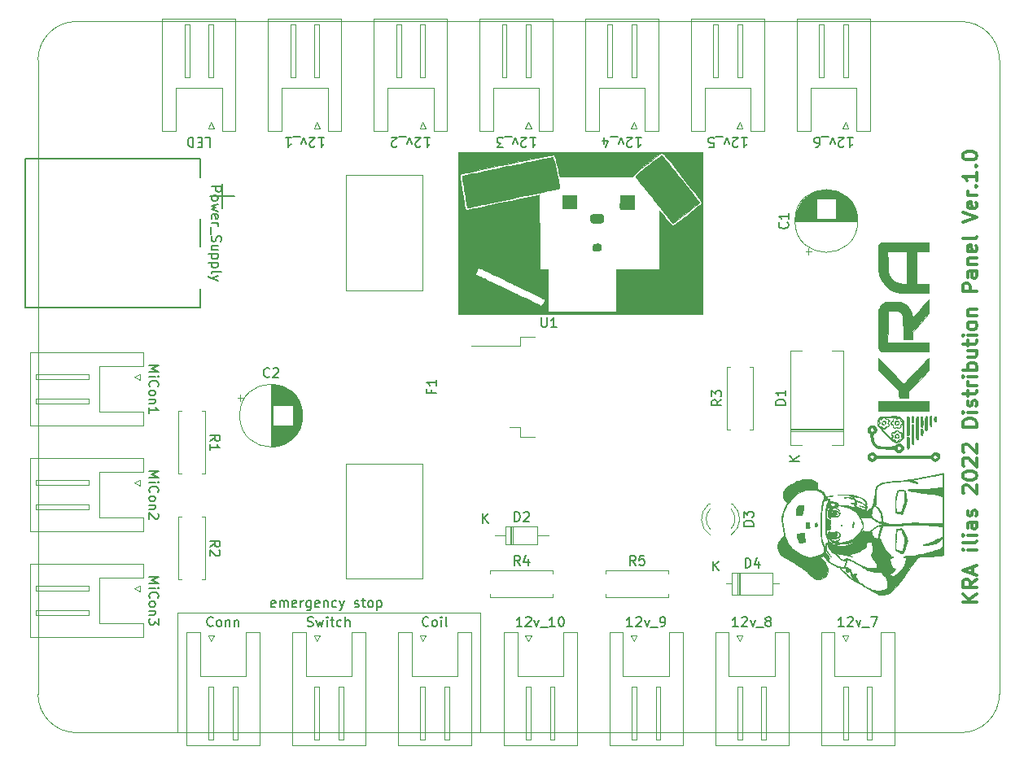
<source format=gto>
%TF.GenerationSoftware,KiCad,Pcbnew,(5.1.12)-1*%
%TF.CreationDate,2022-03-31T16:19:31+09:00*%
%TF.ProjectId,NHK2022_Power_Supply,4e484b32-3032-4325-9f50-6f7765725f53,rev?*%
%TF.SameCoordinates,PX42c1d80PY8583b00*%
%TF.FileFunction,Legend,Top*%
%TF.FilePolarity,Positive*%
%FSLAX46Y46*%
G04 Gerber Fmt 4.6, Leading zero omitted, Abs format (unit mm)*
G04 Created by KiCad (PCBNEW (5.1.12)-1) date 2022-03-31 16:19:31*
%MOMM*%
%LPD*%
G01*
G04 APERTURE LIST*
%ADD10C,0.300000*%
%ADD11C,0.150000*%
%ADD12C,0.120000*%
%TA.AperFunction,Profile*%
%ADD13C,0.050000*%
%TD*%
%ADD14C,0.010000*%
%ADD15C,0.127000*%
%ADD16C,3.200000*%
%ADD17R,2.600000X2.600000*%
%ADD18O,2.600000X2.600000*%
%ADD19R,1.500000X1.500000*%
%ADD20O,1.500000X1.500000*%
%ADD21R,1.800000X1.800000*%
%ADD22C,1.800000*%
%ADD23R,1.600000X1.600000*%
%ADD24O,1.600000X1.600000*%
%ADD25C,3.400000*%
%ADD26C,3.716000*%
%ADD27R,3.716000X3.716000*%
%ADD28O,2.400000X1.200000*%
%ADD29O,1.700000X2.000000*%
%ADD30O,2.000000X1.700000*%
%ADD31C,1.600000*%
%ADD32R,4.600000X1.100000*%
%ADD33R,9.400000X10.800000*%
G04 APERTURE END LIST*
D10*
X97678571Y13607143D02*
X96178571Y13607143D01*
X97678571Y14464286D02*
X96821428Y13821429D01*
X96178571Y14464286D02*
X97035714Y13607143D01*
X97678571Y15964286D02*
X96964285Y15464286D01*
X97678571Y15107143D02*
X96178571Y15107143D01*
X96178571Y15678572D01*
X96250000Y15821429D01*
X96321428Y15892858D01*
X96464285Y15964286D01*
X96678571Y15964286D01*
X96821428Y15892858D01*
X96892857Y15821429D01*
X96964285Y15678572D01*
X96964285Y15107143D01*
X97250000Y16535715D02*
X97250000Y17250000D01*
X97678571Y16392858D02*
X96178571Y16892858D01*
X97678571Y17392858D01*
X97678571Y19035715D02*
X96678571Y19035715D01*
X96178571Y19035715D02*
X96250000Y18964286D01*
X96321428Y19035715D01*
X96250000Y19107143D01*
X96178571Y19035715D01*
X96321428Y19035715D01*
X97678571Y19964286D02*
X97607142Y19821429D01*
X97464285Y19750000D01*
X96178571Y19750000D01*
X97678571Y20535715D02*
X96678571Y20535715D01*
X96178571Y20535715D02*
X96250000Y20464286D01*
X96321428Y20535715D01*
X96250000Y20607143D01*
X96178571Y20535715D01*
X96321428Y20535715D01*
X97678571Y21892858D02*
X96892857Y21892858D01*
X96750000Y21821429D01*
X96678571Y21678572D01*
X96678571Y21392858D01*
X96750000Y21250000D01*
X97607142Y21892858D02*
X97678571Y21750000D01*
X97678571Y21392858D01*
X97607142Y21250000D01*
X97464285Y21178572D01*
X97321428Y21178572D01*
X97178571Y21250000D01*
X97107142Y21392858D01*
X97107142Y21750000D01*
X97035714Y21892858D01*
X97607142Y22535715D02*
X97678571Y22678572D01*
X97678571Y22964286D01*
X97607142Y23107143D01*
X97464285Y23178572D01*
X97392857Y23178572D01*
X97250000Y23107143D01*
X97178571Y22964286D01*
X97178571Y22750000D01*
X97107142Y22607143D01*
X96964285Y22535715D01*
X96892857Y22535715D01*
X96750000Y22607143D01*
X96678571Y22750000D01*
X96678571Y22964286D01*
X96750000Y23107143D01*
X96321428Y24892858D02*
X96250000Y24964286D01*
X96178571Y25107143D01*
X96178571Y25464286D01*
X96250000Y25607143D01*
X96321428Y25678572D01*
X96464285Y25750000D01*
X96607142Y25750000D01*
X96821428Y25678572D01*
X97678571Y24821429D01*
X97678571Y25750000D01*
X96178571Y26678572D02*
X96178571Y26821429D01*
X96250000Y26964286D01*
X96321428Y27035715D01*
X96464285Y27107143D01*
X96750000Y27178572D01*
X97107142Y27178572D01*
X97392857Y27107143D01*
X97535714Y27035715D01*
X97607142Y26964286D01*
X97678571Y26821429D01*
X97678571Y26678572D01*
X97607142Y26535715D01*
X97535714Y26464286D01*
X97392857Y26392858D01*
X97107142Y26321429D01*
X96750000Y26321429D01*
X96464285Y26392858D01*
X96321428Y26464286D01*
X96250000Y26535715D01*
X96178571Y26678572D01*
X96321428Y27750000D02*
X96250000Y27821429D01*
X96178571Y27964286D01*
X96178571Y28321429D01*
X96250000Y28464286D01*
X96321428Y28535715D01*
X96464285Y28607143D01*
X96607142Y28607143D01*
X96821428Y28535715D01*
X97678571Y27678572D01*
X97678571Y28607143D01*
X96321428Y29178572D02*
X96250000Y29250000D01*
X96178571Y29392858D01*
X96178571Y29750000D01*
X96250000Y29892858D01*
X96321428Y29964286D01*
X96464285Y30035715D01*
X96607142Y30035715D01*
X96821428Y29964286D01*
X97678571Y29107143D01*
X97678571Y30035715D01*
X97678571Y31821429D02*
X96178571Y31821429D01*
X96178571Y32178572D01*
X96250000Y32392858D01*
X96392857Y32535715D01*
X96535714Y32607143D01*
X96821428Y32678572D01*
X97035714Y32678572D01*
X97321428Y32607143D01*
X97464285Y32535715D01*
X97607142Y32392858D01*
X97678571Y32178572D01*
X97678571Y31821429D01*
X97678571Y33321429D02*
X96678571Y33321429D01*
X96178571Y33321429D02*
X96250000Y33250000D01*
X96321428Y33321429D01*
X96250000Y33392858D01*
X96178571Y33321429D01*
X96321428Y33321429D01*
X97607142Y33964286D02*
X97678571Y34107143D01*
X97678571Y34392858D01*
X97607142Y34535715D01*
X97464285Y34607143D01*
X97392857Y34607143D01*
X97250000Y34535715D01*
X97178571Y34392858D01*
X97178571Y34178572D01*
X97107142Y34035715D01*
X96964285Y33964286D01*
X96892857Y33964286D01*
X96750000Y34035715D01*
X96678571Y34178572D01*
X96678571Y34392858D01*
X96750000Y34535715D01*
X96678571Y35035715D02*
X96678571Y35607143D01*
X96178571Y35250000D02*
X97464285Y35250000D01*
X97607142Y35321429D01*
X97678571Y35464286D01*
X97678571Y35607143D01*
X97678571Y36107143D02*
X96678571Y36107143D01*
X96964285Y36107143D02*
X96821428Y36178572D01*
X96750000Y36250000D01*
X96678571Y36392858D01*
X96678571Y36535715D01*
X97678571Y37035715D02*
X96678571Y37035715D01*
X96178571Y37035715D02*
X96250000Y36964286D01*
X96321428Y37035715D01*
X96250000Y37107143D01*
X96178571Y37035715D01*
X96321428Y37035715D01*
X97678571Y37750000D02*
X96178571Y37750000D01*
X96750000Y37750000D02*
X96678571Y37892858D01*
X96678571Y38178572D01*
X96750000Y38321429D01*
X96821428Y38392858D01*
X96964285Y38464286D01*
X97392857Y38464286D01*
X97535714Y38392858D01*
X97607142Y38321429D01*
X97678571Y38178572D01*
X97678571Y37892858D01*
X97607142Y37750000D01*
X96678571Y39750000D02*
X97678571Y39750000D01*
X96678571Y39107143D02*
X97464285Y39107143D01*
X97607142Y39178572D01*
X97678571Y39321429D01*
X97678571Y39535715D01*
X97607142Y39678572D01*
X97535714Y39750000D01*
X96678571Y40250000D02*
X96678571Y40821429D01*
X96178571Y40464286D02*
X97464285Y40464286D01*
X97607142Y40535715D01*
X97678571Y40678572D01*
X97678571Y40821429D01*
X97678571Y41321429D02*
X96678571Y41321429D01*
X96178571Y41321429D02*
X96250000Y41250000D01*
X96321428Y41321429D01*
X96250000Y41392858D01*
X96178571Y41321429D01*
X96321428Y41321429D01*
X97678571Y42250000D02*
X97607142Y42107143D01*
X97535714Y42035715D01*
X97392857Y41964286D01*
X96964285Y41964286D01*
X96821428Y42035715D01*
X96750000Y42107143D01*
X96678571Y42250000D01*
X96678571Y42464286D01*
X96750000Y42607143D01*
X96821428Y42678572D01*
X96964285Y42750000D01*
X97392857Y42750000D01*
X97535714Y42678572D01*
X97607142Y42607143D01*
X97678571Y42464286D01*
X97678571Y42250000D01*
X96678571Y43392858D02*
X97678571Y43392858D01*
X96821428Y43392858D02*
X96750000Y43464286D01*
X96678571Y43607143D01*
X96678571Y43821429D01*
X96750000Y43964286D01*
X96892857Y44035715D01*
X97678571Y44035715D01*
X97678571Y45892858D02*
X96178571Y45892858D01*
X96178571Y46464286D01*
X96250000Y46607143D01*
X96321428Y46678572D01*
X96464285Y46750000D01*
X96678571Y46750000D01*
X96821428Y46678572D01*
X96892857Y46607143D01*
X96964285Y46464286D01*
X96964285Y45892858D01*
X97678571Y48035715D02*
X96892857Y48035715D01*
X96750000Y47964286D01*
X96678571Y47821429D01*
X96678571Y47535715D01*
X96750000Y47392858D01*
X97607142Y48035715D02*
X97678571Y47892858D01*
X97678571Y47535715D01*
X97607142Y47392858D01*
X97464285Y47321429D01*
X97321428Y47321429D01*
X97178571Y47392858D01*
X97107142Y47535715D01*
X97107142Y47892858D01*
X97035714Y48035715D01*
X96678571Y48750000D02*
X97678571Y48750000D01*
X96821428Y48750000D02*
X96750000Y48821429D01*
X96678571Y48964286D01*
X96678571Y49178572D01*
X96750000Y49321429D01*
X96892857Y49392858D01*
X97678571Y49392858D01*
X97607142Y50678572D02*
X97678571Y50535715D01*
X97678571Y50250000D01*
X97607142Y50107143D01*
X97464285Y50035715D01*
X96892857Y50035715D01*
X96750000Y50107143D01*
X96678571Y50250000D01*
X96678571Y50535715D01*
X96750000Y50678572D01*
X96892857Y50750000D01*
X97035714Y50750000D01*
X97178571Y50035715D01*
X97678571Y51607143D02*
X97607142Y51464286D01*
X97464285Y51392858D01*
X96178571Y51392858D01*
X96178571Y53107143D02*
X97678571Y53607143D01*
X96178571Y54107143D01*
X97607142Y55178572D02*
X97678571Y55035715D01*
X97678571Y54750000D01*
X97607142Y54607143D01*
X97464285Y54535715D01*
X96892857Y54535715D01*
X96750000Y54607143D01*
X96678571Y54750000D01*
X96678571Y55035715D01*
X96750000Y55178572D01*
X96892857Y55250000D01*
X97035714Y55250000D01*
X97178571Y54535715D01*
X97678571Y55892858D02*
X96678571Y55892858D01*
X96964285Y55892858D02*
X96821428Y55964286D01*
X96750000Y56035715D01*
X96678571Y56178572D01*
X96678571Y56321429D01*
X97535714Y56821429D02*
X97607142Y56892858D01*
X97678571Y56821429D01*
X97607142Y56750000D01*
X97535714Y56821429D01*
X97678571Y56821429D01*
X97678571Y58321429D02*
X97678571Y57464286D01*
X97678571Y57892858D02*
X96178571Y57892858D01*
X96392857Y57750000D01*
X96535714Y57607143D01*
X96607142Y57464286D01*
X97535714Y58964286D02*
X97607142Y59035715D01*
X97678571Y58964286D01*
X97607142Y58892858D01*
X97535714Y58964286D01*
X97678571Y58964286D01*
X96178571Y59964286D02*
X96178571Y60107143D01*
X96250000Y60250000D01*
X96321428Y60321429D01*
X96464285Y60392858D01*
X96750000Y60464286D01*
X97107142Y60464286D01*
X97392857Y60392858D01*
X97535714Y60321429D01*
X97607142Y60250000D01*
X97678571Y60107143D01*
X97678571Y59964286D01*
X97607142Y59821429D01*
X97535714Y59750000D01*
X97392857Y59678572D01*
X97107142Y59607143D01*
X96750000Y59607143D01*
X96464285Y59678572D01*
X96321428Y59750000D01*
X96250000Y59821429D01*
X96178571Y59964286D01*
D11*
X24666666Y13095239D02*
X24571428Y13047620D01*
X24380952Y13047620D01*
X24285714Y13095239D01*
X24238095Y13190477D01*
X24238095Y13571429D01*
X24285714Y13666667D01*
X24380952Y13714286D01*
X24571428Y13714286D01*
X24666666Y13666667D01*
X24714285Y13571429D01*
X24714285Y13476191D01*
X24238095Y13380953D01*
X25142857Y13047620D02*
X25142857Y13714286D01*
X25142857Y13619048D02*
X25190476Y13666667D01*
X25285714Y13714286D01*
X25428571Y13714286D01*
X25523809Y13666667D01*
X25571428Y13571429D01*
X25571428Y13047620D01*
X25571428Y13571429D02*
X25619047Y13666667D01*
X25714285Y13714286D01*
X25857142Y13714286D01*
X25952380Y13666667D01*
X26000000Y13571429D01*
X26000000Y13047620D01*
X26857142Y13095239D02*
X26761904Y13047620D01*
X26571428Y13047620D01*
X26476190Y13095239D01*
X26428571Y13190477D01*
X26428571Y13571429D01*
X26476190Y13666667D01*
X26571428Y13714286D01*
X26761904Y13714286D01*
X26857142Y13666667D01*
X26904761Y13571429D01*
X26904761Y13476191D01*
X26428571Y13380953D01*
X27333333Y13047620D02*
X27333333Y13714286D01*
X27333333Y13523810D02*
X27380952Y13619048D01*
X27428571Y13666667D01*
X27523809Y13714286D01*
X27619047Y13714286D01*
X28380952Y13714286D02*
X28380952Y12904762D01*
X28333333Y12809524D01*
X28285714Y12761905D01*
X28190476Y12714286D01*
X28047619Y12714286D01*
X27952380Y12761905D01*
X28380952Y13095239D02*
X28285714Y13047620D01*
X28095238Y13047620D01*
X28000000Y13095239D01*
X27952380Y13142858D01*
X27904761Y13238096D01*
X27904761Y13523810D01*
X27952380Y13619048D01*
X28000000Y13666667D01*
X28095238Y13714286D01*
X28285714Y13714286D01*
X28380952Y13666667D01*
X29238095Y13095239D02*
X29142857Y13047620D01*
X28952380Y13047620D01*
X28857142Y13095239D01*
X28809523Y13190477D01*
X28809523Y13571429D01*
X28857142Y13666667D01*
X28952380Y13714286D01*
X29142857Y13714286D01*
X29238095Y13666667D01*
X29285714Y13571429D01*
X29285714Y13476191D01*
X28809523Y13380953D01*
X29714285Y13714286D02*
X29714285Y13047620D01*
X29714285Y13619048D02*
X29761904Y13666667D01*
X29857142Y13714286D01*
X30000000Y13714286D01*
X30095238Y13666667D01*
X30142857Y13571429D01*
X30142857Y13047620D01*
X31047619Y13095239D02*
X30952380Y13047620D01*
X30761904Y13047620D01*
X30666666Y13095239D01*
X30619047Y13142858D01*
X30571428Y13238096D01*
X30571428Y13523810D01*
X30619047Y13619048D01*
X30666666Y13666667D01*
X30761904Y13714286D01*
X30952380Y13714286D01*
X31047619Y13666667D01*
X31380952Y13714286D02*
X31619047Y13047620D01*
X31857142Y13714286D02*
X31619047Y13047620D01*
X31523809Y12809524D01*
X31476190Y12761905D01*
X31380952Y12714286D01*
X32952380Y13095239D02*
X33047619Y13047620D01*
X33238095Y13047620D01*
X33333333Y13095239D01*
X33380952Y13190477D01*
X33380952Y13238096D01*
X33333333Y13333334D01*
X33238095Y13380953D01*
X33095238Y13380953D01*
X33000000Y13428572D01*
X32952380Y13523810D01*
X32952380Y13571429D01*
X33000000Y13666667D01*
X33095238Y13714286D01*
X33238095Y13714286D01*
X33333333Y13666667D01*
X33666666Y13714286D02*
X34047619Y13714286D01*
X33809523Y14047620D02*
X33809523Y13190477D01*
X33857142Y13095239D01*
X33952380Y13047620D01*
X34047619Y13047620D01*
X34523809Y13047620D02*
X34428571Y13095239D01*
X34380952Y13142858D01*
X34333333Y13238096D01*
X34333333Y13523810D01*
X34380952Y13619048D01*
X34428571Y13666667D01*
X34523809Y13714286D01*
X34666666Y13714286D01*
X34761904Y13666667D01*
X34809523Y13619048D01*
X34857142Y13523810D01*
X34857142Y13238096D01*
X34809523Y13142858D01*
X34761904Y13095239D01*
X34666666Y13047620D01*
X34523809Y13047620D01*
X35285714Y13714286D02*
X35285714Y12714286D01*
X35285714Y13666667D02*
X35380952Y13714286D01*
X35571428Y13714286D01*
X35666666Y13666667D01*
X35714285Y13619048D01*
X35761904Y13523810D01*
X35761904Y13238096D01*
X35714285Y13142858D01*
X35666666Y13095239D01*
X35571428Y13047620D01*
X35380952Y13047620D01*
X35285714Y13095239D01*
D12*
X46000000Y12500000D02*
X46000000Y0D01*
X14500000Y12500000D02*
X46000000Y12500000D01*
X14500000Y12000000D02*
X14500000Y12500000D01*
X14500000Y0D02*
X14500000Y12000000D01*
D13*
X0Y70000000D02*
X0Y6000000D01*
X100000000Y70000000D02*
X100000000Y4000000D01*
X4000000Y74000000D02*
X96000000Y74000000D01*
X4000000Y0D02*
X96000000Y0D01*
X0Y6000000D02*
X0Y4000000D01*
X96000000Y74000000D02*
G75*
G02*
X100000000Y70000000I0J-4000000D01*
G01*
X0Y70000000D02*
G75*
G02*
X4000000Y74000000I4000000J0D01*
G01*
X100000000Y4000000D02*
G75*
G02*
X96000000Y0I-4000000J0D01*
G01*
X4000000Y0D02*
G75*
G02*
X0Y4000000I0J4000000D01*
G01*
D14*
%TO.C,G\u002A\u002A\u002A*%
G36*
X69100000Y43567200D02*
G01*
X43700000Y43567200D01*
X43700000Y47807325D01*
X45509940Y47807325D01*
X45517279Y47711568D01*
X45592076Y47635519D01*
X45742590Y47555015D01*
X45893468Y47484905D01*
X46014803Y47428624D01*
X46133530Y47373304D01*
X46259481Y47314276D01*
X46402488Y47246872D01*
X46572382Y47166424D01*
X46778994Y47068263D01*
X47032156Y46947721D01*
X47341699Y46800131D01*
X47717455Y46620824D01*
X48169256Y46405131D01*
X48475200Y46259044D01*
X48819771Y46094630D01*
X49154477Y45935154D01*
X49462026Y45788837D01*
X49725127Y45663901D01*
X49926487Y45568566D01*
X50024600Y45522369D01*
X50352325Y45368155D01*
X50689133Y45208493D01*
X51022175Y45049592D01*
X51338600Y44897662D01*
X51625558Y44758913D01*
X51870199Y44639555D01*
X52059672Y44545797D01*
X52181127Y44483850D01*
X52221360Y44460774D01*
X52309507Y44422708D01*
X52406652Y44479118D01*
X52515490Y44632271D01*
X52585582Y44767468D01*
X52661476Y44932033D01*
X52713694Y45056353D01*
X52732348Y45116666D01*
X52731699Y45118669D01*
X52682258Y45145058D01*
X52561695Y45203883D01*
X52391109Y45284941D01*
X52285200Y45334563D01*
X52058100Y45441038D01*
X51778479Y45572983D01*
X51485420Y45711921D01*
X51269200Y45814907D01*
X50814365Y46032115D01*
X50435509Y46213044D01*
X50116925Y46365196D01*
X49842907Y46496072D01*
X49597751Y46613173D01*
X49365751Y46724000D01*
X49131201Y46836056D01*
X49034000Y46882496D01*
X48522796Y47126589D01*
X48095993Y47330045D01*
X47746427Y47496258D01*
X47466937Y47628623D01*
X47250360Y47730534D01*
X47089534Y47805386D01*
X47007062Y47843151D01*
X46846779Y47917699D01*
X46636741Y48017897D01*
X46418123Y48124074D01*
X46383373Y48141152D01*
X46144142Y48258307D01*
X45978491Y48332175D01*
X45868243Y48363098D01*
X45795222Y48351416D01*
X45741251Y48297469D01*
X45688153Y48201597D01*
X45664610Y48154616D01*
X45561803Y47946953D01*
X45509940Y47807325D01*
X43700000Y47807325D01*
X43700000Y58035270D01*
X43876986Y58035270D01*
X43885081Y57877010D01*
X43914519Y57625809D01*
X43965566Y57279166D01*
X43999094Y57070371D01*
X44073145Y56617541D01*
X44148780Y56152701D01*
X44222288Y55698812D01*
X44289959Y55278838D01*
X44348081Y54915741D01*
X44388713Y54659405D01*
X44427898Y54527806D01*
X44484773Y54440580D01*
X44503160Y54427773D01*
X44528887Y54419061D01*
X44569775Y54415881D01*
X44633645Y54419666D01*
X44728315Y54431853D01*
X44861607Y54453875D01*
X45041341Y54487169D01*
X45275336Y54533169D01*
X45571414Y54593310D01*
X45937395Y54669028D01*
X46381098Y54761757D01*
X46910345Y54872932D01*
X47383000Y54972414D01*
X48059417Y55114810D01*
X48641230Y55237241D01*
X49133246Y55340717D01*
X49540272Y55426246D01*
X49867114Y55494838D01*
X50118581Y55547504D01*
X50299478Y55585252D01*
X50405600Y55607239D01*
X50538533Y55634752D01*
X50745688Y55677808D01*
X51001834Y55731155D01*
X51281743Y55789541D01*
X51370800Y55808137D01*
X51629877Y55862096D01*
X51850769Y55907814D01*
X52015790Y55941653D01*
X52107258Y55959975D01*
X52119782Y55962192D01*
X52121922Y55912724D01*
X52124280Y55769445D01*
X52126805Y55540142D01*
X52129446Y55232603D01*
X52132153Y54854617D01*
X52134873Y54413972D01*
X52137556Y53918455D01*
X52140150Y53375855D01*
X52142606Y52793960D01*
X52144871Y52180558D01*
X52145182Y52088900D01*
X52158200Y48215400D01*
X52602700Y48200723D01*
X53047200Y48186045D01*
X53047200Y43770400D01*
X60159200Y43770400D01*
X60159200Y48188933D01*
X62381700Y48202167D01*
X64604200Y48215400D01*
X64617299Y51250700D01*
X64620263Y51795485D01*
X64624244Y52308819D01*
X64629095Y52781915D01*
X64634669Y53205983D01*
X64640818Y53572236D01*
X64647395Y53871885D01*
X64654253Y54096142D01*
X64661245Y54236219D01*
X64668099Y54283352D01*
X64710058Y54244378D01*
X64803387Y54137802D01*
X64937396Y53976470D01*
X65101396Y53773224D01*
X65264600Y53566621D01*
X65452496Y53332231D01*
X65627138Y53124926D01*
X65776025Y52958738D01*
X65886657Y52847702D01*
X65941026Y52807262D01*
X66019049Y52789975D01*
X66107535Y52802023D01*
X66218751Y52850491D01*
X66364965Y52942466D01*
X66558446Y53085033D01*
X66811461Y53285277D01*
X66917502Y53371236D01*
X67094557Y53514398D01*
X67272585Y53656833D01*
X67393816Y53752600D01*
X67685185Y53981491D01*
X67972419Y54209294D01*
X68242002Y54425097D01*
X68480416Y54617988D01*
X68674143Y54777054D01*
X68809667Y54891384D01*
X68858700Y54935172D01*
X68918891Y54992084D01*
X68965343Y55044040D01*
X68993678Y55098600D01*
X68999519Y55163324D01*
X68978487Y55245771D01*
X68926205Y55353502D01*
X68838295Y55494076D01*
X68710381Y55675052D01*
X68538084Y55903992D01*
X68317028Y56188454D01*
X68042833Y56535999D01*
X67711124Y56954186D01*
X67631437Y57054600D01*
X67096975Y57727441D01*
X66623598Y58321862D01*
X66211486Y58837643D01*
X65860817Y59274562D01*
X65571768Y59632399D01*
X65344518Y59910934D01*
X65179245Y60109945D01*
X65076126Y60229213D01*
X65039831Y60266085D01*
X64920382Y60320185D01*
X64858200Y60329392D01*
X64789389Y60299270D01*
X64655223Y60214300D01*
X64469030Y60083907D01*
X64244139Y59917515D01*
X63993882Y59724550D01*
X63918400Y59664912D01*
X63619699Y59427745D01*
X63302988Y59176508D01*
X62993180Y58930949D01*
X62715187Y58710813D01*
X62509912Y58548480D01*
X62241321Y58328269D01*
X62048767Y58152510D01*
X61936033Y58024838D01*
X61907505Y57969976D01*
X61875385Y57842000D01*
X54268335Y57842000D01*
X54239101Y57981700D01*
X54208030Y58125789D01*
X54169715Y58298097D01*
X54163715Y58324600D01*
X54134126Y58456903D01*
X54089465Y58659029D01*
X54036224Y58901517D01*
X53990238Y59112000D01*
X53911746Y59464806D01*
X53848208Y59729513D01*
X53795508Y59917814D01*
X53749527Y60041406D01*
X53706146Y60111980D01*
X53661249Y60141234D01*
X53627033Y60143420D01*
X53541227Y60129510D01*
X53362892Y60096251D01*
X53098955Y60045056D01*
X52756344Y59977334D01*
X52341985Y59894499D01*
X51862807Y59797960D01*
X51325737Y59689130D01*
X50737701Y59569419D01*
X50105628Y59440240D01*
X49436445Y59303004D01*
X48737078Y59159121D01*
X48014456Y59010004D01*
X47275506Y58857064D01*
X46527154Y58701713D01*
X45776329Y58545361D01*
X45478000Y58483095D01*
X45048049Y58393189D01*
X44706789Y58321374D01*
X44443436Y58265069D01*
X44247206Y58221693D01*
X44107314Y58188666D01*
X44012977Y58163408D01*
X43953411Y58143337D01*
X43917831Y58125873D01*
X43895454Y58108436D01*
X43889970Y58103091D01*
X43876986Y58035270D01*
X43700000Y58035270D01*
X43700000Y60432800D01*
X69100000Y60432800D01*
X69100000Y43567200D01*
G37*
X69100000Y43567200D02*
X43700000Y43567200D01*
X43700000Y47807325D01*
X45509940Y47807325D01*
X45517279Y47711568D01*
X45592076Y47635519D01*
X45742590Y47555015D01*
X45893468Y47484905D01*
X46014803Y47428624D01*
X46133530Y47373304D01*
X46259481Y47314276D01*
X46402488Y47246872D01*
X46572382Y47166424D01*
X46778994Y47068263D01*
X47032156Y46947721D01*
X47341699Y46800131D01*
X47717455Y46620824D01*
X48169256Y46405131D01*
X48475200Y46259044D01*
X48819771Y46094630D01*
X49154477Y45935154D01*
X49462026Y45788837D01*
X49725127Y45663901D01*
X49926487Y45568566D01*
X50024600Y45522369D01*
X50352325Y45368155D01*
X50689133Y45208493D01*
X51022175Y45049592D01*
X51338600Y44897662D01*
X51625558Y44758913D01*
X51870199Y44639555D01*
X52059672Y44545797D01*
X52181127Y44483850D01*
X52221360Y44460774D01*
X52309507Y44422708D01*
X52406652Y44479118D01*
X52515490Y44632271D01*
X52585582Y44767468D01*
X52661476Y44932033D01*
X52713694Y45056353D01*
X52732348Y45116666D01*
X52731699Y45118669D01*
X52682258Y45145058D01*
X52561695Y45203883D01*
X52391109Y45284941D01*
X52285200Y45334563D01*
X52058100Y45441038D01*
X51778479Y45572983D01*
X51485420Y45711921D01*
X51269200Y45814907D01*
X50814365Y46032115D01*
X50435509Y46213044D01*
X50116925Y46365196D01*
X49842907Y46496072D01*
X49597751Y46613173D01*
X49365751Y46724000D01*
X49131201Y46836056D01*
X49034000Y46882496D01*
X48522796Y47126589D01*
X48095993Y47330045D01*
X47746427Y47496258D01*
X47466937Y47628623D01*
X47250360Y47730534D01*
X47089534Y47805386D01*
X47007062Y47843151D01*
X46846779Y47917699D01*
X46636741Y48017897D01*
X46418123Y48124074D01*
X46383373Y48141152D01*
X46144142Y48258307D01*
X45978491Y48332175D01*
X45868243Y48363098D01*
X45795222Y48351416D01*
X45741251Y48297469D01*
X45688153Y48201597D01*
X45664610Y48154616D01*
X45561803Y47946953D01*
X45509940Y47807325D01*
X43700000Y47807325D01*
X43700000Y58035270D01*
X43876986Y58035270D01*
X43885081Y57877010D01*
X43914519Y57625809D01*
X43965566Y57279166D01*
X43999094Y57070371D01*
X44073145Y56617541D01*
X44148780Y56152701D01*
X44222288Y55698812D01*
X44289959Y55278838D01*
X44348081Y54915741D01*
X44388713Y54659405D01*
X44427898Y54527806D01*
X44484773Y54440580D01*
X44503160Y54427773D01*
X44528887Y54419061D01*
X44569775Y54415881D01*
X44633645Y54419666D01*
X44728315Y54431853D01*
X44861607Y54453875D01*
X45041341Y54487169D01*
X45275336Y54533169D01*
X45571414Y54593310D01*
X45937395Y54669028D01*
X46381098Y54761757D01*
X46910345Y54872932D01*
X47383000Y54972414D01*
X48059417Y55114810D01*
X48641230Y55237241D01*
X49133246Y55340717D01*
X49540272Y55426246D01*
X49867114Y55494838D01*
X50118581Y55547504D01*
X50299478Y55585252D01*
X50405600Y55607239D01*
X50538533Y55634752D01*
X50745688Y55677808D01*
X51001834Y55731155D01*
X51281743Y55789541D01*
X51370800Y55808137D01*
X51629877Y55862096D01*
X51850769Y55907814D01*
X52015790Y55941653D01*
X52107258Y55959975D01*
X52119782Y55962192D01*
X52121922Y55912724D01*
X52124280Y55769445D01*
X52126805Y55540142D01*
X52129446Y55232603D01*
X52132153Y54854617D01*
X52134873Y54413972D01*
X52137556Y53918455D01*
X52140150Y53375855D01*
X52142606Y52793960D01*
X52144871Y52180558D01*
X52145182Y52088900D01*
X52158200Y48215400D01*
X52602700Y48200723D01*
X53047200Y48186045D01*
X53047200Y43770400D01*
X60159200Y43770400D01*
X60159200Y48188933D01*
X62381700Y48202167D01*
X64604200Y48215400D01*
X64617299Y51250700D01*
X64620263Y51795485D01*
X64624244Y52308819D01*
X64629095Y52781915D01*
X64634669Y53205983D01*
X64640818Y53572236D01*
X64647395Y53871885D01*
X64654253Y54096142D01*
X64661245Y54236219D01*
X64668099Y54283352D01*
X64710058Y54244378D01*
X64803387Y54137802D01*
X64937396Y53976470D01*
X65101396Y53773224D01*
X65264600Y53566621D01*
X65452496Y53332231D01*
X65627138Y53124926D01*
X65776025Y52958738D01*
X65886657Y52847702D01*
X65941026Y52807262D01*
X66019049Y52789975D01*
X66107535Y52802023D01*
X66218751Y52850491D01*
X66364965Y52942466D01*
X66558446Y53085033D01*
X66811461Y53285277D01*
X66917502Y53371236D01*
X67094557Y53514398D01*
X67272585Y53656833D01*
X67393816Y53752600D01*
X67685185Y53981491D01*
X67972419Y54209294D01*
X68242002Y54425097D01*
X68480416Y54617988D01*
X68674143Y54777054D01*
X68809667Y54891384D01*
X68858700Y54935172D01*
X68918891Y54992084D01*
X68965343Y55044040D01*
X68993678Y55098600D01*
X68999519Y55163324D01*
X68978487Y55245771D01*
X68926205Y55353502D01*
X68838295Y55494076D01*
X68710381Y55675052D01*
X68538084Y55903992D01*
X68317028Y56188454D01*
X68042833Y56535999D01*
X67711124Y56954186D01*
X67631437Y57054600D01*
X67096975Y57727441D01*
X66623598Y58321862D01*
X66211486Y58837643D01*
X65860817Y59274562D01*
X65571768Y59632399D01*
X65344518Y59910934D01*
X65179245Y60109945D01*
X65076126Y60229213D01*
X65039831Y60266085D01*
X64920382Y60320185D01*
X64858200Y60329392D01*
X64789389Y60299270D01*
X64655223Y60214300D01*
X64469030Y60083907D01*
X64244139Y59917515D01*
X63993882Y59724550D01*
X63918400Y59664912D01*
X63619699Y59427745D01*
X63302988Y59176508D01*
X62993180Y58930949D01*
X62715187Y58710813D01*
X62509912Y58548480D01*
X62241321Y58328269D01*
X62048767Y58152510D01*
X61936033Y58024838D01*
X61907505Y57969976D01*
X61875385Y57842000D01*
X54268335Y57842000D01*
X54239101Y57981700D01*
X54208030Y58125789D01*
X54169715Y58298097D01*
X54163715Y58324600D01*
X54134126Y58456903D01*
X54089465Y58659029D01*
X54036224Y58901517D01*
X53990238Y59112000D01*
X53911746Y59464806D01*
X53848208Y59729513D01*
X53795508Y59917814D01*
X53749527Y60041406D01*
X53706146Y60111980D01*
X53661249Y60141234D01*
X53627033Y60143420D01*
X53541227Y60129510D01*
X53362892Y60096251D01*
X53098955Y60045056D01*
X52756344Y59977334D01*
X52341985Y59894499D01*
X51862807Y59797960D01*
X51325737Y59689130D01*
X50737701Y59569419D01*
X50105628Y59440240D01*
X49436445Y59303004D01*
X48737078Y59159121D01*
X48014456Y59010004D01*
X47275506Y58857064D01*
X46527154Y58701713D01*
X45776329Y58545361D01*
X45478000Y58483095D01*
X45048049Y58393189D01*
X44706789Y58321374D01*
X44443436Y58265069D01*
X44247206Y58221693D01*
X44107314Y58188666D01*
X44012977Y58163408D01*
X43953411Y58143337D01*
X43917831Y58125873D01*
X43895454Y58108436D01*
X43889970Y58103091D01*
X43876986Y58035270D01*
X43700000Y58035270D01*
X43700000Y60432800D01*
X69100000Y60432800D01*
X69100000Y43567200D01*
G36*
X58351224Y50868079D02*
G01*
X58461392Y50830710D01*
X58472640Y50821440D01*
X58510200Y50731866D01*
X58529275Y50583858D01*
X58528882Y50419062D01*
X58508035Y50279127D01*
X58486697Y50226568D01*
X58401372Y50171559D01*
X58252755Y50139144D01*
X58076957Y50130896D01*
X57910086Y50148390D01*
X57788253Y50193198D01*
X57784300Y50195961D01*
X57704844Y50307812D01*
X57667963Y50470777D01*
X57676055Y50642651D01*
X57731518Y50781230D01*
X57749828Y50802572D01*
X57848433Y50849216D01*
X58006818Y50876342D01*
X58187057Y50882960D01*
X58351224Y50868079D01*
G37*
X58351224Y50868079D02*
X58461392Y50830710D01*
X58472640Y50821440D01*
X58510200Y50731866D01*
X58529275Y50583858D01*
X58528882Y50419062D01*
X58508035Y50279127D01*
X58486697Y50226568D01*
X58401372Y50171559D01*
X58252755Y50139144D01*
X58076957Y50130896D01*
X57910086Y50148390D01*
X57788253Y50193198D01*
X57784300Y50195961D01*
X57704844Y50307812D01*
X57667963Y50470777D01*
X57676055Y50642651D01*
X57731518Y50781230D01*
X57749828Y50802572D01*
X57848433Y50849216D01*
X58006818Y50876342D01*
X58187057Y50882960D01*
X58351224Y50868079D01*
G36*
X64912865Y60038460D02*
G01*
X65013032Y59931669D01*
X65156990Y59766949D01*
X65335265Y59555295D01*
X65538383Y59307697D01*
X65678764Y59133291D01*
X65919289Y58832433D01*
X66164363Y58526157D01*
X66398334Y58234004D01*
X66605550Y57975516D01*
X66770358Y57770235D01*
X66814000Y57715972D01*
X66988192Y57498333D01*
X67200991Y57230639D01*
X67428555Y56942977D01*
X67647044Y56665434D01*
X67703000Y56594076D01*
X67900960Y56341707D01*
X68101203Y56087016D01*
X68284655Y55854220D01*
X68432247Y55667539D01*
X68477057Y55611096D01*
X68599731Y55447909D01*
X68692667Y55307237D01*
X68740492Y55212965D01*
X68743757Y55196690D01*
X68706180Y55133498D01*
X68604254Y55026330D01*
X68455046Y54891988D01*
X68330987Y54790290D01*
X68137589Y54636864D01*
X67956462Y54491962D01*
X67813864Y54376645D01*
X67759487Y54331892D01*
X67603829Y54204367D01*
X67407721Y54047237D01*
X67185145Y53871311D01*
X66950080Y53687400D01*
X66716510Y53506312D01*
X66498413Y53338860D01*
X66309771Y53195853D01*
X66164565Y53088100D01*
X66076776Y53026413D01*
X66057635Y53016000D01*
X66001901Y53049938D01*
X65911900Y53133757D01*
X65891165Y53155700D01*
X65824577Y53233497D01*
X65705414Y53378553D01*
X65543862Y53578230D01*
X65350107Y53819889D01*
X65134335Y54090892D01*
X64959760Y54311400D01*
X64720337Y54614359D01*
X64482845Y54914486D01*
X64260514Y55195092D01*
X64066572Y55439488D01*
X63914248Y55630985D01*
X63847399Y55714718D01*
X63695423Y55904933D01*
X63551273Y56085933D01*
X63437707Y56229118D01*
X63402705Y56273518D01*
X63325908Y56370764D01*
X63199692Y56529995D01*
X63037939Y56733724D01*
X62854529Y56964466D01*
X62724015Y57128515D01*
X62544069Y57356201D01*
X62386737Y57558289D01*
X62262860Y57720612D01*
X62183278Y57829001D01*
X62158901Y57867059D01*
X62178697Y57934190D01*
X62254289Y58031355D01*
X62278792Y58055756D01*
X62374968Y58140457D01*
X62531188Y58270443D01*
X62735755Y58436578D01*
X62976971Y58629725D01*
X63243136Y58840747D01*
X63522553Y59060510D01*
X63803524Y59279875D01*
X64074349Y59489706D01*
X64323332Y59680868D01*
X64538772Y59844224D01*
X64708973Y59970638D01*
X64822235Y60050973D01*
X64865964Y60076331D01*
X64912865Y60038460D01*
G37*
X64912865Y60038460D02*
X65013032Y59931669D01*
X65156990Y59766949D01*
X65335265Y59555295D01*
X65538383Y59307697D01*
X65678764Y59133291D01*
X65919289Y58832433D01*
X66164363Y58526157D01*
X66398334Y58234004D01*
X66605550Y57975516D01*
X66770358Y57770235D01*
X66814000Y57715972D01*
X66988192Y57498333D01*
X67200991Y57230639D01*
X67428555Y56942977D01*
X67647044Y56665434D01*
X67703000Y56594076D01*
X67900960Y56341707D01*
X68101203Y56087016D01*
X68284655Y55854220D01*
X68432247Y55667539D01*
X68477057Y55611096D01*
X68599731Y55447909D01*
X68692667Y55307237D01*
X68740492Y55212965D01*
X68743757Y55196690D01*
X68706180Y55133498D01*
X68604254Y55026330D01*
X68455046Y54891988D01*
X68330987Y54790290D01*
X68137589Y54636864D01*
X67956462Y54491962D01*
X67813864Y54376645D01*
X67759487Y54331892D01*
X67603829Y54204367D01*
X67407721Y54047237D01*
X67185145Y53871311D01*
X66950080Y53687400D01*
X66716510Y53506312D01*
X66498413Y53338860D01*
X66309771Y53195853D01*
X66164565Y53088100D01*
X66076776Y53026413D01*
X66057635Y53016000D01*
X66001901Y53049938D01*
X65911900Y53133757D01*
X65891165Y53155700D01*
X65824577Y53233497D01*
X65705414Y53378553D01*
X65543862Y53578230D01*
X65350107Y53819889D01*
X65134335Y54090892D01*
X64959760Y54311400D01*
X64720337Y54614359D01*
X64482845Y54914486D01*
X64260514Y55195092D01*
X64066572Y55439488D01*
X63914248Y55630985D01*
X63847399Y55714718D01*
X63695423Y55904933D01*
X63551273Y56085933D01*
X63437707Y56229118D01*
X63402705Y56273518D01*
X63325908Y56370764D01*
X63199692Y56529995D01*
X63037939Y56733724D01*
X62854529Y56964466D01*
X62724015Y57128515D01*
X62544069Y57356201D01*
X62386737Y57558289D01*
X62262860Y57720612D01*
X62183278Y57829001D01*
X62158901Y57867059D01*
X62178697Y57934190D01*
X62254289Y58031355D01*
X62278792Y58055756D01*
X62374968Y58140457D01*
X62531188Y58270443D01*
X62735755Y58436578D01*
X62976971Y58629725D01*
X63243136Y58840747D01*
X63522553Y59060510D01*
X63803524Y59279875D01*
X64074349Y59489706D01*
X64323332Y59680868D01*
X64538772Y59844224D01*
X64708973Y59970638D01*
X64822235Y60050973D01*
X64865964Y60076331D01*
X64912865Y60038460D01*
G36*
X58396657Y53977594D02*
G01*
X58580769Y53959440D01*
X58695727Y53915732D01*
X58757722Y53835466D01*
X58782947Y53707639D01*
X58787600Y53532373D01*
X58778655Y53335990D01*
X58754629Y53190101D01*
X58726639Y53127760D01*
X58639218Y53096011D01*
X58453526Y53075702D01*
X58172278Y53067097D01*
X58097075Y53066800D01*
X57842140Y53069069D01*
X57671515Y53077412D01*
X57567977Y53094139D01*
X57514307Y53121558D01*
X57497635Y53147155D01*
X57481407Y53238308D01*
X57470237Y53394480D01*
X57466800Y53551768D01*
X57472612Y53727069D01*
X57500824Y53846866D01*
X57567597Y53921666D01*
X57689092Y53961980D01*
X57881469Y53978315D01*
X58127200Y53981200D01*
X58396657Y53977594D01*
G37*
X58396657Y53977594D02*
X58580769Y53959440D01*
X58695727Y53915732D01*
X58757722Y53835466D01*
X58782947Y53707639D01*
X58787600Y53532373D01*
X58778655Y53335990D01*
X58754629Y53190101D01*
X58726639Y53127760D01*
X58639218Y53096011D01*
X58453526Y53075702D01*
X58172278Y53067097D01*
X58097075Y53066800D01*
X57842140Y53069069D01*
X57671515Y53077412D01*
X57567977Y53094139D01*
X57514307Y53121558D01*
X57497635Y53147155D01*
X57481407Y53238308D01*
X57470237Y53394480D01*
X57466800Y53551768D01*
X57472612Y53727069D01*
X57500824Y53846866D01*
X57567597Y53921666D01*
X57689092Y53961980D01*
X57881469Y53978315D01*
X58127200Y53981200D01*
X58396657Y53977594D01*
G36*
X61988000Y54438400D02*
G01*
X61275205Y54438400D01*
X60972862Y54440868D01*
X60759869Y54448998D01*
X60624077Y54463878D01*
X60553338Y54486599D01*
X60537013Y54504587D01*
X60528507Y54578191D01*
X60523479Y54731840D01*
X60522260Y54944028D01*
X60525179Y55193250D01*
X60525907Y55228487D01*
X60540200Y55886200D01*
X61988000Y55914390D01*
X61988000Y54438400D01*
G37*
X61988000Y54438400D02*
X61275205Y54438400D01*
X60972862Y54440868D01*
X60759869Y54448998D01*
X60624077Y54463878D01*
X60553338Y54486599D01*
X60537013Y54504587D01*
X60528507Y54578191D01*
X60523479Y54731840D01*
X60522260Y54944028D01*
X60525179Y55193250D01*
X60525907Y55228487D01*
X60540200Y55886200D01*
X61988000Y55914390D01*
X61988000Y54438400D01*
G36*
X55993600Y54540000D02*
G01*
X54571200Y54540000D01*
X54571200Y55911600D01*
X55993600Y55911600D01*
X55993600Y54540000D01*
G37*
X55993600Y54540000D02*
X54571200Y54540000D01*
X54571200Y55911600D01*
X55993600Y55911600D01*
X55993600Y54540000D01*
G36*
X53529130Y59862592D02*
G01*
X53569838Y59766240D01*
X53622197Y59598932D01*
X53687205Y59356585D01*
X53765858Y59035112D01*
X53859153Y58630427D01*
X53968087Y58138447D01*
X54093656Y57555084D01*
X54236858Y56876255D01*
X54248497Y56820611D01*
X54255454Y56737431D01*
X54222995Y56679317D01*
X54133520Y56634946D01*
X53969432Y56592990D01*
X53860000Y56570581D01*
X53733704Y56544978D01*
X53530113Y56502974D01*
X53271339Y56449160D01*
X52979493Y56388133D01*
X52767800Y56343673D01*
X52453207Y56277540D01*
X52068860Y56196843D01*
X51644455Y56107809D01*
X51209685Y56016667D01*
X50794246Y55929648D01*
X50685000Y55906779D01*
X50260945Y55818002D01*
X49791168Y55719617D01*
X49310533Y55618928D01*
X48853906Y55523238D01*
X48456150Y55439852D01*
X48399000Y55427867D01*
X48010776Y55346457D01*
X47588888Y55258003D01*
X47167552Y55169680D01*
X46780990Y55088659D01*
X46494000Y55028521D01*
X46179980Y54962587D01*
X45867929Y54896815D01*
X45585520Y54837054D01*
X45360423Y54789155D01*
X45274800Y54770788D01*
X45070646Y54726802D01*
X44889352Y54687769D01*
X44767486Y54661563D01*
X44760624Y54660090D01*
X44680124Y54650337D01*
X44635339Y54681152D01*
X44608570Y54775527D01*
X44593006Y54877855D01*
X44575661Y54993091D01*
X44544286Y55192633D01*
X44501441Y55460551D01*
X44449689Y55780917D01*
X44391590Y56137800D01*
X44329859Y56514345D01*
X44271310Y56877688D01*
X44220470Y57207767D01*
X44179168Y57491481D01*
X44149233Y57715733D01*
X44132493Y57867421D01*
X44130777Y57933447D01*
X44131557Y57934891D01*
X44144658Y57944075D01*
X44171811Y57955086D01*
X44221448Y57969768D01*
X44301999Y57989965D01*
X44421896Y58017521D01*
X44589568Y58054281D01*
X44813449Y58102089D01*
X45101967Y58162788D01*
X45463555Y58238223D01*
X45906643Y58330238D01*
X46439662Y58440677D01*
X46519400Y58457188D01*
X46966315Y58549746D01*
X47447152Y58649372D01*
X47933992Y58750278D01*
X48398916Y58846677D01*
X48814005Y58932782D01*
X49084800Y58988987D01*
X49491495Y59073189D01*
X49945515Y59166788D01*
X50408888Y59261984D01*
X50843645Y59350973D01*
X51167600Y59416977D01*
X51527355Y59490291D01*
X51904861Y59567632D01*
X52269231Y59642645D01*
X52589578Y59708974D01*
X52793200Y59751472D01*
X53039425Y59802583D01*
X53252898Y59845839D01*
X53412138Y59876960D01*
X53495666Y59891667D01*
X53499077Y59892075D01*
X53529130Y59862592D01*
G37*
X53529130Y59862592D02*
X53569838Y59766240D01*
X53622197Y59598932D01*
X53687205Y59356585D01*
X53765858Y59035112D01*
X53859153Y58630427D01*
X53968087Y58138447D01*
X54093656Y57555084D01*
X54236858Y56876255D01*
X54248497Y56820611D01*
X54255454Y56737431D01*
X54222995Y56679317D01*
X54133520Y56634946D01*
X53969432Y56592990D01*
X53860000Y56570581D01*
X53733704Y56544978D01*
X53530113Y56502974D01*
X53271339Y56449160D01*
X52979493Y56388133D01*
X52767800Y56343673D01*
X52453207Y56277540D01*
X52068860Y56196843D01*
X51644455Y56107809D01*
X51209685Y56016667D01*
X50794246Y55929648D01*
X50685000Y55906779D01*
X50260945Y55818002D01*
X49791168Y55719617D01*
X49310533Y55618928D01*
X48853906Y55523238D01*
X48456150Y55439852D01*
X48399000Y55427867D01*
X48010776Y55346457D01*
X47588888Y55258003D01*
X47167552Y55169680D01*
X46780990Y55088659D01*
X46494000Y55028521D01*
X46179980Y54962587D01*
X45867929Y54896815D01*
X45585520Y54837054D01*
X45360423Y54789155D01*
X45274800Y54770788D01*
X45070646Y54726802D01*
X44889352Y54687769D01*
X44767486Y54661563D01*
X44760624Y54660090D01*
X44680124Y54650337D01*
X44635339Y54681152D01*
X44608570Y54775527D01*
X44593006Y54877855D01*
X44575661Y54993091D01*
X44544286Y55192633D01*
X44501441Y55460551D01*
X44449689Y55780917D01*
X44391590Y56137800D01*
X44329859Y56514345D01*
X44271310Y56877688D01*
X44220470Y57207767D01*
X44179168Y57491481D01*
X44149233Y57715733D01*
X44132493Y57867421D01*
X44130777Y57933447D01*
X44131557Y57934891D01*
X44144658Y57944075D01*
X44171811Y57955086D01*
X44221448Y57969768D01*
X44301999Y57989965D01*
X44421896Y58017521D01*
X44589568Y58054281D01*
X44813449Y58102089D01*
X45101967Y58162788D01*
X45463555Y58238223D01*
X45906643Y58330238D01*
X46439662Y58440677D01*
X46519400Y58457188D01*
X46966315Y58549746D01*
X47447152Y58649372D01*
X47933992Y58750278D01*
X48398916Y58846677D01*
X48814005Y58932782D01*
X49084800Y58988987D01*
X49491495Y59073189D01*
X49945515Y59166788D01*
X50408888Y59261984D01*
X50843645Y59350973D01*
X51167600Y59416977D01*
X51527355Y59490291D01*
X51904861Y59567632D01*
X52269231Y59642645D01*
X52589578Y59708974D01*
X52793200Y59751472D01*
X53039425Y59802583D01*
X53252898Y59845839D01*
X53412138Y59876960D01*
X53495666Y59891667D01*
X53499077Y59892075D01*
X53529130Y59862592D01*
G36*
X89261833Y19897166D02*
G01*
X89280708Y19892808D01*
X89283000Y19876000D01*
X89271383Y19849866D01*
X89261833Y19854833D01*
X89258033Y19892513D01*
X89261833Y19897166D01*
G37*
X89261833Y19897166D02*
X89280708Y19892808D01*
X89283000Y19876000D01*
X89271383Y19849866D01*
X89261833Y19854833D01*
X89258033Y19892513D01*
X89261833Y19897166D01*
G36*
X78834247Y23056708D02*
G01*
X78873889Y23255711D01*
X78922130Y23414548D01*
X78965763Y23523582D01*
X79014650Y23593579D01*
X79083389Y23633030D01*
X79186577Y23650423D01*
X79334295Y23654250D01*
X79599250Y23654250D01*
X79595374Y23408187D01*
X79586127Y23243806D01*
X79565902Y23060785D01*
X79542567Y22917767D01*
X79509653Y22780305D01*
X79468155Y22689550D01*
X79405587Y22636809D01*
X79309464Y22613388D01*
X79167300Y22610591D01*
X79104707Y22612861D01*
X78884924Y22622375D01*
X78843267Y22749375D01*
X78823461Y22883043D01*
X78834247Y23056708D01*
G37*
X78834247Y23056708D02*
X78873889Y23255711D01*
X78922130Y23414548D01*
X78965763Y23523582D01*
X79014650Y23593579D01*
X79083389Y23633030D01*
X79186577Y23650423D01*
X79334295Y23654250D01*
X79599250Y23654250D01*
X79595374Y23408187D01*
X79586127Y23243806D01*
X79565902Y23060785D01*
X79542567Y22917767D01*
X79509653Y22780305D01*
X79468155Y22689550D01*
X79405587Y22636809D01*
X79309464Y22613388D01*
X79167300Y22610591D01*
X79104707Y22612861D01*
X78884924Y22622375D01*
X78843267Y22749375D01*
X78823461Y22883043D01*
X78834247Y23056708D01*
G36*
X78907397Y20653163D02*
G01*
X78974606Y20683365D01*
X79088928Y20712472D01*
X79234016Y20737162D01*
X79393523Y20754112D01*
X79409771Y20755262D01*
X79680667Y20773503D01*
X79685603Y20649715D01*
X79694744Y20555884D01*
X79714036Y20427513D01*
X79739358Y20291935D01*
X79740119Y20288276D01*
X79772102Y20123986D01*
X79786843Y20009709D01*
X79783376Y19934078D01*
X79760731Y19885728D01*
X79717942Y19853293D01*
X79702437Y19845616D01*
X79613672Y19816158D01*
X79496819Y19792323D01*
X79373238Y19776671D01*
X79264283Y19771760D01*
X79191312Y19780148D01*
X79183342Y19783424D01*
X79146156Y19825859D01*
X79101456Y19909239D01*
X79067107Y19993621D01*
X79035076Y20092912D01*
X79000295Y20215247D01*
X78966370Y20345734D01*
X78936907Y20469482D01*
X78915512Y20571600D01*
X78905791Y20637197D01*
X78907397Y20653163D01*
G37*
X78907397Y20653163D02*
X78974606Y20683365D01*
X79088928Y20712472D01*
X79234016Y20737162D01*
X79393523Y20754112D01*
X79409771Y20755262D01*
X79680667Y20773503D01*
X79685603Y20649715D01*
X79694744Y20555884D01*
X79714036Y20427513D01*
X79739358Y20291935D01*
X79740119Y20288276D01*
X79772102Y20123986D01*
X79786843Y20009709D01*
X79783376Y19934078D01*
X79760731Y19885728D01*
X79717942Y19853293D01*
X79702437Y19845616D01*
X79613672Y19816158D01*
X79496819Y19792323D01*
X79373238Y19776671D01*
X79264283Y19771760D01*
X79191312Y19780148D01*
X79183342Y19783424D01*
X79146156Y19825859D01*
X79101456Y19909239D01*
X79067107Y19993621D01*
X79035076Y20092912D01*
X79000295Y20215247D01*
X78966370Y20345734D01*
X78936907Y20469482D01*
X78915512Y20571600D01*
X78905791Y20637197D01*
X78907397Y20653163D01*
G36*
X79863058Y21812467D02*
G01*
X79869091Y21844395D01*
X79891300Y21882076D01*
X79938228Y21901338D01*
X80026745Y21907749D01*
X80061764Y21908000D01*
X80234250Y21908000D01*
X80234250Y21672471D01*
X80236656Y21550681D01*
X80242995Y21450167D01*
X80251943Y21391111D01*
X80252848Y21388476D01*
X80247798Y21353218D01*
X80196368Y21321478D01*
X80117910Y21294964D01*
X80022329Y21271372D01*
X79949955Y21261477D01*
X79928622Y21263346D01*
X79909538Y21299246D01*
X79891302Y21380962D01*
X79875725Y21490819D01*
X79864618Y21611139D01*
X79859792Y21724248D01*
X79863058Y21812467D01*
G37*
X79863058Y21812467D02*
X79869091Y21844395D01*
X79891300Y21882076D01*
X79938228Y21901338D01*
X80026745Y21907749D01*
X80061764Y21908000D01*
X80234250Y21908000D01*
X80234250Y21672471D01*
X80236656Y21550681D01*
X80242995Y21450167D01*
X80251943Y21391111D01*
X80252848Y21388476D01*
X80247798Y21353218D01*
X80196368Y21321478D01*
X80117910Y21294964D01*
X80022329Y21271372D01*
X79949955Y21261477D01*
X79928622Y21263346D01*
X79909538Y21299246D01*
X79891302Y21380962D01*
X79875725Y21490819D01*
X79864618Y21611139D01*
X79859792Y21724248D01*
X79863058Y21812467D01*
G36*
X80791558Y21754287D02*
G01*
X80802685Y21807184D01*
X80832372Y21829671D01*
X80889738Y21838291D01*
X80891271Y21838440D01*
X80958075Y21839533D01*
X80991472Y21814227D01*
X81009924Y21745683D01*
X81013106Y21727315D01*
X81030454Y21633209D01*
X81046455Y21559518D01*
X81048451Y21551870D01*
X81038407Y21502899D01*
X80984690Y21477620D01*
X80884024Y21461386D01*
X80824589Y21481189D01*
X80796508Y21545995D01*
X80789875Y21654434D01*
X80791558Y21754287D01*
G37*
X80791558Y21754287D02*
X80802685Y21807184D01*
X80832372Y21829671D01*
X80889738Y21838291D01*
X80891271Y21838440D01*
X80958075Y21839533D01*
X80991472Y21814227D01*
X81009924Y21745683D01*
X81013106Y21727315D01*
X81030454Y21633209D01*
X81046455Y21559518D01*
X81048451Y21551870D01*
X81038407Y21502899D01*
X80984690Y21477620D01*
X80884024Y21461386D01*
X80824589Y21481189D01*
X80796508Y21545995D01*
X80789875Y21654434D01*
X80791558Y21754287D01*
G36*
X84007567Y17022009D02*
G01*
X84074247Y17063006D01*
X84160132Y17064791D01*
X84191778Y17053906D01*
X84265676Y16994357D01*
X84312267Y16908027D01*
X84324559Y16816901D01*
X84295559Y16742965D01*
X84291900Y16739100D01*
X84222213Y16706463D01*
X84135333Y16706738D01*
X84088690Y16725298D01*
X84034730Y16787886D01*
X83993517Y16879421D01*
X83980750Y16951795D01*
X84007567Y17022009D01*
G37*
X84007567Y17022009D02*
X84074247Y17063006D01*
X84160132Y17064791D01*
X84191778Y17053906D01*
X84265676Y16994357D01*
X84312267Y16908027D01*
X84324559Y16816901D01*
X84295559Y16742965D01*
X84291900Y16739100D01*
X84222213Y16706463D01*
X84135333Y16706738D01*
X84088690Y16725298D01*
X84034730Y16787886D01*
X83993517Y16879421D01*
X83980750Y16951795D01*
X84007567Y17022009D01*
G36*
X83531092Y21616296D02*
G01*
X83568000Y21622250D01*
X83619592Y21608953D01*
X83631500Y21590500D01*
X83604907Y21564703D01*
X83568000Y21558750D01*
X83516407Y21572046D01*
X83504500Y21590500D01*
X83531092Y21616296D01*
G37*
X83531092Y21616296D02*
X83568000Y21622250D01*
X83619592Y21608953D01*
X83631500Y21590500D01*
X83604907Y21564703D01*
X83568000Y21558750D01*
X83516407Y21572046D01*
X83504500Y21590500D01*
X83531092Y21616296D01*
G36*
X84733559Y21612280D02*
G01*
X84743842Y21795129D01*
X84755896Y21916816D01*
X84770248Y21979665D01*
X84787420Y21986002D01*
X84807455Y21939750D01*
X84826413Y21848946D01*
X84828513Y21742932D01*
X84813492Y21602829D01*
X84801775Y21527825D01*
X84777568Y21404506D01*
X84757080Y21343089D01*
X84741564Y21342022D01*
X84732274Y21399755D01*
X84730460Y21514738D01*
X84733559Y21612280D01*
G37*
X84733559Y21612280D02*
X84743842Y21795129D01*
X84755896Y21916816D01*
X84770248Y21979665D01*
X84787420Y21986002D01*
X84807455Y21939750D01*
X84826413Y21848946D01*
X84828513Y21742932D01*
X84813492Y21602829D01*
X84801775Y21527825D01*
X84777568Y21404506D01*
X84757080Y21343089D01*
X84741564Y21342022D01*
X84732274Y21399755D01*
X84730460Y21514738D01*
X84733559Y21612280D01*
G36*
X89158614Y23915013D02*
G01*
X89175221Y24188628D01*
X89201735Y24439453D01*
X89237338Y24655456D01*
X89281210Y24824608D01*
X89298368Y24870516D01*
X89333636Y24976940D01*
X89354683Y25081054D01*
X89355614Y25090643D01*
X89372153Y25166338D01*
X89418193Y25202958D01*
X89458426Y25214008D01*
X89563938Y25228536D01*
X89698223Y25236043D01*
X89841583Y25236740D01*
X89974318Y25230842D01*
X90076730Y25218559D01*
X90118560Y25206872D01*
X90160644Y25175282D01*
X90195627Y25117453D01*
X90225700Y25025418D01*
X90253051Y24891210D01*
X90279869Y24706865D01*
X90298564Y24551906D01*
X90314890Y24411260D01*
X90329953Y24285319D01*
X90341344Y24194080D01*
X90344457Y24170906D01*
X90343244Y24088216D01*
X90326058Y23978553D01*
X90312843Y23924125D01*
X90281005Y23819021D01*
X90249781Y23731096D01*
X90237099Y23701875D01*
X90209938Y23638513D01*
X90171837Y23538920D01*
X90139205Y23447875D01*
X90096827Y23332782D01*
X90055295Y23231104D01*
X90030298Y23178000D01*
X89998877Y23096528D01*
X89972013Y22988830D01*
X89965839Y22953065D01*
X89946114Y22838714D01*
X89919835Y22771556D01*
X89873424Y22743831D01*
X89793306Y22747782D01*
X89665903Y22775651D01*
X89658467Y22777433D01*
X89526173Y22807668D01*
X89401787Y22833593D01*
X89311970Y22849654D01*
X89311130Y22849776D01*
X89255819Y22857763D01*
X89255819Y22955750D01*
X89519706Y22955750D01*
X89652409Y22957665D01*
X89734621Y22965118D01*
X89779279Y22980664D01*
X89799322Y23006861D01*
X89800835Y23011312D01*
X89816240Y23063680D01*
X89844427Y23161885D01*
X89881025Y23290627D01*
X89911990Y23400250D01*
X89958339Y23557242D01*
X90007059Y23709903D01*
X90051037Y23836469D01*
X90072838Y23892375D01*
X90120054Y24047266D01*
X90124486Y24162250D01*
X90118768Y24235197D01*
X90113968Y24355950D01*
X90110534Y24508815D01*
X90108914Y24678098D01*
X90108849Y24709937D01*
X90108500Y25146500D01*
X89449978Y25146500D01*
X89351804Y24805187D01*
X89269447Y24437400D01*
X89220835Y24033230D01*
X89207208Y23610844D01*
X89229808Y23188411D01*
X89236822Y23122437D01*
X89255819Y22955750D01*
X89255819Y22857763D01*
X89196386Y22866346D01*
X89176418Y23077735D01*
X89158394Y23347535D01*
X89152733Y23630638D01*
X89158614Y23915013D01*
G37*
X89158614Y23915013D02*
X89175221Y24188628D01*
X89201735Y24439453D01*
X89237338Y24655456D01*
X89281210Y24824608D01*
X89298368Y24870516D01*
X89333636Y24976940D01*
X89354683Y25081054D01*
X89355614Y25090643D01*
X89372153Y25166338D01*
X89418193Y25202958D01*
X89458426Y25214008D01*
X89563938Y25228536D01*
X89698223Y25236043D01*
X89841583Y25236740D01*
X89974318Y25230842D01*
X90076730Y25218559D01*
X90118560Y25206872D01*
X90160644Y25175282D01*
X90195627Y25117453D01*
X90225700Y25025418D01*
X90253051Y24891210D01*
X90279869Y24706865D01*
X90298564Y24551906D01*
X90314890Y24411260D01*
X90329953Y24285319D01*
X90341344Y24194080D01*
X90344457Y24170906D01*
X90343244Y24088216D01*
X90326058Y23978553D01*
X90312843Y23924125D01*
X90281005Y23819021D01*
X90249781Y23731096D01*
X90237099Y23701875D01*
X90209938Y23638513D01*
X90171837Y23538920D01*
X90139205Y23447875D01*
X90096827Y23332782D01*
X90055295Y23231104D01*
X90030298Y23178000D01*
X89998877Y23096528D01*
X89972013Y22988830D01*
X89965839Y22953065D01*
X89946114Y22838714D01*
X89919835Y22771556D01*
X89873424Y22743831D01*
X89793306Y22747782D01*
X89665903Y22775651D01*
X89658467Y22777433D01*
X89526173Y22807668D01*
X89401787Y22833593D01*
X89311970Y22849654D01*
X89311130Y22849776D01*
X89255819Y22857763D01*
X89255819Y22955750D01*
X89519706Y22955750D01*
X89652409Y22957665D01*
X89734621Y22965118D01*
X89779279Y22980664D01*
X89799322Y23006861D01*
X89800835Y23011312D01*
X89816240Y23063680D01*
X89844427Y23161885D01*
X89881025Y23290627D01*
X89911990Y23400250D01*
X89958339Y23557242D01*
X90007059Y23709903D01*
X90051037Y23836469D01*
X90072838Y23892375D01*
X90120054Y24047266D01*
X90124486Y24162250D01*
X90118768Y24235197D01*
X90113968Y24355950D01*
X90110534Y24508815D01*
X90108914Y24678098D01*
X90108849Y24709937D01*
X90108500Y25146500D01*
X89449978Y25146500D01*
X89351804Y24805187D01*
X89269447Y24437400D01*
X89220835Y24033230D01*
X89207208Y23610844D01*
X89229808Y23188411D01*
X89236822Y23122437D01*
X89255819Y22955750D01*
X89255819Y22857763D01*
X89196386Y22866346D01*
X89176418Y23077735D01*
X89158394Y23347535D01*
X89152733Y23630638D01*
X89158614Y23915013D01*
G36*
X89160107Y19967525D02*
G01*
X89170825Y20193932D01*
X89187322Y20417169D01*
X89208409Y20626184D01*
X89232895Y20809926D01*
X89259594Y20957343D01*
X89287314Y21057384D01*
X89300042Y21084389D01*
X89298074Y21130102D01*
X89280049Y21147823D01*
X89252592Y21180912D01*
X89280541Y21205691D01*
X89355918Y21217630D01*
X89403035Y21217613D01*
X89516788Y21222659D01*
X89625853Y21240977D01*
X89626879Y21241248D01*
X89748778Y21250834D01*
X89849024Y21205296D01*
X89935237Y21100825D01*
X89946547Y21081410D01*
X90021132Y20944154D01*
X90104618Y20783194D01*
X90190123Y20612624D01*
X90270764Y20446537D01*
X90339658Y20299028D01*
X90389924Y20184189D01*
X90409405Y20133570D01*
X90440328Y20042385D01*
X90453615Y19994569D01*
X90451219Y19973088D01*
X90435095Y19960908D01*
X90429599Y19957599D01*
X90404804Y19917036D01*
X90382910Y19842259D01*
X90381813Y19836663D01*
X90362078Y19756892D01*
X90325934Y19632452D01*
X90278182Y19478526D01*
X90223619Y19310298D01*
X90167044Y19142953D01*
X90124629Y19022868D01*
X90045437Y18830377D01*
X89969867Y18700945D01*
X89897677Y18634248D01*
X89829768Y18629517D01*
X89779275Y18654678D01*
X89749102Y18671549D01*
X89749102Y18898713D01*
X89803560Y18904149D01*
X89854499Y18940480D01*
X89865026Y18950225D01*
X89923241Y19031902D01*
X89977908Y19153972D01*
X90020960Y19293492D01*
X90044332Y19427514D01*
X90046345Y19466040D01*
X90055062Y19560054D01*
X90075836Y19680529D01*
X90091270Y19749000D01*
X90124087Y19910901D01*
X90133609Y20057261D01*
X90118329Y20207565D01*
X90076743Y20381298D01*
X90031151Y20527355D01*
X89958697Y20738497D01*
X89896663Y20895945D01*
X89839103Y21007359D01*
X89780074Y21080401D01*
X89713631Y21122732D01*
X89633830Y21142012D01*
X89551109Y21146000D01*
X89385788Y21146000D01*
X89347630Y20995187D01*
X89295837Y20759429D01*
X89258647Y20513429D01*
X89234643Y20242819D01*
X89222410Y19933233D01*
X89220096Y19701375D01*
X89219583Y19098125D01*
X89377082Y19028324D01*
X89496702Y18978986D01*
X89617784Y18934623D01*
X89663201Y18919988D01*
X89749102Y18898713D01*
X89749102Y18671549D01*
X89690311Y18704424D01*
X89578420Y18769951D01*
X89523820Y18802793D01*
X89409391Y18869835D01*
X89313149Y18921851D01*
X89249379Y18951320D01*
X89234287Y18955250D01*
X89209049Y18970629D01*
X89189441Y19020439D01*
X89174924Y19110187D01*
X89164956Y19245383D01*
X89158996Y19431534D01*
X89156504Y19674148D01*
X89156356Y19749000D01*
X89160107Y19967525D01*
G37*
X89160107Y19967525D02*
X89170825Y20193932D01*
X89187322Y20417169D01*
X89208409Y20626184D01*
X89232895Y20809926D01*
X89259594Y20957343D01*
X89287314Y21057384D01*
X89300042Y21084389D01*
X89298074Y21130102D01*
X89280049Y21147823D01*
X89252592Y21180912D01*
X89280541Y21205691D01*
X89355918Y21217630D01*
X89403035Y21217613D01*
X89516788Y21222659D01*
X89625853Y21240977D01*
X89626879Y21241248D01*
X89748778Y21250834D01*
X89849024Y21205296D01*
X89935237Y21100825D01*
X89946547Y21081410D01*
X90021132Y20944154D01*
X90104618Y20783194D01*
X90190123Y20612624D01*
X90270764Y20446537D01*
X90339658Y20299028D01*
X90389924Y20184189D01*
X90409405Y20133570D01*
X90440328Y20042385D01*
X90453615Y19994569D01*
X90451219Y19973088D01*
X90435095Y19960908D01*
X90429599Y19957599D01*
X90404804Y19917036D01*
X90382910Y19842259D01*
X90381813Y19836663D01*
X90362078Y19756892D01*
X90325934Y19632452D01*
X90278182Y19478526D01*
X90223619Y19310298D01*
X90167044Y19142953D01*
X90124629Y19022868D01*
X90045437Y18830377D01*
X89969867Y18700945D01*
X89897677Y18634248D01*
X89829768Y18629517D01*
X89779275Y18654678D01*
X89749102Y18671549D01*
X89749102Y18898713D01*
X89803560Y18904149D01*
X89854499Y18940480D01*
X89865026Y18950225D01*
X89923241Y19031902D01*
X89977908Y19153972D01*
X90020960Y19293492D01*
X90044332Y19427514D01*
X90046345Y19466040D01*
X90055062Y19560054D01*
X90075836Y19680529D01*
X90091270Y19749000D01*
X90124087Y19910901D01*
X90133609Y20057261D01*
X90118329Y20207565D01*
X90076743Y20381298D01*
X90031151Y20527355D01*
X89958697Y20738497D01*
X89896663Y20895945D01*
X89839103Y21007359D01*
X89780074Y21080401D01*
X89713631Y21122732D01*
X89633830Y21142012D01*
X89551109Y21146000D01*
X89385788Y21146000D01*
X89347630Y20995187D01*
X89295837Y20759429D01*
X89258647Y20513429D01*
X89234643Y20242819D01*
X89222410Y19933233D01*
X89220096Y19701375D01*
X89219583Y19098125D01*
X89377082Y19028324D01*
X89496702Y18978986D01*
X89617784Y18934623D01*
X89663201Y18919988D01*
X89749102Y18898713D01*
X89749102Y18671549D01*
X89690311Y18704424D01*
X89578420Y18769951D01*
X89523820Y18802793D01*
X89409391Y18869835D01*
X89313149Y18921851D01*
X89249379Y18951320D01*
X89234287Y18955250D01*
X89209049Y18970629D01*
X89189441Y19020439D01*
X89174924Y19110187D01*
X89164956Y19245383D01*
X89158996Y19431534D01*
X89156504Y19674148D01*
X89156356Y19749000D01*
X89160107Y19967525D01*
G36*
X92104183Y19555009D02*
G01*
X92164312Y19577633D01*
X92457292Y19653617D01*
X92708491Y19736988D01*
X92939627Y19835323D01*
X93029055Y19879384D01*
X93147305Y19938631D01*
X93289268Y20008057D01*
X93444005Y20082518D01*
X93600580Y20156866D01*
X93748056Y20225957D01*
X93875496Y20284643D01*
X93971964Y20327779D01*
X94026521Y20350219D01*
X94034048Y20352250D01*
X94051159Y20331066D01*
X94028195Y20272983D01*
X93969783Y20186202D01*
X93880549Y20078927D01*
X93878812Y20076996D01*
X93740171Y19929754D01*
X93620965Y19824118D01*
X93503450Y19750214D01*
X93369884Y19698169D01*
X93202523Y19658110D01*
X93088928Y19637488D01*
X92919476Y19608172D01*
X92737194Y19575905D01*
X92575853Y19546682D01*
X92544667Y19540911D01*
X92359467Y19511019D01*
X92215973Y19497408D01*
X92120256Y19500272D01*
X92078384Y19519800D01*
X92077000Y19526145D01*
X92104183Y19555009D01*
G37*
X92104183Y19555009D02*
X92164312Y19577633D01*
X92457292Y19653617D01*
X92708491Y19736988D01*
X92939627Y19835323D01*
X93029055Y19879384D01*
X93147305Y19938631D01*
X93289268Y20008057D01*
X93444005Y20082518D01*
X93600580Y20156866D01*
X93748056Y20225957D01*
X93875496Y20284643D01*
X93971964Y20327779D01*
X94026521Y20350219D01*
X94034048Y20352250D01*
X94051159Y20331066D01*
X94028195Y20272983D01*
X93969783Y20186202D01*
X93880549Y20078927D01*
X93878812Y20076996D01*
X93740171Y19929754D01*
X93620965Y19824118D01*
X93503450Y19750214D01*
X93369884Y19698169D01*
X93202523Y19658110D01*
X93088928Y19637488D01*
X92919476Y19608172D01*
X92737194Y19575905D01*
X92575853Y19546682D01*
X92544667Y19540911D01*
X92359467Y19511019D01*
X92215973Y19497408D01*
X92120256Y19500272D01*
X92078384Y19519800D01*
X92077000Y19526145D01*
X92104183Y19555009D01*
G36*
X83139375Y23940000D02*
G01*
X83155250Y23924125D01*
X83139375Y23908250D01*
X83123500Y23924125D01*
X83139375Y23940000D01*
G37*
X83139375Y23940000D02*
X83155250Y23924125D01*
X83139375Y23908250D01*
X83123500Y23924125D01*
X83139375Y23940000D01*
G36*
X83850214Y24496883D02*
G01*
X83885500Y24491020D01*
X83975404Y24471449D01*
X84008316Y24456996D01*
X83981895Y24449296D01*
X83946354Y24448486D01*
X83865597Y24461490D01*
X83822000Y24480191D01*
X83807774Y24497903D01*
X83850214Y24496883D01*
G37*
X83850214Y24496883D02*
X83885500Y24491020D01*
X83975404Y24471449D01*
X84008316Y24456996D01*
X83981895Y24449296D01*
X83946354Y24448486D01*
X83865597Y24461490D01*
X83822000Y24480191D01*
X83807774Y24497903D01*
X83850214Y24496883D01*
G36*
X76912115Y19541647D02*
G01*
X76978144Y19721689D01*
X77083045Y19921729D01*
X77215360Y20123040D01*
X77363633Y20306897D01*
X77411497Y20357881D01*
X77600391Y20550925D01*
X77552330Y20872275D01*
X77524888Y21048903D01*
X77493535Y21240255D01*
X77463727Y21413316D01*
X77454660Y21463500D01*
X77412525Y21699097D01*
X77382600Y21884318D01*
X77363639Y22030841D01*
X77354398Y22150349D01*
X77353629Y22254521D01*
X77359861Y22352601D01*
X77404348Y22632296D01*
X77485252Y22939280D01*
X77596099Y23254017D01*
X77730416Y23556971D01*
X77807565Y23703684D01*
X77915526Y23896736D01*
X77807902Y24001050D01*
X77702255Y24135526D01*
X77610004Y24312615D01*
X77539217Y24511655D01*
X77497963Y24711980D01*
X77490809Y24813125D01*
X77502919Y24986321D01*
X77547974Y25142126D01*
X77631744Y25289380D01*
X77759997Y25436922D01*
X77938503Y25593591D01*
X78061777Y25688024D01*
X78200162Y25779139D01*
X78379565Y25881353D01*
X78580942Y25985144D01*
X78785252Y26080990D01*
X78973453Y26159371D01*
X79079346Y26196831D01*
X79191500Y26234477D01*
X79280604Y26267955D01*
X79328370Y26290366D01*
X79329574Y26291248D01*
X79391609Y26318353D01*
X79499902Y26346104D01*
X79637297Y26371847D01*
X79786638Y26392930D01*
X79930767Y26406700D01*
X80052529Y26410507D01*
X80089704Y26408762D01*
X80233662Y26384583D01*
X80404520Y26336761D01*
X80584199Y26272394D01*
X80754623Y26198578D01*
X80897714Y26122410D01*
X80991377Y26054791D01*
X81048438Y25998251D01*
X81078885Y25948985D01*
X81089215Y25885460D01*
X81085922Y25786145D01*
X81083478Y25749496D01*
X81067552Y25622639D01*
X81040798Y25505842D01*
X81016098Y25439934D01*
X80983231Y25372035D01*
X80983341Y25343409D01*
X81019923Y25337085D01*
X81037296Y25337000D01*
X81138867Y25324819D01*
X81260833Y25292533D01*
X81388295Y25246521D01*
X81506356Y25193166D01*
X81600115Y25138849D01*
X81654675Y25089951D01*
X81662606Y25069171D01*
X81682190Y25025556D01*
X81721496Y24973921D01*
X81764781Y24909014D01*
X81816163Y24809011D01*
X81852880Y24724097D01*
X81897943Y24620788D01*
X81933477Y24568897D01*
X81966951Y24558661D01*
X81976946Y24561919D01*
X82031310Y24577302D01*
X82129444Y24598226D01*
X82252332Y24620718D01*
X82282125Y24625699D01*
X82415828Y24647780D01*
X82536890Y24668017D01*
X82622224Y24682547D01*
X82631375Y24684146D01*
X82688975Y24690516D01*
X82687812Y24678372D01*
X82677677Y24671830D01*
X82626124Y24653882D01*
X82528627Y24629961D01*
X82401971Y24603976D01*
X82331095Y24591108D01*
X82193389Y24563682D01*
X82073831Y24533472D01*
X81990377Y24505296D01*
X81968165Y24493733D01*
X81923331Y24459874D01*
X81930180Y24448954D01*
X81965798Y24448000D01*
X82031316Y24423036D01*
X82068381Y24384500D01*
X82131934Y24333681D01*
X82218894Y24321000D01*
X82295686Y24313644D01*
X82326473Y24285494D01*
X82329750Y24259373D01*
X82315170Y24198593D01*
X82298000Y24178125D01*
X82268785Y24132186D01*
X82266250Y24112751D01*
X82283306Y24085348D01*
X82341784Y24070958D01*
X82448812Y24066822D01*
X82573309Y24061568D01*
X82690742Y24048336D01*
X82742500Y24038154D01*
X82846738Y24012256D01*
X82941867Y23989858D01*
X82942236Y23989775D01*
X82999752Y23967270D01*
X83013212Y23941355D01*
X83023956Y23910742D01*
X83057914Y23893036D01*
X83116904Y23848701D01*
X83142030Y23803438D01*
X83173594Y23738416D01*
X83198645Y23711323D01*
X83241832Y23703037D01*
X83335670Y23695993D01*
X83467316Y23690835D01*
X83623925Y23688210D01*
X83662679Y23688031D01*
X83964093Y23677827D01*
X84227990Y23645811D01*
X84477909Y23587602D01*
X84737393Y23498819D01*
X84788835Y23478489D01*
X84909181Y23434245D01*
X84977606Y23420448D01*
X84998038Y23437325D01*
X84974407Y23485106D01*
X84971584Y23489085D01*
X84927422Y23560057D01*
X84894270Y23622500D01*
X84831190Y23719027D01*
X84751371Y23797294D01*
X84673135Y23840780D01*
X84647737Y23844750D01*
X84587640Y23859708D01*
X84568124Y23876500D01*
X84583867Y23896076D01*
X84654626Y23906787D01*
X84709126Y23908250D01*
X84830167Y23918102D01*
X84909399Y23951223D01*
X84932091Y23970591D01*
X84967875Y24021499D01*
X84963841Y24051840D01*
X84934148Y24092327D01*
X84954630Y24125350D01*
X84980875Y24130500D01*
X85025376Y24141366D01*
X85013657Y24171534D01*
X84948706Y24217355D01*
X84880230Y24253381D01*
X84740122Y24316095D01*
X84593671Y24369107D01*
X84421654Y24418648D01*
X84218875Y24467755D01*
X84099087Y24497076D01*
X84038310Y24517330D01*
X84032944Y24530049D01*
X84060125Y24535277D01*
X84132135Y24531639D01*
X84246143Y24513973D01*
X84383047Y24485536D01*
X84457000Y24467561D01*
X84614214Y24430988D01*
X84718917Y24414977D01*
X84767850Y24419983D01*
X84770754Y24423800D01*
X84756488Y24464041D01*
X84707036Y24514627D01*
X84643961Y24557411D01*
X84591937Y24574294D01*
X84557717Y24593218D01*
X84556401Y24625635D01*
X84582922Y24638500D01*
X84638531Y24625151D01*
X84709854Y24592956D01*
X84775929Y24553688D01*
X84815791Y24519122D01*
X84818752Y24506043D01*
X84828458Y24474057D01*
X84851680Y24460323D01*
X84886084Y24431407D01*
X84884847Y24414992D01*
X84898181Y24382444D01*
X84950459Y24329534D01*
X84988217Y24299256D01*
X85066927Y24238015D01*
X85125859Y24187824D01*
X85139625Y24174172D01*
X85183414Y24146023D01*
X85269408Y24104940D01*
X85379983Y24059261D01*
X85393625Y24054034D01*
X85514782Y24005967D01*
X85622194Y23959808D01*
X85693369Y23925239D01*
X85695250Y23924174D01*
X85747232Y23889834D01*
X85747380Y23877538D01*
X85702758Y23885593D01*
X85620428Y23912306D01*
X85507453Y23955982D01*
X85434816Y23986620D01*
X85305894Y24039967D01*
X85221654Y24067354D01*
X85170181Y24071612D01*
X85140541Y24056577D01*
X85087878Y23976752D01*
X85078133Y23897427D01*
X85107158Y23845344D01*
X85154274Y23786804D01*
X85148336Y23745069D01*
X85094230Y23733557D01*
X85068187Y23738286D01*
X85010041Y23749494D01*
X85003182Y23735689D01*
X85023295Y23708532D01*
X85049394Y23653463D01*
X85045828Y23624852D01*
X85062673Y23596873D01*
X85126653Y23551512D01*
X85225831Y23494681D01*
X85348271Y23432299D01*
X85482037Y23370279D01*
X85615191Y23314538D01*
X85735798Y23270992D01*
X85794314Y23253905D01*
X85931986Y23224955D01*
X86019649Y23223611D01*
X86065065Y23251113D01*
X86076250Y23299003D01*
X86054822Y23348291D01*
X85986904Y23398526D01*
X85867043Y23452762D01*
X85695250Y23512318D01*
X85594310Y23548033D01*
X85517396Y23581798D01*
X85488875Y23599857D01*
X85482032Y23618514D01*
X85520625Y23609159D01*
X85625998Y23577361D01*
X85757656Y23545512D01*
X85892056Y23518487D01*
X86005655Y23501158D01*
X86060375Y23497410D01*
X86155625Y23498382D01*
X85988937Y23650275D01*
X85888839Y23745318D01*
X85836539Y23804017D01*
X85832407Y23825365D01*
X85876811Y23808358D01*
X85945982Y23767437D01*
X86021808Y23721807D01*
X86060760Y23709257D01*
X86078824Y23727687D01*
X86085352Y23749127D01*
X86083314Y23822471D01*
X86062439Y23883232D01*
X86037002Y23950373D01*
X86034503Y23989386D01*
X86019927Y24030269D01*
X85969494Y24098473D01*
X85895792Y24180266D01*
X85811408Y24261917D01*
X85728930Y24329692D01*
X85711125Y24342162D01*
X85586835Y24406436D01*
X85405567Y24472010D01*
X85173743Y24536586D01*
X85155500Y24541080D01*
X84953681Y24593797D01*
X84808683Y24639764D01*
X84714434Y24680977D01*
X84695997Y24692144D01*
X84623022Y24725282D01*
X84553640Y24734223D01*
X84506905Y24719627D01*
X84500513Y24685390D01*
X84504565Y24653609D01*
X84468515Y24664175D01*
X84460460Y24668398D01*
X84402483Y24684379D01*
X84376709Y24677070D01*
X84365622Y24676410D01*
X84372513Y24690997D01*
X84363760Y24712921D01*
X84302034Y24723887D01*
X84210916Y24725563D01*
X84112100Y24725552D01*
X83967147Y24726941D01*
X83793400Y24729503D01*
X83608201Y24733009D01*
X83552125Y24734230D01*
X83372667Y24738508D01*
X83251879Y24742365D01*
X83184943Y24746551D01*
X83167040Y24751814D01*
X83193350Y24758903D01*
X83259054Y24768566D01*
X83298125Y24773687D01*
X83410505Y24783436D01*
X83559564Y24789490D01*
X83734444Y24792130D01*
X83924292Y24791638D01*
X84118253Y24788295D01*
X84305471Y24782382D01*
X84475091Y24774181D01*
X84616259Y24763974D01*
X84718120Y24752041D01*
X84769818Y24738663D01*
X84773453Y24735443D01*
X84811224Y24713708D01*
X84898378Y24680493D01*
X85022759Y24639970D01*
X85172209Y24596310D01*
X85205866Y24587073D01*
X85371271Y24540529D01*
X85526182Y24493969D01*
X85654100Y24452542D01*
X85738525Y24421399D01*
X85743425Y24419277D01*
X85812574Y24376776D01*
X85895159Y24309211D01*
X85979373Y24228863D01*
X86053411Y24148012D01*
X86105466Y24078937D01*
X86123732Y24033921D01*
X86120731Y24026814D01*
X86122132Y23990051D01*
X86148344Y23922670D01*
X86154099Y23911200D01*
X86179861Y23845909D01*
X86176339Y23813870D01*
X86172315Y23813000D01*
X86147142Y23786185D01*
X86140817Y23719007D01*
X86152163Y23631360D01*
X86180003Y23543140D01*
X86189447Y23523242D01*
X86219976Y23457606D01*
X86216734Y23426958D01*
X86176992Y23410889D01*
X86174330Y23410189D01*
X86129559Y23387314D01*
X86136899Y23342587D01*
X86142953Y23330764D01*
X86162740Y23254036D01*
X86140856Y23196734D01*
X86093432Y23178000D01*
X86064253Y23170978D01*
X86078287Y23140329D01*
X86099491Y23114500D01*
X86154753Y23061480D01*
X86199146Y23060002D01*
X86245836Y23098121D01*
X86294297Y23138516D01*
X86378452Y23201393D01*
X86481168Y23274002D01*
X86494166Y23282927D01*
X86601627Y23360487D01*
X86671795Y23427030D01*
X86721929Y23504040D01*
X86769288Y23612999D01*
X86778571Y23636934D01*
X86860322Y23884435D01*
X86934039Y24174611D01*
X86995386Y24486745D01*
X87040025Y24800123D01*
X87055432Y24959699D01*
X87082471Y25206735D01*
X87124181Y25402997D01*
X87186579Y25560620D01*
X87275680Y25691738D01*
X87397499Y25808485D01*
X87520875Y25898566D01*
X87648203Y25960433D01*
X87834591Y26016446D01*
X88075802Y26065853D01*
X88367602Y26107905D01*
X88705754Y26141851D01*
X89013125Y26163024D01*
X89321832Y26183424D01*
X89612574Y26208389D01*
X89875698Y26236790D01*
X90101554Y26267496D01*
X90280488Y26299379D01*
X90374549Y26322342D01*
X90469209Y26341805D01*
X90547145Y26344411D01*
X90558812Y26342280D01*
X90634570Y26338071D01*
X90766746Y26348896D01*
X90950261Y26373954D01*
X91180039Y26412447D01*
X91451002Y26463575D01*
X91758072Y26526538D01*
X91838875Y26543817D01*
X92026278Y26583756D01*
X92197344Y26619044D01*
X92366022Y26652326D01*
X92546262Y26686248D01*
X92752014Y26723455D01*
X92997227Y26766594D01*
X93188250Y26799736D01*
X93438168Y26844874D01*
X93652544Y26887499D01*
X93825015Y26926156D01*
X93949219Y26959387D01*
X94018795Y26985736D01*
X94028037Y26992056D01*
X94083789Y27016244D01*
X94115350Y27019750D01*
X94123477Y27017768D01*
X94130797Y27009724D01*
X94137351Y26992463D01*
X94143181Y26962833D01*
X94148330Y26917682D01*
X94152839Y26853858D01*
X94156752Y26768207D01*
X94160109Y26657578D01*
X94162954Y26518818D01*
X94165329Y26348775D01*
X94167276Y26144296D01*
X94168836Y25902228D01*
X94170053Y25619420D01*
X94170968Y25292719D01*
X94171624Y24918972D01*
X94172063Y24495027D01*
X94172327Y24017731D01*
X94172458Y23483932D01*
X94172498Y22890478D01*
X94172500Y22751897D01*
X94172500Y18484045D01*
X94085187Y18465775D01*
X93944048Y18440376D01*
X93776415Y18418332D01*
X93574761Y18399017D01*
X93331557Y18381805D01*
X93039277Y18366071D01*
X92722060Y18352420D01*
X92423109Y18340605D01*
X92180662Y18330266D01*
X91987775Y18320278D01*
X91837504Y18309515D01*
X91722907Y18296852D01*
X91637039Y18281164D01*
X91572957Y18261325D01*
X91523719Y18236210D01*
X91482380Y18204694D01*
X91441997Y18165650D01*
X91418187Y18141086D01*
X91346323Y18059249D01*
X91297376Y17989029D01*
X91283250Y17952693D01*
X91270307Y17918438D01*
X91257206Y17919848D01*
X91229122Y17903142D01*
X91180568Y17843865D01*
X91122269Y17755189D01*
X91039128Y17626616D01*
X90942625Y17490650D01*
X90884694Y17415530D01*
X90775010Y17271902D01*
X90648583Y17093327D01*
X90519520Y16900362D01*
X90401927Y16713562D01*
X90394250Y16700850D01*
X90335564Y16609567D01*
X90280735Y16534127D01*
X90263569Y16513891D01*
X90226576Y16466546D01*
X90163900Y16378499D01*
X90084336Y16262375D01*
X89997610Y16132213D01*
X89886779Y15967182D01*
X89781328Y15819385D01*
X89673084Y15679185D01*
X89553873Y15536947D01*
X89415524Y15383034D01*
X89249862Y15207811D01*
X89048716Y15001642D01*
X88977828Y14929889D01*
X88918470Y14870868D01*
X88918470Y16271533D01*
X88983282Y16299189D01*
X89031324Y16324432D01*
X89305695Y16492474D01*
X89557497Y16686970D01*
X89773893Y16896660D01*
X89942045Y17110285D01*
X89960951Y17139777D01*
X90032189Y17271307D01*
X90105184Y17434868D01*
X90174066Y17613740D01*
X90232965Y17791199D01*
X90276013Y17950525D01*
X90297340Y18074996D01*
X90298623Y18101811D01*
X90290220Y18155730D01*
X90253749Y18190586D01*
X90173233Y18220112D01*
X90154963Y18225325D01*
X90056011Y18261215D01*
X90018107Y18295260D01*
X90038803Y18326463D01*
X90115652Y18353825D01*
X90246206Y18376346D01*
X90428017Y18393029D01*
X90584750Y18400708D01*
X90829016Y18410987D01*
X91021262Y18423637D01*
X91172960Y18440098D01*
X91295583Y18461810D01*
X91400604Y18490213D01*
X91457875Y18510282D01*
X91558876Y18541125D01*
X91700242Y18574881D01*
X91859344Y18606435D01*
X91950000Y18621581D01*
X92466574Y18722216D01*
X93011714Y18869913D01*
X93296026Y18961564D01*
X93496982Y19030209D01*
X93647803Y19084068D01*
X93758771Y19127900D01*
X93840167Y19166464D01*
X93902274Y19204520D01*
X93955373Y19246826D01*
X93997631Y19286302D01*
X94109000Y19394455D01*
X94109000Y21384498D01*
X94021687Y21420911D01*
X93945336Y21447304D01*
X93846653Y21470916D01*
X93719870Y21492357D01*
X93559220Y21512234D01*
X93358934Y21531158D01*
X93113246Y21549736D01*
X92816388Y21568579D01*
X92462591Y21588295D01*
X92410375Y21591045D01*
X91494062Y21621967D01*
X90624160Y21616162D01*
X90060875Y21591504D01*
X89864382Y21581520D01*
X89643605Y21573194D01*
X89407799Y21566589D01*
X89166217Y21561768D01*
X89147017Y21561529D01*
X89147017Y21686244D01*
X89342122Y21688013D01*
X89502397Y21702745D01*
X89568750Y21716434D01*
X89720724Y21748373D01*
X89925434Y21777031D01*
X90172162Y21801588D01*
X90450192Y21821225D01*
X90748806Y21835124D01*
X91057287Y21842466D01*
X91230707Y21843408D01*
X91464295Y21842063D01*
X91725039Y21838870D01*
X92004502Y21834080D01*
X92294245Y21827942D01*
X92585832Y21820708D01*
X92870823Y21812629D01*
X93140782Y21803954D01*
X93387271Y21794936D01*
X93601852Y21785823D01*
X93776086Y21776868D01*
X93901537Y21768321D01*
X93958187Y21762379D01*
X94109000Y21740618D01*
X94109000Y24629203D01*
X93759667Y24712280D01*
X93596053Y24746277D01*
X93392450Y24781239D01*
X93172202Y24813532D01*
X92958654Y24839521D01*
X92910354Y24844479D01*
X92606248Y24874555D01*
X92356870Y24899776D01*
X92153721Y24921170D01*
X91988302Y24939763D01*
X91852114Y24956582D01*
X91736657Y24972656D01*
X91633434Y24989010D01*
X91533945Y25006671D01*
X91473750Y25018083D01*
X91190884Y25071202D01*
X90965153Y25110399D01*
X90797993Y25135445D01*
X90690843Y25146106D01*
X90674731Y25146500D01*
X90582580Y25160115D01*
X90499213Y25194123D01*
X90444307Y25238271D01*
X90433688Y25272113D01*
X90457900Y25303508D01*
X90520260Y25329096D01*
X90624363Y25349126D01*
X90773807Y25363851D01*
X90972187Y25373520D01*
X91223100Y25378386D01*
X91530142Y25378699D01*
X91896909Y25374711D01*
X91902375Y25374627D01*
X92248054Y25376184D01*
X92618638Y25391649D01*
X93025077Y25421721D01*
X93478325Y25467100D01*
X93640687Y25485630D01*
X94109000Y25540518D01*
X94109000Y26931906D01*
X94037562Y26910793D01*
X93940660Y26885867D01*
X93795291Y26853135D01*
X93615590Y26815420D01*
X93415694Y26775542D01*
X93209741Y26736323D01*
X93011866Y26700584D01*
X92839000Y26671590D01*
X92646851Y26638904D01*
X92421658Y26597279D01*
X92192218Y26552196D01*
X91997625Y26511395D01*
X91801882Y26469457D01*
X91594225Y26426345D01*
X91398977Y26387034D01*
X91240461Y26356495D01*
X91235625Y26355599D01*
X90918125Y26296920D01*
X91108625Y26211872D01*
X91226936Y26159197D01*
X91338019Y26109978D01*
X91402312Y26081676D01*
X91470937Y26042400D01*
X91504757Y26004901D01*
X91505500Y26000224D01*
X91478012Y25978543D01*
X91406199Y25974658D01*
X91306036Y25986461D01*
X91193496Y26011844D01*
X91084555Y26048698D01*
X91061000Y26058888D01*
X90836821Y26134905D01*
X90569251Y26181926D01*
X90271970Y26198791D01*
X89958659Y26184341D01*
X89803332Y26165463D01*
X89679995Y26150705D01*
X89515530Y26135722D01*
X89332277Y26122355D01*
X89168332Y26113160D01*
X88977069Y26100887D01*
X88759515Y26081445D01*
X88530500Y26056693D01*
X88304856Y26028491D01*
X88097416Y25998697D01*
X87923010Y25969173D01*
X87796472Y25941777D01*
X87792120Y25940618D01*
X87654223Y25883401D01*
X87507880Y25790681D01*
X87374261Y25678569D01*
X87274534Y25563178D01*
X87255342Y25532067D01*
X87230915Y25485425D01*
X87212485Y25439644D01*
X87199235Y25385364D01*
X87190347Y25313223D01*
X87185003Y25213858D01*
X87182387Y25077908D01*
X87181681Y24896011D01*
X87181987Y24691857D01*
X87181545Y24439010D01*
X87178512Y24240027D01*
X87172352Y24085302D01*
X87162529Y23965233D01*
X87148505Y23870215D01*
X87132094Y23799079D01*
X87105356Y23693417D01*
X87097845Y23633625D01*
X87109130Y23605191D01*
X87126074Y23596732D01*
X87183139Y23560831D01*
X87266281Y23485873D01*
X87364437Y23384304D01*
X87466543Y23268574D01*
X87561536Y23151129D01*
X87638353Y23044419D01*
X87680252Y22973184D01*
X87730675Y22839183D01*
X87775612Y22664139D01*
X87811148Y22470490D01*
X87833369Y22280671D01*
X87838362Y22117120D01*
X87836170Y22079447D01*
X87825095Y21949269D01*
X88006360Y21906676D01*
X88106491Y21880203D01*
X88178809Y21855589D01*
X88203500Y21841772D01*
X88239455Y21826001D01*
X88323506Y21801501D01*
X88441509Y21772153D01*
X88528383Y21752605D01*
X88722582Y21719151D01*
X88934649Y21696827D01*
X89147017Y21686244D01*
X89147017Y21561529D01*
X88928114Y21558794D01*
X88702746Y21557730D01*
X88499367Y21558640D01*
X88327232Y21561586D01*
X88235250Y21565111D01*
X88235250Y21654000D01*
X88261383Y21665616D01*
X88256416Y21675166D01*
X88218736Y21678966D01*
X88214083Y21675166D01*
X88218441Y21656291D01*
X88235250Y21654000D01*
X88235250Y21565111D01*
X88195596Y21566632D01*
X88113713Y21573840D01*
X88094775Y21578097D01*
X88030873Y21582012D01*
X87940457Y21565544D01*
X87916144Y21558220D01*
X87832417Y21521644D01*
X87814022Y21498176D01*
X87814022Y21605777D01*
X87838375Y21610768D01*
X87880150Y21633304D01*
X87886000Y21641521D01*
X87860073Y21652620D01*
X87838375Y21654000D01*
X87806625Y21641517D01*
X87806625Y21781000D01*
X87822500Y21796875D01*
X87806625Y21812750D01*
X87790750Y21796875D01*
X87806625Y21781000D01*
X87806625Y21641517D01*
X87796115Y21637384D01*
X87790750Y21623246D01*
X87814022Y21605777D01*
X87814022Y21498176D01*
X87798759Y21478702D01*
X87796609Y21450729D01*
X87786839Y21387467D01*
X87757056Y21289462D01*
X87720119Y21193625D01*
X87673199Y21073663D01*
X87634894Y20959082D01*
X87617365Y20892000D01*
X87597824Y20800047D01*
X87569970Y20677244D01*
X87547310Y20581384D01*
X87522728Y20436421D01*
X87524637Y20297202D01*
X87555962Y20149076D01*
X87619629Y19977394D01*
X87704022Y19796625D01*
X87824233Y19571064D01*
X87962962Y19338557D01*
X88111818Y19111169D01*
X88262410Y18900962D01*
X88406348Y18720000D01*
X88535239Y18580346D01*
X88576416Y18542439D01*
X88702647Y18433932D01*
X88790701Y18361033D01*
X88849712Y18317000D01*
X88888819Y18295093D01*
X88917159Y18288569D01*
X88920572Y18288500D01*
X88961075Y18271267D01*
X88965500Y18258188D01*
X88936653Y18232484D01*
X88848723Y18209307D01*
X88699622Y18188129D01*
X88679750Y18185937D01*
X88628547Y18171978D01*
X88602800Y18132448D01*
X88591101Y18048948D01*
X88590598Y18042166D01*
X88598637Y17909375D01*
X88634072Y17743814D01*
X88690131Y17566239D01*
X88760041Y17397402D01*
X88837031Y17258059D01*
X88854697Y17232812D01*
X88924682Y17145417D01*
X88980850Y17099827D01*
X89041938Y17083324D01*
X89076933Y17082000D01*
X89155793Y17072306D01*
X89187315Y17048519D01*
X89164809Y17018578D01*
X89140125Y17007018D01*
X89097912Y16966095D01*
X89092500Y16942819D01*
X89066736Y16888430D01*
X88998824Y16815761D01*
X88902831Y16736063D01*
X88792824Y16660586D01*
X88682871Y16600580D01*
X88644064Y16584188D01*
X88480109Y16521890D01*
X88625271Y16436820D01*
X88710928Y16388934D01*
X88773701Y16358078D01*
X88793028Y16351750D01*
X88828139Y16329252D01*
X88853199Y16300362D01*
X88881135Y16272739D01*
X88918470Y16271533D01*
X88918470Y14870868D01*
X88789922Y14743049D01*
X88640216Y14600992D01*
X88525193Y14500629D01*
X88441334Y14438870D01*
X88390347Y14413952D01*
X88319153Y14402566D01*
X88199915Y14393091D01*
X88048083Y14386394D01*
X87879103Y14383345D01*
X87844034Y14383249D01*
X87404774Y14383250D01*
X87322975Y14434341D01*
X87322975Y14799422D01*
X87469326Y14802835D01*
X87651174Y14809849D01*
X87784386Y14818973D01*
X87883827Y14832565D01*
X87964361Y14852982D01*
X88040852Y14882584D01*
X88077477Y14899325D01*
X88181191Y14953533D01*
X88266611Y15007656D01*
X88305009Y15039809D01*
X88354074Y15138165D01*
X88373284Y15287133D01*
X88362595Y15481256D01*
X88321966Y15715080D01*
X88310661Y15764375D01*
X88268703Y15921071D01*
X88218956Y16076294D01*
X88166037Y16218789D01*
X88114558Y16337302D01*
X88069135Y16420579D01*
X88034381Y16457364D01*
X88026448Y16457550D01*
X88002040Y16435597D01*
X88017281Y16391154D01*
X88034369Y16363695D01*
X88068419Y16297847D01*
X88064675Y16268234D01*
X88025434Y16282038D01*
X87992824Y16316843D01*
X87934959Y16390354D01*
X87862461Y16488880D01*
X87835854Y16526375D01*
X87679625Y16748625D01*
X87251000Y16751334D01*
X86998722Y16757638D01*
X86791452Y16775019D01*
X86611210Y16806507D01*
X86445937Y16853448D01*
X86445937Y17131735D01*
X86564889Y17135828D01*
X86727908Y17148055D01*
X86751583Y17150061D01*
X86905239Y17161567D01*
X87039518Y17168645D01*
X87139629Y17170710D01*
X87189935Y17167413D01*
X87226135Y17167570D01*
X87245893Y17201693D01*
X87256235Y17283570D01*
X87257336Y17299703D01*
X87256525Y17381900D01*
X87238864Y17460428D01*
X87202948Y17536830D01*
X87202948Y20216867D01*
X87283002Y20217408D01*
X87326603Y20243582D01*
X87358618Y20312156D01*
X87363174Y20324915D01*
X87386274Y20407097D01*
X87414268Y20531358D01*
X87442667Y20676975D01*
X87455987Y20753540D01*
X87493516Y20936687D01*
X87541079Y21105984D01*
X87591814Y21237151D01*
X87593806Y21241250D01*
X87679625Y21415875D01*
X87596124Y21452427D01*
X87527582Y21490640D01*
X87491319Y21523449D01*
X87452991Y21529411D01*
X87374679Y21504834D01*
X87268216Y21455886D01*
X87145436Y21388733D01*
X87018170Y21309543D01*
X86898253Y21224481D01*
X86860464Y21194674D01*
X86766101Y21114761D01*
X86711762Y21056181D01*
X86686571Y21002303D01*
X86679650Y20936494D01*
X86679500Y20917964D01*
X86699479Y20794145D01*
X86752088Y20647275D01*
X86826335Y20499723D01*
X86911227Y20373857D01*
X86982472Y20301444D01*
X87089165Y20244165D01*
X87202948Y20216867D01*
X87202948Y17536830D01*
X87198526Y17546237D01*
X87129687Y17650278D01*
X87026521Y17783502D01*
X86950909Y17875750D01*
X86798154Y18088524D01*
X86698161Y18292998D01*
X86656354Y18463125D01*
X86657583Y18570831D01*
X86696218Y18667118D01*
X86720747Y18705449D01*
X86791001Y18848800D01*
X86823349Y19022286D01*
X86818602Y19234077D01*
X86791678Y19420306D01*
X86761707Y19582433D01*
X86738582Y19692372D01*
X86716887Y19760239D01*
X86691209Y19796150D01*
X86656134Y19810223D01*
X86606248Y19812575D01*
X86581799Y19812500D01*
X86490786Y19827563D01*
X86490786Y20917257D01*
X86716603Y21140406D01*
X86874317Y21280197D01*
X87044984Y21404207D01*
X87216482Y21505760D01*
X87376685Y21578183D01*
X87513470Y21614800D01*
X87581489Y21616560D01*
X87664042Y21615748D01*
X87700840Y21641626D01*
X87704439Y21652563D01*
X87702845Y21734770D01*
X87653282Y21776280D01*
X87645229Y21777262D01*
X87645229Y21847006D01*
X87686409Y21852844D01*
X87686901Y21863682D01*
X87644407Y21871261D01*
X87626046Y21866188D01*
X87614020Y21852090D01*
X87645229Y21847006D01*
X87645229Y21777262D01*
X87614601Y21781000D01*
X87548524Y21793507D01*
X87520435Y21813460D01*
X87516094Y21816960D01*
X87516094Y21928200D01*
X87552833Y21928980D01*
X87574456Y21951532D01*
X87575083Y21952641D01*
X87627956Y21995578D01*
X87664477Y22003250D01*
X87692253Y22007340D01*
X87708831Y22027353D01*
X87715774Y22074901D01*
X87714646Y22161596D01*
X87707010Y22299052D01*
X87706150Y22312812D01*
X87691350Y22472552D01*
X87668562Y22632207D01*
X87641838Y22765189D01*
X87631375Y22803589D01*
X87579376Y22929752D01*
X87498076Y23079231D01*
X87401155Y23230388D01*
X87302295Y23361585D01*
X87229791Y23438726D01*
X87159458Y23487603D01*
X87066924Y23535692D01*
X87054504Y23541043D01*
X86939708Y23589008D01*
X86853818Y23476400D01*
X86796737Y23379057D01*
X86745651Y23254601D01*
X86724845Y23183583D01*
X86702179Y23055852D01*
X86687663Y22906771D01*
X86681416Y22752441D01*
X86683555Y22608959D01*
X86694197Y22492427D01*
X86713460Y22418945D01*
X86719187Y22409745D01*
X86776988Y22356178D01*
X86877036Y22282409D01*
X87005263Y22197585D01*
X87147606Y22110852D01*
X87289998Y22031356D01*
X87343318Y22003883D01*
X87450750Y21952174D01*
X87516094Y21928200D01*
X87516094Y21816960D01*
X87483525Y21843221D01*
X87406006Y21890089D01*
X87304633Y21943937D01*
X87304249Y21944130D01*
X87187734Y22007174D01*
X87043480Y22091968D01*
X86895870Y22183992D01*
X86838250Y22221630D01*
X86719003Y22299009D01*
X86623289Y22352158D01*
X86535386Y22384150D01*
X86439570Y22398057D01*
X86320120Y22396953D01*
X86161312Y22383912D01*
X86060375Y22373683D01*
X85918219Y22365624D01*
X85774089Y22367960D01*
X85677886Y22377594D01*
X85517647Y22404477D01*
X85660540Y22116551D01*
X85760246Y21887252D01*
X85813646Y21687625D01*
X85821870Y21505129D01*
X85786047Y21327220D01*
X85741920Y21213067D01*
X85694145Y21115033D01*
X85652930Y21045264D01*
X85627414Y21019000D01*
X85600490Y20995024D01*
X85600000Y20989466D01*
X85626885Y20975749D01*
X85699575Y20988492D01*
X85701098Y20988927D01*
X85796012Y20999724D01*
X85944992Y20992425D01*
X86146492Y20967590D01*
X86490786Y20917257D01*
X86490786Y19827563D01*
X86462412Y19832260D01*
X86405651Y19872037D01*
X86373156Y19903978D01*
X86342947Y19904904D01*
X86299250Y19868748D01*
X86282625Y19850801D01*
X86282625Y19971250D01*
X86298500Y19987125D01*
X86282625Y20003000D01*
X86266750Y19987125D01*
X86282625Y19971250D01*
X86282625Y19850801D01*
X86245125Y19810316D01*
X86167814Y19700827D01*
X86124901Y19589304D01*
X86121002Y19492444D01*
X86143516Y19442837D01*
X86144355Y19397156D01*
X86099361Y19332532D01*
X86019385Y19258638D01*
X85915277Y19185151D01*
X85797888Y19121746D01*
X85769481Y19109327D01*
X85664363Y19056949D01*
X85621743Y19013216D01*
X85622227Y18997768D01*
X85605986Y18961597D01*
X85532884Y18911722D01*
X85405121Y18848614D01*
X85088202Y18726558D01*
X84766887Y18648849D01*
X84433663Y18610299D01*
X84125409Y18590125D01*
X84402329Y18466958D01*
X84521508Y18411242D01*
X84614965Y18362398D01*
X84669974Y18327355D01*
X84679250Y18316145D01*
X84655550Y18290320D01*
X84586733Y18305068D01*
X84526860Y18332395D01*
X84418835Y18375682D01*
X84258864Y18423698D01*
X84058096Y18474001D01*
X83827678Y18524145D01*
X83578759Y18571686D01*
X83547231Y18576913D01*
X83547231Y19401141D01*
X83685044Y19401785D01*
X83788401Y19408918D01*
X83845835Y19422336D01*
X83853750Y19431500D01*
X83881201Y19454329D01*
X83943237Y19463250D01*
X84044071Y19475409D01*
X84172428Y19508249D01*
X84315551Y19556316D01*
X84460684Y19614154D01*
X84595069Y19676307D01*
X84705949Y19737321D01*
X84780568Y19791739D01*
X84806250Y19832307D01*
X84799268Y19872086D01*
X84794366Y19876000D01*
X84760174Y19866040D01*
X84687083Y19840798D01*
X84643554Y19825048D01*
X84419283Y19753019D01*
X84213530Y19710863D01*
X84139500Y19701655D01*
X84037219Y19691424D01*
X83902757Y19678780D01*
X83750497Y19664976D01*
X83716736Y19662004D01*
X83716736Y19720503D01*
X83793013Y19725312D01*
X83904179Y19740619D01*
X84030572Y19762693D01*
X84152527Y19787806D01*
X84250383Y19812228D01*
X84303887Y19831859D01*
X84327509Y19856604D01*
X84294801Y19864497D01*
X84210764Y19855129D01*
X84152576Y19844158D01*
X83948132Y19800951D01*
X83803572Y19767824D01*
X83716212Y19744014D01*
X83683370Y19728761D01*
X83702362Y19721302D01*
X83716736Y19720503D01*
X83716736Y19662004D01*
X83594821Y19651269D01*
X83450113Y19638912D01*
X83330755Y19629162D01*
X83251130Y19623272D01*
X83247999Y19623116D01*
X83247999Y19685986D01*
X83329842Y19703325D01*
X83374999Y19729418D01*
X83401499Y19747834D01*
X83442263Y19765204D01*
X83506730Y19783885D01*
X83604337Y19806237D01*
X83744520Y19834619D01*
X83936716Y19871387D01*
X83962619Y19876267D01*
X84123928Y19913051D01*
X84301802Y19963953D01*
X84478263Y20022812D01*
X84635332Y20083468D01*
X84755030Y20139761D01*
X84786985Y20158732D01*
X84874579Y20229456D01*
X84985407Y20338907D01*
X85111649Y20477196D01*
X85245482Y20634432D01*
X85379086Y20800725D01*
X85504638Y20966185D01*
X85614319Y21120922D01*
X85700306Y21255045D01*
X85754778Y21358665D01*
X85768692Y21400116D01*
X85778810Y21591037D01*
X85737858Y21804812D01*
X85666667Y21990826D01*
X85605917Y22115812D01*
X85540922Y22237593D01*
X85463260Y22370720D01*
X85364506Y22529744D01*
X85264342Y22685875D01*
X85124137Y22860903D01*
X84939177Y23031590D01*
X84727549Y23184479D01*
X84507341Y23306112D01*
X84472875Y23319581D01*
X84472875Y23404062D01*
X84361750Y23495740D01*
X84222909Y23576101D01*
X84086146Y23608341D01*
X83969561Y23620482D01*
X83911941Y23619339D01*
X83913832Y23604237D01*
X83975779Y23574502D01*
X84098327Y23529459D01*
X84169408Y23505343D01*
X84472875Y23404062D01*
X84472875Y23319581D01*
X84345875Y23369215D01*
X84258522Y23399336D01*
X84196680Y23426163D01*
X84187125Y23431998D01*
X84132778Y23455728D01*
X84030531Y23486941D01*
X83895045Y23522251D01*
X83740983Y23558269D01*
X83583007Y23591610D01*
X83435778Y23618886D01*
X83313959Y23636709D01*
X83290187Y23639199D01*
X83153847Y23646814D01*
X83078355Y23638608D01*
X83063936Y23614701D01*
X83110817Y23575213D01*
X83139375Y23559000D01*
X83204825Y23515397D01*
X83209872Y23488753D01*
X83155816Y23481042D01*
X83091750Y23486826D01*
X82999976Y23487698D01*
X82963736Y23462809D01*
X82983996Y23418873D01*
X83061721Y23362606D01*
X83072983Y23356402D01*
X83142704Y23311139D01*
X83218864Y23250382D01*
X83289388Y23185747D01*
X83342198Y23128849D01*
X83365218Y23091302D01*
X83357512Y23082750D01*
X83315904Y23104048D01*
X83256625Y23156216D01*
X83248096Y23165141D01*
X83101150Y23281252D01*
X82913778Y23364599D01*
X82891417Y23371320D01*
X82821125Y23373798D01*
X82821125Y23569835D01*
X82883867Y23573055D01*
X82896390Y23579199D01*
X82891555Y23580814D01*
X82847997Y23608722D01*
X82856344Y23644412D01*
X82909036Y23673390D01*
X82943386Y23680171D01*
X83010467Y23699925D01*
X83024889Y23727202D01*
X82985060Y23747011D01*
X82950748Y23749500D01*
X82878325Y23762703D01*
X82852604Y23794621D01*
X82881252Y23833714D01*
X82890908Y23839593D01*
X82915768Y23861526D01*
X82893853Y23881122D01*
X82820139Y23904868D01*
X82701070Y23928237D01*
X82574677Y23939615D01*
X82559937Y23939822D01*
X82475192Y23936589D01*
X82436232Y23918715D01*
X82425408Y23874382D01*
X82425000Y23849487D01*
X82436121Y23749329D01*
X82457155Y23666925D01*
X82477001Y23619304D01*
X82505436Y23591423D01*
X82558072Y23577520D01*
X82650521Y23571829D01*
X82719093Y23570210D01*
X82821125Y23569835D01*
X82821125Y23373798D01*
X82774927Y23375427D01*
X82646378Y23335012D01*
X82526085Y23260179D01*
X82434359Y23161035D01*
X82419911Y23136741D01*
X82403643Y23100907D01*
X82417992Y23096609D01*
X82474458Y23123145D01*
X82492263Y23132321D01*
X82617112Y23167729D01*
X82777765Y23170480D01*
X82956531Y23142130D01*
X83135720Y23084234D01*
X83160499Y23073563D01*
X83289551Y23006747D01*
X83364215Y22939295D01*
X83392385Y22858207D01*
X83381958Y22750485D01*
X83374922Y22720540D01*
X83340668Y22621793D01*
X83288183Y22560589D01*
X83223441Y22523021D01*
X83077425Y22477140D01*
X83021733Y22470856D01*
X83021733Y22524673D01*
X83051331Y22530651D01*
X83146181Y22563081D01*
X83226687Y22601785D01*
X83296272Y22673398D01*
X83316787Y22769105D01*
X83287769Y22872137D01*
X83236068Y22941318D01*
X83165601Y22994858D01*
X83100240Y23019122D01*
X83096590Y23019250D01*
X83034937Y22995321D01*
X83012011Y22938456D01*
X83035354Y22871036D01*
X83043359Y22861345D01*
X83087098Y22790285D01*
X83070545Y22734869D01*
X83000828Y22692204D01*
X82939160Y22657626D01*
X82926881Y22615688D01*
X82936596Y22581824D01*
X82967729Y22531503D01*
X83021733Y22524673D01*
X83021733Y22470856D01*
X82897015Y22456781D01*
X82706457Y22463101D01*
X82589618Y22484209D01*
X82589618Y22927946D01*
X82631304Y22935454D01*
X82675423Y22970132D01*
X82662186Y23008856D01*
X82599695Y23037944D01*
X82511299Y23045681D01*
X82446591Y23025596D01*
X82425000Y22989101D01*
X82452257Y22957850D01*
X82516096Y22935134D01*
X82589618Y22927946D01*
X82589618Y22484209D01*
X82552042Y22490998D01*
X82456021Y22514870D01*
X82388820Y22528060D01*
X82368291Y22528624D01*
X82373280Y22496713D01*
X82397218Y22435843D01*
X82421762Y22363544D01*
X82403542Y22332349D01*
X82335311Y22334323D01*
X82308966Y22339194D01*
X82222256Y22374094D01*
X82166742Y22443259D01*
X82138195Y22555616D01*
X82132235Y22712382D01*
X82146489Y22909298D01*
X82186694Y23071060D01*
X82260947Y23223451D01*
X82321934Y23316466D01*
X82431430Y23472247D01*
X82342661Y23449968D01*
X82202514Y23408856D01*
X82112709Y23363965D01*
X82060398Y23305258D01*
X82032731Y23222697D01*
X82029520Y23205365D01*
X82011193Y23083935D01*
X81992968Y22938433D01*
X81976091Y22782538D01*
X81961803Y22629930D01*
X81951349Y22494291D01*
X81945971Y22389299D01*
X81946913Y22328635D01*
X81949070Y22320231D01*
X81988194Y22297257D01*
X82068239Y22270685D01*
X82124561Y22256773D01*
X82260397Y22218354D01*
X82345186Y22170008D01*
X82391360Y22103537D01*
X82400642Y22074687D01*
X82404147Y22021921D01*
X82365986Y22002297D01*
X82334715Y21999872D01*
X82250375Y21996494D01*
X82337687Y21961993D01*
X82400030Y21927840D01*
X82426328Y21895199D01*
X82407737Y21877022D01*
X82396222Y21876250D01*
X82379448Y21851126D01*
X82383201Y21815995D01*
X82381105Y21741713D01*
X82361076Y21684958D01*
X82339224Y21624768D01*
X82359695Y21591621D01*
X82360530Y21591099D01*
X82383224Y21539950D01*
X82375497Y21448785D01*
X82367582Y21356195D01*
X82389760Y21306189D01*
X82397001Y21300669D01*
X82422189Y21271521D01*
X82394894Y21236747D01*
X82385312Y21229208D01*
X82340529Y21180054D01*
X82329750Y21150437D01*
X82299564Y21127928D01*
X82214005Y21115878D01*
X82151394Y21114250D01*
X81973039Y21114250D01*
X81995620Y20868187D01*
X82045983Y20531289D01*
X82135629Y20224622D01*
X82258783Y19948226D01*
X82296168Y19883366D01*
X82337152Y19843350D01*
X82399096Y19819342D01*
X82499362Y19802508D01*
X82559550Y19795160D01*
X82726625Y19775531D01*
X82563880Y19871781D01*
X82377717Y20012157D01*
X82244413Y20184701D01*
X82158226Y20397119D01*
X82150525Y20426672D01*
X82121476Y20601723D01*
X82124555Y20749486D01*
X82157357Y20862071D01*
X82217475Y20931588D01*
X82302502Y20950145D01*
X82309894Y20949252D01*
X82359590Y20926573D01*
X82369734Y20867127D01*
X82368714Y20855366D01*
X82360054Y20771108D01*
X82471216Y20827781D01*
X82616593Y20879876D01*
X82787773Y20907463D01*
X82967291Y20911211D01*
X83137681Y20891791D01*
X83281475Y20849871D01*
X83374014Y20793182D01*
X83428370Y20703076D01*
X83441859Y20587645D01*
X83414739Y20469948D01*
X83369562Y20395983D01*
X83276479Y20313826D01*
X83153142Y20256512D01*
X83124356Y20250112D01*
X83124356Y20315775D01*
X83215916Y20365619D01*
X83282067Y20425443D01*
X83357747Y20531029D01*
X83370706Y20630647D01*
X83321099Y20727196D01*
X83299568Y20750568D01*
X83229655Y20804058D01*
X83165462Y20828364D01*
X83161789Y20828500D01*
X83111647Y20806077D01*
X83068943Y20754222D01*
X83046938Y20696059D01*
X83058898Y20654708D01*
X83061197Y20653135D01*
X83090697Y20604170D01*
X83083139Y20540443D01*
X83044253Y20494111D01*
X83032032Y20489438D01*
X82992668Y20469214D01*
X82991984Y20425886D01*
X83005224Y20386633D01*
X83053047Y20322629D01*
X83124356Y20315775D01*
X83124356Y20250112D01*
X82987713Y20219730D01*
X82842630Y20204051D01*
X82700886Y20196835D01*
X82601890Y20202672D01*
X82530882Y20222154D01*
X82530882Y20638000D01*
X82630285Y20649028D01*
X82694922Y20677939D01*
X82710750Y20706813D01*
X82682957Y20724024D01*
X82614147Y20728470D01*
X82594141Y20727229D01*
X82515318Y20710427D01*
X82469335Y20682917D01*
X82463882Y20655544D01*
X82506649Y20639154D01*
X82530882Y20638000D01*
X82530882Y20222154D01*
X82525868Y20223530D01*
X82492899Y20238850D01*
X82426110Y20271777D01*
X82403806Y20274128D01*
X82414500Y20245314D01*
X82419936Y20235113D01*
X82501549Y20130633D01*
X82616197Y20041980D01*
X82744664Y19979641D01*
X82867729Y19954102D01*
X82925329Y19959342D01*
X83035958Y19996459D01*
X83150283Y20050932D01*
X83243560Y20109919D01*
X83280324Y20143554D01*
X83330939Y20186228D01*
X83368445Y20188123D01*
X83377500Y20164019D01*
X83352859Y20132326D01*
X83288957Y20080224D01*
X83218750Y20031672D01*
X83134112Y19972576D01*
X83076522Y19924232D01*
X83060000Y19901379D01*
X83034409Y19869087D01*
X82988562Y19842407D01*
X82950879Y19823131D01*
X82965939Y19818964D01*
X83028250Y19826319D01*
X83125916Y19842955D01*
X83207282Y19861630D01*
X83208661Y19862029D01*
X83257985Y19868910D01*
X83265421Y19836653D01*
X83259071Y19807703D01*
X83230969Y19740106D01*
X83205659Y19709798D01*
X83204765Y19692409D01*
X83247999Y19685986D01*
X83247999Y19623116D01*
X83227782Y19622108D01*
X83182255Y19601397D01*
X83116311Y19549937D01*
X83096132Y19531034D01*
X83003075Y19440068D01*
X83214100Y19420134D01*
X83386427Y19407189D01*
X83547231Y19401141D01*
X83547231Y18576913D01*
X83322487Y18614180D01*
X83098024Y18645677D01*
X82993173Y18658990D01*
X83148460Y18497557D01*
X83250457Y18387502D01*
X83354758Y18268660D01*
X83420991Y18188768D01*
X83499036Y18099908D01*
X83568072Y18050367D01*
X83651596Y18024919D01*
X83681516Y18019925D01*
X83801067Y18013847D01*
X83909656Y18041501D01*
X83962086Y18064899D01*
X84099374Y18131360D01*
X84349624Y18051006D01*
X84493461Y17999376D01*
X84637257Y17938870D01*
X84751620Y17881929D01*
X84758625Y17877896D01*
X85097745Y17683513D01*
X85392441Y17523041D01*
X85649658Y17393059D01*
X85876339Y17290148D01*
X86079430Y17210887D01*
X86183983Y17176013D01*
X86272436Y17151053D01*
X86354103Y17136552D01*
X86445937Y17131735D01*
X86445937Y16853448D01*
X86440015Y16855131D01*
X86282625Y16914477D01*
X86172095Y16965376D01*
X86049799Y17030121D01*
X85930137Y17099989D01*
X85827508Y17166257D01*
X85756313Y17220202D01*
X85731866Y17248113D01*
X85700848Y17272351D01*
X85624547Y17318407D01*
X85514456Y17379664D01*
X85382616Y17449221D01*
X85228624Y17530214D01*
X85075817Y17613489D01*
X84944242Y17687972D01*
X84869750Y17732529D01*
X84760411Y17795238D01*
X84629272Y17862159D01*
X84491732Y17926417D01*
X84363187Y17981139D01*
X84259036Y18019451D01*
X84194678Y18034480D01*
X84193292Y18034500D01*
X84163505Y18007664D01*
X84126062Y17925322D01*
X84079857Y17784723D01*
X84048209Y17673956D01*
X84001730Y17503576D01*
X83971529Y17384989D01*
X83956856Y17308813D01*
X83956960Y17265668D01*
X83971089Y17246173D01*
X83998492Y17240946D01*
X84013519Y17240750D01*
X84117374Y17220687D01*
X84239496Y17168652D01*
X84352561Y17096872D01*
X84373468Y17079678D01*
X84412480Y17042075D01*
X84447885Y16996321D01*
X84486101Y16930952D01*
X84533546Y16834507D01*
X84596638Y16695521D01*
X84627338Y16626255D01*
X84681376Y16503885D01*
X84918438Y16517435D01*
X85031842Y16521317D01*
X85115690Y16519234D01*
X85154494Y16511684D01*
X85155500Y16509788D01*
X85134458Y16475017D01*
X85092000Y16431125D01*
X85033547Y16342744D01*
X85029387Y16231061D01*
X85080048Y16094341D01*
X85186056Y15930850D01*
X85278522Y15816772D01*
X85347092Y15738561D01*
X85408013Y15674859D01*
X85471340Y15618244D01*
X85547130Y15561295D01*
X85645442Y15496589D01*
X85776330Y15416707D01*
X85949853Y15314225D01*
X85996875Y15286663D01*
X86243897Y15143415D01*
X86447259Y15030411D01*
X86617184Y14944292D01*
X86763891Y14881699D01*
X86897602Y14839275D01*
X87028540Y14813659D01*
X87166923Y14801495D01*
X87322975Y14799422D01*
X87322975Y14434341D01*
X87087068Y14581687D01*
X86922771Y14681557D01*
X86740503Y14788010D01*
X86567794Y14885137D01*
X86481896Y14931430D01*
X86326298Y15015513D01*
X86160385Y15108665D01*
X86012473Y15194888D01*
X85968653Y15221415D01*
X85807388Y15317830D01*
X85626757Y15421493D01*
X85439617Y15525455D01*
X85258826Y15622763D01*
X85097243Y15706469D01*
X84967726Y15769623D01*
X84899975Y15799081D01*
X84816923Y15843078D01*
X84776864Y15869512D01*
X84776864Y15939000D01*
X84773769Y15964528D01*
X84745642Y16032145D01*
X84698228Y16128395D01*
X84686317Y16151064D01*
X84624854Y16281930D01*
X84559434Y16445391D01*
X84501412Y16612416D01*
X84485568Y16664243D01*
X84434943Y16823318D01*
X84389162Y16932783D01*
X84342103Y17005574D01*
X84308150Y17039168D01*
X84202530Y17106032D01*
X84078228Y17155403D01*
X83957896Y17180520D01*
X83864183Y17174624D01*
X83859620Y17173031D01*
X83778508Y17154663D01*
X83675893Y17145678D01*
X83675642Y17145675D01*
X83675642Y17210502D01*
X83776069Y17218906D01*
X83809836Y17233298D01*
X83840022Y17276425D01*
X83880159Y17364169D01*
X83924038Y17479740D01*
X83965448Y17606346D01*
X83998179Y17727197D01*
X84006354Y17764625D01*
X84031855Y17891625D01*
X84028375Y17892172D01*
X84028375Y17971000D01*
X84070634Y17987615D01*
X84076000Y18001753D01*
X84052727Y18019222D01*
X84028375Y18014231D01*
X83986599Y17991695D01*
X83980750Y17983478D01*
X84006676Y17972379D01*
X84028375Y17971000D01*
X84028375Y17892172D01*
X83776115Y17931860D01*
X83648358Y17953414D01*
X83563459Y17975956D01*
X83501470Y18009857D01*
X83442447Y18065485D01*
X83379170Y18138235D01*
X83191749Y18346841D01*
X83020128Y18514001D01*
X82870288Y18634131D01*
X82857917Y18641858D01*
X82857917Y19573667D01*
X82904999Y19582406D01*
X82967295Y19614724D01*
X83016571Y19653806D01*
X83028250Y19675128D01*
X83002692Y19682676D01*
X82964750Y19676300D01*
X82912058Y19676581D01*
X82904342Y19701721D01*
X82940937Y19727972D01*
X82934681Y19736912D01*
X82877914Y19743733D01*
X82804130Y19746493D01*
X82688932Y19740228D01*
X82598861Y19720852D01*
X82569753Y19706674D01*
X82541712Y19680304D01*
X82552046Y19660527D01*
X82609998Y19639494D01*
X82666872Y19624196D01*
X82763800Y19598893D01*
X82836928Y19579452D01*
X82857917Y19573667D01*
X82857917Y18641858D01*
X82803340Y18675952D01*
X82682291Y18743079D01*
X82601378Y18790780D01*
X82544689Y18829471D01*
X82496309Y18869568D01*
X82468252Y18895271D01*
X82400645Y18977202D01*
X82322066Y19101453D01*
X82242294Y19250330D01*
X82171109Y19406138D01*
X82136797Y19495000D01*
X82095746Y19583378D01*
X82051054Y19639051D01*
X82033340Y19648140D01*
X82005222Y19645174D01*
X81989508Y19614248D01*
X81983149Y19542913D01*
X81982817Y19441765D01*
X81987505Y19247795D01*
X82000638Y19100422D01*
X82027978Y18982800D01*
X82075285Y18878083D01*
X82148319Y18769425D01*
X82252840Y18639979D01*
X82259820Y18631680D01*
X82351428Y18521214D01*
X82425554Y18428634D01*
X82473889Y18364528D01*
X82488500Y18340184D01*
X82478359Y18320747D01*
X82445080Y18337395D01*
X82384374Y18393948D01*
X82291952Y18494229D01*
X82208317Y18589909D01*
X82104420Y18712758D01*
X82035145Y18803681D01*
X81992050Y18877417D01*
X81966691Y18948703D01*
X81950624Y19032278D01*
X81949147Y19042265D01*
X81928661Y19158226D01*
X81904625Y19259701D01*
X81890029Y19304500D01*
X81871753Y19341132D01*
X81861928Y19332538D01*
X81858170Y19271659D01*
X81857830Y19209250D01*
X81862194Y19020636D01*
X81878954Y18876083D01*
X81914756Y18756410D01*
X81976242Y18642438D01*
X82070055Y18514989D01*
X82119232Y18454594D01*
X82209615Y18339362D01*
X82278440Y18239876D01*
X82318002Y18167934D01*
X82324238Y18140655D01*
X82306051Y18126796D01*
X82263131Y18160644D01*
X82191677Y18245344D01*
X82180902Y18259207D01*
X82093797Y18368753D01*
X82004278Y18476276D01*
X81946131Y18542500D01*
X81844332Y18653625D01*
X81867216Y18558375D01*
X81899422Y18486476D01*
X81961858Y18389533D01*
X82041009Y18288529D01*
X82041035Y18288500D01*
X82153180Y18153860D01*
X82233112Y18047500D01*
X82277238Y17974763D01*
X82281964Y17940994D01*
X82275808Y17939250D01*
X82244900Y17962429D01*
X82183898Y18025222D01*
X82102191Y18117508D01*
X82026094Y18208378D01*
X81920601Y18332024D01*
X81846178Y18408942D01*
X81805875Y18438502D01*
X81805875Y18542500D01*
X81821750Y18558375D01*
X81807194Y18572931D01*
X81807194Y18741766D01*
X81812176Y18781656D01*
X81813102Y18828250D01*
X81812628Y18841390D01*
X81812628Y19312647D01*
X81821671Y19358157D01*
X81821750Y19366126D01*
X81833062Y19418752D01*
X81849442Y19431500D01*
X81871362Y19459515D01*
X81892139Y19529389D01*
X81897070Y19556176D01*
X81924240Y19650585D01*
X81979515Y19709406D01*
X82018153Y19731311D01*
X82081750Y19759537D01*
X82126753Y19759589D01*
X82176861Y19725441D01*
X82227549Y19678072D01*
X82335799Y19574375D01*
X82280602Y19701375D01*
X82242828Y19790178D01*
X82190710Y19915129D01*
X82133706Y20053501D01*
X82116088Y20096633D01*
X81996625Y20456405D01*
X81931907Y20822108D01*
X81916922Y21124980D01*
X81914340Y21276837D01*
X81907396Y21466154D01*
X81897198Y21667127D01*
X81886741Y21828625D01*
X81874907Y22231119D01*
X81893884Y22657268D01*
X81941340Y23087377D01*
X82014945Y23501753D01*
X82112369Y23880700D01*
X82139656Y23966046D01*
X82227904Y24230217D01*
X82104202Y24212108D01*
X81984174Y24194514D01*
X81860577Y24176365D01*
X81853086Y24175264D01*
X81744184Y24141901D01*
X81691322Y24092346D01*
X81666382Y24019321D01*
X81638156Y23891428D01*
X81607866Y23717139D01*
X81576739Y23504927D01*
X81545997Y23263262D01*
X81516865Y23000617D01*
X81490568Y22725464D01*
X81485783Y22670000D01*
X81466234Y22411220D01*
X81453495Y22168002D01*
X81447152Y21921842D01*
X81446791Y21654239D01*
X81452001Y21346692D01*
X81454237Y21257125D01*
X81462846Y20961279D01*
X81472419Y20718278D01*
X81484279Y20517467D01*
X81499750Y20348193D01*
X81520155Y20199802D01*
X81546818Y20061639D01*
X81581063Y19923050D01*
X81624213Y19773380D01*
X81648297Y19695054D01*
X81706029Y19519668D01*
X81753520Y19395844D01*
X81789482Y19326023D01*
X81812628Y19312647D01*
X81812628Y18841390D01*
X81810625Y18896920D01*
X81804293Y18915771D01*
X81799342Y18899687D01*
X81794090Y18807168D01*
X81799342Y18756812D01*
X81807194Y18741766D01*
X81807194Y18572931D01*
X81805875Y18574250D01*
X81790000Y18558375D01*
X81805875Y18542500D01*
X81805875Y18438502D01*
X81805055Y18439104D01*
X81799460Y18422481D01*
X81831619Y18359044D01*
X81903762Y18248766D01*
X81931365Y18209583D01*
X82098154Y18005017D01*
X82289458Y17830589D01*
X82523419Y17670101D01*
X82560559Y17647852D01*
X82683813Y17574436D01*
X82807160Y17499908D01*
X82892307Y17447582D01*
X82999891Y17392815D01*
X83111009Y17354449D01*
X83146307Y17347355D01*
X83250967Y17324352D01*
X83371993Y17286318D01*
X83415135Y17269813D01*
X83548640Y17228090D01*
X83675642Y17210502D01*
X83675642Y17145675D01*
X83661183Y17145500D01*
X83579605Y17140458D01*
X83543768Y17118877D01*
X83536250Y17075908D01*
X83562191Y17010003D01*
X83635343Y16918498D01*
X83748699Y16808847D01*
X83895253Y16688506D01*
X83913136Y16674908D01*
X83996753Y16606827D01*
X84100514Y16515582D01*
X84185843Y16436204D01*
X84286904Y16342628D01*
X84388496Y16254092D01*
X84457000Y16198801D01*
X84554126Y16121151D01*
X84648613Y16038981D01*
X84661464Y16027033D01*
X84725356Y15971472D01*
X84770090Y15940991D01*
X84776864Y15939000D01*
X84776864Y15869512D01*
X84700707Y15919769D01*
X84564841Y16018803D01*
X84422842Y16129827D01*
X84288227Y16242487D01*
X84174510Y16346431D01*
X84139500Y16381583D01*
X84077918Y16439658D01*
X83983551Y16521860D01*
X83873680Y16613260D01*
X83837875Y16642167D01*
X83688252Y16765155D01*
X83583274Y16860625D01*
X83515491Y16937371D01*
X83477455Y17004188D01*
X83461716Y17069870D01*
X83460355Y17087891D01*
X83450525Y17157121D01*
X83417549Y17193780D01*
X83342677Y17216673D01*
X83329030Y17219589D01*
X83145643Y17263390D01*
X83002710Y17312000D01*
X82877309Y17374173D01*
X82802220Y17420789D01*
X82715318Y17476660D01*
X82651769Y17514974D01*
X82628115Y17526500D01*
X82593762Y17543227D01*
X82523410Y17586433D01*
X82432708Y17645658D01*
X82337304Y17710437D01*
X82252849Y17770309D01*
X82194991Y17814812D01*
X82188825Y17820187D01*
X82134606Y17862043D01*
X82104457Y17875750D01*
X82074448Y17901075D01*
X82021929Y17967902D01*
X81955731Y18062500D01*
X81884684Y18171144D01*
X81817617Y18280105D01*
X81763362Y18375655D01*
X81730747Y18444068D01*
X81725228Y18465320D01*
X81719552Y18498723D01*
X81699911Y18480161D01*
X81678078Y18442154D01*
X81619970Y18375164D01*
X81532034Y18312797D01*
X81505544Y18299279D01*
X81428613Y18260082D01*
X81383197Y18229762D01*
X81378069Y18222427D01*
X81402249Y18196005D01*
X81459406Y18160011D01*
X81557698Y18084458D01*
X81667737Y17961560D01*
X81779850Y17803746D01*
X81884364Y17623450D01*
X81898687Y17595435D01*
X82034246Y17286173D01*
X82114512Y17008103D01*
X82139447Y16761129D01*
X82109016Y16545153D01*
X82023180Y16360080D01*
X81881905Y16205813D01*
X81685151Y16082255D01*
X81432884Y15989310D01*
X81271399Y15951388D01*
X81103890Y15924169D01*
X80978830Y15921229D01*
X80878703Y15945957D01*
X80785993Y16001742D01*
X80719305Y16058179D01*
X80664389Y16108664D01*
X80574072Y16192123D01*
X80459449Y16298283D01*
X80331620Y16416872D01*
X80286966Y16458343D01*
X80157874Y16575402D01*
X80157874Y18257079D01*
X80417283Y18259181D01*
X80691750Y18300243D01*
X80967206Y18376475D01*
X81229583Y18484084D01*
X81464812Y18619279D01*
X81639187Y18759016D01*
X81711581Y18835614D01*
X81746783Y18902833D01*
X81757744Y18990257D01*
X81758250Y19031044D01*
X81736279Y19199516D01*
X81690960Y19328203D01*
X81644080Y19435666D01*
X81606958Y19538996D01*
X81598657Y19568415D01*
X81578468Y19647552D01*
X81547749Y19765087D01*
X81512499Y19898103D01*
X81505680Y19923625D01*
X81477288Y20063792D01*
X81451496Y20256631D01*
X81428893Y20491347D01*
X81410070Y20757145D01*
X81395616Y21043228D01*
X81386122Y21338800D01*
X81382176Y21633067D01*
X81384369Y21915232D01*
X81388600Y22066750D01*
X81398596Y22283800D01*
X81413140Y22523013D01*
X81431145Y22771955D01*
X81451523Y23018195D01*
X81473189Y23249300D01*
X81495054Y23452837D01*
X81516031Y23616374D01*
X81532979Y23717750D01*
X81556683Y23834243D01*
X81584626Y23972137D01*
X81598979Y24043187D01*
X81623081Y24140709D01*
X81647929Y24206949D01*
X81664262Y24225750D01*
X81697837Y24250765D01*
X81739423Y24311137D01*
X81740483Y24313062D01*
X81771437Y24411808D01*
X81759676Y24526516D01*
X81703319Y24668338D01*
X81669963Y24731404D01*
X81521018Y24936895D01*
X81331311Y25095009D01*
X81106042Y25202182D01*
X80917634Y25246878D01*
X80604707Y25283728D01*
X80329757Y25293613D01*
X80072855Y25275637D01*
X79814074Y25228902D01*
X79662750Y25190344D01*
X79455488Y25110867D01*
X79223977Y24983126D01*
X78976595Y24813336D01*
X78721721Y24607709D01*
X78467733Y24372459D01*
X78246410Y24140076D01*
X78146869Y24029439D01*
X78062752Y23936678D01*
X78003118Y23871735D01*
X77977266Y23844750D01*
X77930116Y23784272D01*
X77868490Y23676342D01*
X77797911Y23533778D01*
X77723900Y23369397D01*
X77651980Y23196014D01*
X77587674Y23026447D01*
X77536504Y22873514D01*
X77503993Y22750030D01*
X77502627Y22743170D01*
X77466951Y22560589D01*
X77440857Y22420581D01*
X77424343Y22309001D01*
X77417412Y22211703D01*
X77420063Y22114542D01*
X77432296Y22003373D01*
X77454112Y21864051D01*
X77485512Y21682430D01*
X77502664Y21583740D01*
X77537750Y21378105D01*
X77570868Y21179093D01*
X77599721Y21000868D01*
X77622016Y20857593D01*
X77635008Y20766926D01*
X77694179Y20469329D01*
X77796493Y20172625D01*
X77946349Y19866104D01*
X78125046Y19573680D01*
X78264871Y19396326D01*
X78453196Y19207264D01*
X78678265Y19014819D01*
X78928318Y18827313D01*
X79191599Y18653068D01*
X79456349Y18500408D01*
X79710811Y18377656D01*
X79927593Y18297730D01*
X80157874Y18257079D01*
X80157874Y16575402D01*
X80013025Y16706751D01*
X79768275Y16915052D01*
X79541669Y17092263D01*
X79322163Y17247404D01*
X79313500Y17253195D01*
X79041946Y17432961D01*
X78811131Y17582378D01*
X78610142Y17708032D01*
X78428063Y17816508D01*
X78253980Y17914392D01*
X78076978Y18008268D01*
X77980000Y18057768D01*
X77735425Y18186286D01*
X77541142Y18301563D01*
X77387552Y18411473D01*
X77265062Y18523893D01*
X77164074Y18646695D01*
X77074994Y18787756D01*
X77061973Y18811146D01*
X76957959Y19026989D01*
X76900789Y19215303D01*
X76887919Y19388480D01*
X76912115Y19541647D01*
G37*
X76912115Y19541647D02*
X76978144Y19721689D01*
X77083045Y19921729D01*
X77215360Y20123040D01*
X77363633Y20306897D01*
X77411497Y20357881D01*
X77600391Y20550925D01*
X77552330Y20872275D01*
X77524888Y21048903D01*
X77493535Y21240255D01*
X77463727Y21413316D01*
X77454660Y21463500D01*
X77412525Y21699097D01*
X77382600Y21884318D01*
X77363639Y22030841D01*
X77354398Y22150349D01*
X77353629Y22254521D01*
X77359861Y22352601D01*
X77404348Y22632296D01*
X77485252Y22939280D01*
X77596099Y23254017D01*
X77730416Y23556971D01*
X77807565Y23703684D01*
X77915526Y23896736D01*
X77807902Y24001050D01*
X77702255Y24135526D01*
X77610004Y24312615D01*
X77539217Y24511655D01*
X77497963Y24711980D01*
X77490809Y24813125D01*
X77502919Y24986321D01*
X77547974Y25142126D01*
X77631744Y25289380D01*
X77759997Y25436922D01*
X77938503Y25593591D01*
X78061777Y25688024D01*
X78200162Y25779139D01*
X78379565Y25881353D01*
X78580942Y25985144D01*
X78785252Y26080990D01*
X78973453Y26159371D01*
X79079346Y26196831D01*
X79191500Y26234477D01*
X79280604Y26267955D01*
X79328370Y26290366D01*
X79329574Y26291248D01*
X79391609Y26318353D01*
X79499902Y26346104D01*
X79637297Y26371847D01*
X79786638Y26392930D01*
X79930767Y26406700D01*
X80052529Y26410507D01*
X80089704Y26408762D01*
X80233662Y26384583D01*
X80404520Y26336761D01*
X80584199Y26272394D01*
X80754623Y26198578D01*
X80897714Y26122410D01*
X80991377Y26054791D01*
X81048438Y25998251D01*
X81078885Y25948985D01*
X81089215Y25885460D01*
X81085922Y25786145D01*
X81083478Y25749496D01*
X81067552Y25622639D01*
X81040798Y25505842D01*
X81016098Y25439934D01*
X80983231Y25372035D01*
X80983341Y25343409D01*
X81019923Y25337085D01*
X81037296Y25337000D01*
X81138867Y25324819D01*
X81260833Y25292533D01*
X81388295Y25246521D01*
X81506356Y25193166D01*
X81600115Y25138849D01*
X81654675Y25089951D01*
X81662606Y25069171D01*
X81682190Y25025556D01*
X81721496Y24973921D01*
X81764781Y24909014D01*
X81816163Y24809011D01*
X81852880Y24724097D01*
X81897943Y24620788D01*
X81933477Y24568897D01*
X81966951Y24558661D01*
X81976946Y24561919D01*
X82031310Y24577302D01*
X82129444Y24598226D01*
X82252332Y24620718D01*
X82282125Y24625699D01*
X82415828Y24647780D01*
X82536890Y24668017D01*
X82622224Y24682547D01*
X82631375Y24684146D01*
X82688975Y24690516D01*
X82687812Y24678372D01*
X82677677Y24671830D01*
X82626124Y24653882D01*
X82528627Y24629961D01*
X82401971Y24603976D01*
X82331095Y24591108D01*
X82193389Y24563682D01*
X82073831Y24533472D01*
X81990377Y24505296D01*
X81968165Y24493733D01*
X81923331Y24459874D01*
X81930180Y24448954D01*
X81965798Y24448000D01*
X82031316Y24423036D01*
X82068381Y24384500D01*
X82131934Y24333681D01*
X82218894Y24321000D01*
X82295686Y24313644D01*
X82326473Y24285494D01*
X82329750Y24259373D01*
X82315170Y24198593D01*
X82298000Y24178125D01*
X82268785Y24132186D01*
X82266250Y24112751D01*
X82283306Y24085348D01*
X82341784Y24070958D01*
X82448812Y24066822D01*
X82573309Y24061568D01*
X82690742Y24048336D01*
X82742500Y24038154D01*
X82846738Y24012256D01*
X82941867Y23989858D01*
X82942236Y23989775D01*
X82999752Y23967270D01*
X83013212Y23941355D01*
X83023956Y23910742D01*
X83057914Y23893036D01*
X83116904Y23848701D01*
X83142030Y23803438D01*
X83173594Y23738416D01*
X83198645Y23711323D01*
X83241832Y23703037D01*
X83335670Y23695993D01*
X83467316Y23690835D01*
X83623925Y23688210D01*
X83662679Y23688031D01*
X83964093Y23677827D01*
X84227990Y23645811D01*
X84477909Y23587602D01*
X84737393Y23498819D01*
X84788835Y23478489D01*
X84909181Y23434245D01*
X84977606Y23420448D01*
X84998038Y23437325D01*
X84974407Y23485106D01*
X84971584Y23489085D01*
X84927422Y23560057D01*
X84894270Y23622500D01*
X84831190Y23719027D01*
X84751371Y23797294D01*
X84673135Y23840780D01*
X84647737Y23844750D01*
X84587640Y23859708D01*
X84568124Y23876500D01*
X84583867Y23896076D01*
X84654626Y23906787D01*
X84709126Y23908250D01*
X84830167Y23918102D01*
X84909399Y23951223D01*
X84932091Y23970591D01*
X84967875Y24021499D01*
X84963841Y24051840D01*
X84934148Y24092327D01*
X84954630Y24125350D01*
X84980875Y24130500D01*
X85025376Y24141366D01*
X85013657Y24171534D01*
X84948706Y24217355D01*
X84880230Y24253381D01*
X84740122Y24316095D01*
X84593671Y24369107D01*
X84421654Y24418648D01*
X84218875Y24467755D01*
X84099087Y24497076D01*
X84038310Y24517330D01*
X84032944Y24530049D01*
X84060125Y24535277D01*
X84132135Y24531639D01*
X84246143Y24513973D01*
X84383047Y24485536D01*
X84457000Y24467561D01*
X84614214Y24430988D01*
X84718917Y24414977D01*
X84767850Y24419983D01*
X84770754Y24423800D01*
X84756488Y24464041D01*
X84707036Y24514627D01*
X84643961Y24557411D01*
X84591937Y24574294D01*
X84557717Y24593218D01*
X84556401Y24625635D01*
X84582922Y24638500D01*
X84638531Y24625151D01*
X84709854Y24592956D01*
X84775929Y24553688D01*
X84815791Y24519122D01*
X84818752Y24506043D01*
X84828458Y24474057D01*
X84851680Y24460323D01*
X84886084Y24431407D01*
X84884847Y24414992D01*
X84898181Y24382444D01*
X84950459Y24329534D01*
X84988217Y24299256D01*
X85066927Y24238015D01*
X85125859Y24187824D01*
X85139625Y24174172D01*
X85183414Y24146023D01*
X85269408Y24104940D01*
X85379983Y24059261D01*
X85393625Y24054034D01*
X85514782Y24005967D01*
X85622194Y23959808D01*
X85693369Y23925239D01*
X85695250Y23924174D01*
X85747232Y23889834D01*
X85747380Y23877538D01*
X85702758Y23885593D01*
X85620428Y23912306D01*
X85507453Y23955982D01*
X85434816Y23986620D01*
X85305894Y24039967D01*
X85221654Y24067354D01*
X85170181Y24071612D01*
X85140541Y24056577D01*
X85087878Y23976752D01*
X85078133Y23897427D01*
X85107158Y23845344D01*
X85154274Y23786804D01*
X85148336Y23745069D01*
X85094230Y23733557D01*
X85068187Y23738286D01*
X85010041Y23749494D01*
X85003182Y23735689D01*
X85023295Y23708532D01*
X85049394Y23653463D01*
X85045828Y23624852D01*
X85062673Y23596873D01*
X85126653Y23551512D01*
X85225831Y23494681D01*
X85348271Y23432299D01*
X85482037Y23370279D01*
X85615191Y23314538D01*
X85735798Y23270992D01*
X85794314Y23253905D01*
X85931986Y23224955D01*
X86019649Y23223611D01*
X86065065Y23251113D01*
X86076250Y23299003D01*
X86054822Y23348291D01*
X85986904Y23398526D01*
X85867043Y23452762D01*
X85695250Y23512318D01*
X85594310Y23548033D01*
X85517396Y23581798D01*
X85488875Y23599857D01*
X85482032Y23618514D01*
X85520625Y23609159D01*
X85625998Y23577361D01*
X85757656Y23545512D01*
X85892056Y23518487D01*
X86005655Y23501158D01*
X86060375Y23497410D01*
X86155625Y23498382D01*
X85988937Y23650275D01*
X85888839Y23745318D01*
X85836539Y23804017D01*
X85832407Y23825365D01*
X85876811Y23808358D01*
X85945982Y23767437D01*
X86021808Y23721807D01*
X86060760Y23709257D01*
X86078824Y23727687D01*
X86085352Y23749127D01*
X86083314Y23822471D01*
X86062439Y23883232D01*
X86037002Y23950373D01*
X86034503Y23989386D01*
X86019927Y24030269D01*
X85969494Y24098473D01*
X85895792Y24180266D01*
X85811408Y24261917D01*
X85728930Y24329692D01*
X85711125Y24342162D01*
X85586835Y24406436D01*
X85405567Y24472010D01*
X85173743Y24536586D01*
X85155500Y24541080D01*
X84953681Y24593797D01*
X84808683Y24639764D01*
X84714434Y24680977D01*
X84695997Y24692144D01*
X84623022Y24725282D01*
X84553640Y24734223D01*
X84506905Y24719627D01*
X84500513Y24685390D01*
X84504565Y24653609D01*
X84468515Y24664175D01*
X84460460Y24668398D01*
X84402483Y24684379D01*
X84376709Y24677070D01*
X84365622Y24676410D01*
X84372513Y24690997D01*
X84363760Y24712921D01*
X84302034Y24723887D01*
X84210916Y24725563D01*
X84112100Y24725552D01*
X83967147Y24726941D01*
X83793400Y24729503D01*
X83608201Y24733009D01*
X83552125Y24734230D01*
X83372667Y24738508D01*
X83251879Y24742365D01*
X83184943Y24746551D01*
X83167040Y24751814D01*
X83193350Y24758903D01*
X83259054Y24768566D01*
X83298125Y24773687D01*
X83410505Y24783436D01*
X83559564Y24789490D01*
X83734444Y24792130D01*
X83924292Y24791638D01*
X84118253Y24788295D01*
X84305471Y24782382D01*
X84475091Y24774181D01*
X84616259Y24763974D01*
X84718120Y24752041D01*
X84769818Y24738663D01*
X84773453Y24735443D01*
X84811224Y24713708D01*
X84898378Y24680493D01*
X85022759Y24639970D01*
X85172209Y24596310D01*
X85205866Y24587073D01*
X85371271Y24540529D01*
X85526182Y24493969D01*
X85654100Y24452542D01*
X85738525Y24421399D01*
X85743425Y24419277D01*
X85812574Y24376776D01*
X85895159Y24309211D01*
X85979373Y24228863D01*
X86053411Y24148012D01*
X86105466Y24078937D01*
X86123732Y24033921D01*
X86120731Y24026814D01*
X86122132Y23990051D01*
X86148344Y23922670D01*
X86154099Y23911200D01*
X86179861Y23845909D01*
X86176339Y23813870D01*
X86172315Y23813000D01*
X86147142Y23786185D01*
X86140817Y23719007D01*
X86152163Y23631360D01*
X86180003Y23543140D01*
X86189447Y23523242D01*
X86219976Y23457606D01*
X86216734Y23426958D01*
X86176992Y23410889D01*
X86174330Y23410189D01*
X86129559Y23387314D01*
X86136899Y23342587D01*
X86142953Y23330764D01*
X86162740Y23254036D01*
X86140856Y23196734D01*
X86093432Y23178000D01*
X86064253Y23170978D01*
X86078287Y23140329D01*
X86099491Y23114500D01*
X86154753Y23061480D01*
X86199146Y23060002D01*
X86245836Y23098121D01*
X86294297Y23138516D01*
X86378452Y23201393D01*
X86481168Y23274002D01*
X86494166Y23282927D01*
X86601627Y23360487D01*
X86671795Y23427030D01*
X86721929Y23504040D01*
X86769288Y23612999D01*
X86778571Y23636934D01*
X86860322Y23884435D01*
X86934039Y24174611D01*
X86995386Y24486745D01*
X87040025Y24800123D01*
X87055432Y24959699D01*
X87082471Y25206735D01*
X87124181Y25402997D01*
X87186579Y25560620D01*
X87275680Y25691738D01*
X87397499Y25808485D01*
X87520875Y25898566D01*
X87648203Y25960433D01*
X87834591Y26016446D01*
X88075802Y26065853D01*
X88367602Y26107905D01*
X88705754Y26141851D01*
X89013125Y26163024D01*
X89321832Y26183424D01*
X89612574Y26208389D01*
X89875698Y26236790D01*
X90101554Y26267496D01*
X90280488Y26299379D01*
X90374549Y26322342D01*
X90469209Y26341805D01*
X90547145Y26344411D01*
X90558812Y26342280D01*
X90634570Y26338071D01*
X90766746Y26348896D01*
X90950261Y26373954D01*
X91180039Y26412447D01*
X91451002Y26463575D01*
X91758072Y26526538D01*
X91838875Y26543817D01*
X92026278Y26583756D01*
X92197344Y26619044D01*
X92366022Y26652326D01*
X92546262Y26686248D01*
X92752014Y26723455D01*
X92997227Y26766594D01*
X93188250Y26799736D01*
X93438168Y26844874D01*
X93652544Y26887499D01*
X93825015Y26926156D01*
X93949219Y26959387D01*
X94018795Y26985736D01*
X94028037Y26992056D01*
X94083789Y27016244D01*
X94115350Y27019750D01*
X94123477Y27017768D01*
X94130797Y27009724D01*
X94137351Y26992463D01*
X94143181Y26962833D01*
X94148330Y26917682D01*
X94152839Y26853858D01*
X94156752Y26768207D01*
X94160109Y26657578D01*
X94162954Y26518818D01*
X94165329Y26348775D01*
X94167276Y26144296D01*
X94168836Y25902228D01*
X94170053Y25619420D01*
X94170968Y25292719D01*
X94171624Y24918972D01*
X94172063Y24495027D01*
X94172327Y24017731D01*
X94172458Y23483932D01*
X94172498Y22890478D01*
X94172500Y22751897D01*
X94172500Y18484045D01*
X94085187Y18465775D01*
X93944048Y18440376D01*
X93776415Y18418332D01*
X93574761Y18399017D01*
X93331557Y18381805D01*
X93039277Y18366071D01*
X92722060Y18352420D01*
X92423109Y18340605D01*
X92180662Y18330266D01*
X91987775Y18320278D01*
X91837504Y18309515D01*
X91722907Y18296852D01*
X91637039Y18281164D01*
X91572957Y18261325D01*
X91523719Y18236210D01*
X91482380Y18204694D01*
X91441997Y18165650D01*
X91418187Y18141086D01*
X91346323Y18059249D01*
X91297376Y17989029D01*
X91283250Y17952693D01*
X91270307Y17918438D01*
X91257206Y17919848D01*
X91229122Y17903142D01*
X91180568Y17843865D01*
X91122269Y17755189D01*
X91039128Y17626616D01*
X90942625Y17490650D01*
X90884694Y17415530D01*
X90775010Y17271902D01*
X90648583Y17093327D01*
X90519520Y16900362D01*
X90401927Y16713562D01*
X90394250Y16700850D01*
X90335564Y16609567D01*
X90280735Y16534127D01*
X90263569Y16513891D01*
X90226576Y16466546D01*
X90163900Y16378499D01*
X90084336Y16262375D01*
X89997610Y16132213D01*
X89886779Y15967182D01*
X89781328Y15819385D01*
X89673084Y15679185D01*
X89553873Y15536947D01*
X89415524Y15383034D01*
X89249862Y15207811D01*
X89048716Y15001642D01*
X88977828Y14929889D01*
X88918470Y14870868D01*
X88918470Y16271533D01*
X88983282Y16299189D01*
X89031324Y16324432D01*
X89305695Y16492474D01*
X89557497Y16686970D01*
X89773893Y16896660D01*
X89942045Y17110285D01*
X89960951Y17139777D01*
X90032189Y17271307D01*
X90105184Y17434868D01*
X90174066Y17613740D01*
X90232965Y17791199D01*
X90276013Y17950525D01*
X90297340Y18074996D01*
X90298623Y18101811D01*
X90290220Y18155730D01*
X90253749Y18190586D01*
X90173233Y18220112D01*
X90154963Y18225325D01*
X90056011Y18261215D01*
X90018107Y18295260D01*
X90038803Y18326463D01*
X90115652Y18353825D01*
X90246206Y18376346D01*
X90428017Y18393029D01*
X90584750Y18400708D01*
X90829016Y18410987D01*
X91021262Y18423637D01*
X91172960Y18440098D01*
X91295583Y18461810D01*
X91400604Y18490213D01*
X91457875Y18510282D01*
X91558876Y18541125D01*
X91700242Y18574881D01*
X91859344Y18606435D01*
X91950000Y18621581D01*
X92466574Y18722216D01*
X93011714Y18869913D01*
X93296026Y18961564D01*
X93496982Y19030209D01*
X93647803Y19084068D01*
X93758771Y19127900D01*
X93840167Y19166464D01*
X93902274Y19204520D01*
X93955373Y19246826D01*
X93997631Y19286302D01*
X94109000Y19394455D01*
X94109000Y21384498D01*
X94021687Y21420911D01*
X93945336Y21447304D01*
X93846653Y21470916D01*
X93719870Y21492357D01*
X93559220Y21512234D01*
X93358934Y21531158D01*
X93113246Y21549736D01*
X92816388Y21568579D01*
X92462591Y21588295D01*
X92410375Y21591045D01*
X91494062Y21621967D01*
X90624160Y21616162D01*
X90060875Y21591504D01*
X89864382Y21581520D01*
X89643605Y21573194D01*
X89407799Y21566589D01*
X89166217Y21561768D01*
X89147017Y21561529D01*
X89147017Y21686244D01*
X89342122Y21688013D01*
X89502397Y21702745D01*
X89568750Y21716434D01*
X89720724Y21748373D01*
X89925434Y21777031D01*
X90172162Y21801588D01*
X90450192Y21821225D01*
X90748806Y21835124D01*
X91057287Y21842466D01*
X91230707Y21843408D01*
X91464295Y21842063D01*
X91725039Y21838870D01*
X92004502Y21834080D01*
X92294245Y21827942D01*
X92585832Y21820708D01*
X92870823Y21812629D01*
X93140782Y21803954D01*
X93387271Y21794936D01*
X93601852Y21785823D01*
X93776086Y21776868D01*
X93901537Y21768321D01*
X93958187Y21762379D01*
X94109000Y21740618D01*
X94109000Y24629203D01*
X93759667Y24712280D01*
X93596053Y24746277D01*
X93392450Y24781239D01*
X93172202Y24813532D01*
X92958654Y24839521D01*
X92910354Y24844479D01*
X92606248Y24874555D01*
X92356870Y24899776D01*
X92153721Y24921170D01*
X91988302Y24939763D01*
X91852114Y24956582D01*
X91736657Y24972656D01*
X91633434Y24989010D01*
X91533945Y25006671D01*
X91473750Y25018083D01*
X91190884Y25071202D01*
X90965153Y25110399D01*
X90797993Y25135445D01*
X90690843Y25146106D01*
X90674731Y25146500D01*
X90582580Y25160115D01*
X90499213Y25194123D01*
X90444307Y25238271D01*
X90433688Y25272113D01*
X90457900Y25303508D01*
X90520260Y25329096D01*
X90624363Y25349126D01*
X90773807Y25363851D01*
X90972187Y25373520D01*
X91223100Y25378386D01*
X91530142Y25378699D01*
X91896909Y25374711D01*
X91902375Y25374627D01*
X92248054Y25376184D01*
X92618638Y25391649D01*
X93025077Y25421721D01*
X93478325Y25467100D01*
X93640687Y25485630D01*
X94109000Y25540518D01*
X94109000Y26931906D01*
X94037562Y26910793D01*
X93940660Y26885867D01*
X93795291Y26853135D01*
X93615590Y26815420D01*
X93415694Y26775542D01*
X93209741Y26736323D01*
X93011866Y26700584D01*
X92839000Y26671590D01*
X92646851Y26638904D01*
X92421658Y26597279D01*
X92192218Y26552196D01*
X91997625Y26511395D01*
X91801882Y26469457D01*
X91594225Y26426345D01*
X91398977Y26387034D01*
X91240461Y26356495D01*
X91235625Y26355599D01*
X90918125Y26296920D01*
X91108625Y26211872D01*
X91226936Y26159197D01*
X91338019Y26109978D01*
X91402312Y26081676D01*
X91470937Y26042400D01*
X91504757Y26004901D01*
X91505500Y26000224D01*
X91478012Y25978543D01*
X91406199Y25974658D01*
X91306036Y25986461D01*
X91193496Y26011844D01*
X91084555Y26048698D01*
X91061000Y26058888D01*
X90836821Y26134905D01*
X90569251Y26181926D01*
X90271970Y26198791D01*
X89958659Y26184341D01*
X89803332Y26165463D01*
X89679995Y26150705D01*
X89515530Y26135722D01*
X89332277Y26122355D01*
X89168332Y26113160D01*
X88977069Y26100887D01*
X88759515Y26081445D01*
X88530500Y26056693D01*
X88304856Y26028491D01*
X88097416Y25998697D01*
X87923010Y25969173D01*
X87796472Y25941777D01*
X87792120Y25940618D01*
X87654223Y25883401D01*
X87507880Y25790681D01*
X87374261Y25678569D01*
X87274534Y25563178D01*
X87255342Y25532067D01*
X87230915Y25485425D01*
X87212485Y25439644D01*
X87199235Y25385364D01*
X87190347Y25313223D01*
X87185003Y25213858D01*
X87182387Y25077908D01*
X87181681Y24896011D01*
X87181987Y24691857D01*
X87181545Y24439010D01*
X87178512Y24240027D01*
X87172352Y24085302D01*
X87162529Y23965233D01*
X87148505Y23870215D01*
X87132094Y23799079D01*
X87105356Y23693417D01*
X87097845Y23633625D01*
X87109130Y23605191D01*
X87126074Y23596732D01*
X87183139Y23560831D01*
X87266281Y23485873D01*
X87364437Y23384304D01*
X87466543Y23268574D01*
X87561536Y23151129D01*
X87638353Y23044419D01*
X87680252Y22973184D01*
X87730675Y22839183D01*
X87775612Y22664139D01*
X87811148Y22470490D01*
X87833369Y22280671D01*
X87838362Y22117120D01*
X87836170Y22079447D01*
X87825095Y21949269D01*
X88006360Y21906676D01*
X88106491Y21880203D01*
X88178809Y21855589D01*
X88203500Y21841772D01*
X88239455Y21826001D01*
X88323506Y21801501D01*
X88441509Y21772153D01*
X88528383Y21752605D01*
X88722582Y21719151D01*
X88934649Y21696827D01*
X89147017Y21686244D01*
X89147017Y21561529D01*
X88928114Y21558794D01*
X88702746Y21557730D01*
X88499367Y21558640D01*
X88327232Y21561586D01*
X88235250Y21565111D01*
X88235250Y21654000D01*
X88261383Y21665616D01*
X88256416Y21675166D01*
X88218736Y21678966D01*
X88214083Y21675166D01*
X88218441Y21656291D01*
X88235250Y21654000D01*
X88235250Y21565111D01*
X88195596Y21566632D01*
X88113713Y21573840D01*
X88094775Y21578097D01*
X88030873Y21582012D01*
X87940457Y21565544D01*
X87916144Y21558220D01*
X87832417Y21521644D01*
X87814022Y21498176D01*
X87814022Y21605777D01*
X87838375Y21610768D01*
X87880150Y21633304D01*
X87886000Y21641521D01*
X87860073Y21652620D01*
X87838375Y21654000D01*
X87806625Y21641517D01*
X87806625Y21781000D01*
X87822500Y21796875D01*
X87806625Y21812750D01*
X87790750Y21796875D01*
X87806625Y21781000D01*
X87806625Y21641517D01*
X87796115Y21637384D01*
X87790750Y21623246D01*
X87814022Y21605777D01*
X87814022Y21498176D01*
X87798759Y21478702D01*
X87796609Y21450729D01*
X87786839Y21387467D01*
X87757056Y21289462D01*
X87720119Y21193625D01*
X87673199Y21073663D01*
X87634894Y20959082D01*
X87617365Y20892000D01*
X87597824Y20800047D01*
X87569970Y20677244D01*
X87547310Y20581384D01*
X87522728Y20436421D01*
X87524637Y20297202D01*
X87555962Y20149076D01*
X87619629Y19977394D01*
X87704022Y19796625D01*
X87824233Y19571064D01*
X87962962Y19338557D01*
X88111818Y19111169D01*
X88262410Y18900962D01*
X88406348Y18720000D01*
X88535239Y18580346D01*
X88576416Y18542439D01*
X88702647Y18433932D01*
X88790701Y18361033D01*
X88849712Y18317000D01*
X88888819Y18295093D01*
X88917159Y18288569D01*
X88920572Y18288500D01*
X88961075Y18271267D01*
X88965500Y18258188D01*
X88936653Y18232484D01*
X88848723Y18209307D01*
X88699622Y18188129D01*
X88679750Y18185937D01*
X88628547Y18171978D01*
X88602800Y18132448D01*
X88591101Y18048948D01*
X88590598Y18042166D01*
X88598637Y17909375D01*
X88634072Y17743814D01*
X88690131Y17566239D01*
X88760041Y17397402D01*
X88837031Y17258059D01*
X88854697Y17232812D01*
X88924682Y17145417D01*
X88980850Y17099827D01*
X89041938Y17083324D01*
X89076933Y17082000D01*
X89155793Y17072306D01*
X89187315Y17048519D01*
X89164809Y17018578D01*
X89140125Y17007018D01*
X89097912Y16966095D01*
X89092500Y16942819D01*
X89066736Y16888430D01*
X88998824Y16815761D01*
X88902831Y16736063D01*
X88792824Y16660586D01*
X88682871Y16600580D01*
X88644064Y16584188D01*
X88480109Y16521890D01*
X88625271Y16436820D01*
X88710928Y16388934D01*
X88773701Y16358078D01*
X88793028Y16351750D01*
X88828139Y16329252D01*
X88853199Y16300362D01*
X88881135Y16272739D01*
X88918470Y16271533D01*
X88918470Y14870868D01*
X88789922Y14743049D01*
X88640216Y14600992D01*
X88525193Y14500629D01*
X88441334Y14438870D01*
X88390347Y14413952D01*
X88319153Y14402566D01*
X88199915Y14393091D01*
X88048083Y14386394D01*
X87879103Y14383345D01*
X87844034Y14383249D01*
X87404774Y14383250D01*
X87322975Y14434341D01*
X87322975Y14799422D01*
X87469326Y14802835D01*
X87651174Y14809849D01*
X87784386Y14818973D01*
X87883827Y14832565D01*
X87964361Y14852982D01*
X88040852Y14882584D01*
X88077477Y14899325D01*
X88181191Y14953533D01*
X88266611Y15007656D01*
X88305009Y15039809D01*
X88354074Y15138165D01*
X88373284Y15287133D01*
X88362595Y15481256D01*
X88321966Y15715080D01*
X88310661Y15764375D01*
X88268703Y15921071D01*
X88218956Y16076294D01*
X88166037Y16218789D01*
X88114558Y16337302D01*
X88069135Y16420579D01*
X88034381Y16457364D01*
X88026448Y16457550D01*
X88002040Y16435597D01*
X88017281Y16391154D01*
X88034369Y16363695D01*
X88068419Y16297847D01*
X88064675Y16268234D01*
X88025434Y16282038D01*
X87992824Y16316843D01*
X87934959Y16390354D01*
X87862461Y16488880D01*
X87835854Y16526375D01*
X87679625Y16748625D01*
X87251000Y16751334D01*
X86998722Y16757638D01*
X86791452Y16775019D01*
X86611210Y16806507D01*
X86445937Y16853448D01*
X86445937Y17131735D01*
X86564889Y17135828D01*
X86727908Y17148055D01*
X86751583Y17150061D01*
X86905239Y17161567D01*
X87039518Y17168645D01*
X87139629Y17170710D01*
X87189935Y17167413D01*
X87226135Y17167570D01*
X87245893Y17201693D01*
X87256235Y17283570D01*
X87257336Y17299703D01*
X87256525Y17381900D01*
X87238864Y17460428D01*
X87202948Y17536830D01*
X87202948Y20216867D01*
X87283002Y20217408D01*
X87326603Y20243582D01*
X87358618Y20312156D01*
X87363174Y20324915D01*
X87386274Y20407097D01*
X87414268Y20531358D01*
X87442667Y20676975D01*
X87455987Y20753540D01*
X87493516Y20936687D01*
X87541079Y21105984D01*
X87591814Y21237151D01*
X87593806Y21241250D01*
X87679625Y21415875D01*
X87596124Y21452427D01*
X87527582Y21490640D01*
X87491319Y21523449D01*
X87452991Y21529411D01*
X87374679Y21504834D01*
X87268216Y21455886D01*
X87145436Y21388733D01*
X87018170Y21309543D01*
X86898253Y21224481D01*
X86860464Y21194674D01*
X86766101Y21114761D01*
X86711762Y21056181D01*
X86686571Y21002303D01*
X86679650Y20936494D01*
X86679500Y20917964D01*
X86699479Y20794145D01*
X86752088Y20647275D01*
X86826335Y20499723D01*
X86911227Y20373857D01*
X86982472Y20301444D01*
X87089165Y20244165D01*
X87202948Y20216867D01*
X87202948Y17536830D01*
X87198526Y17546237D01*
X87129687Y17650278D01*
X87026521Y17783502D01*
X86950909Y17875750D01*
X86798154Y18088524D01*
X86698161Y18292998D01*
X86656354Y18463125D01*
X86657583Y18570831D01*
X86696218Y18667118D01*
X86720747Y18705449D01*
X86791001Y18848800D01*
X86823349Y19022286D01*
X86818602Y19234077D01*
X86791678Y19420306D01*
X86761707Y19582433D01*
X86738582Y19692372D01*
X86716887Y19760239D01*
X86691209Y19796150D01*
X86656134Y19810223D01*
X86606248Y19812575D01*
X86581799Y19812500D01*
X86490786Y19827563D01*
X86490786Y20917257D01*
X86716603Y21140406D01*
X86874317Y21280197D01*
X87044984Y21404207D01*
X87216482Y21505760D01*
X87376685Y21578183D01*
X87513470Y21614800D01*
X87581489Y21616560D01*
X87664042Y21615748D01*
X87700840Y21641626D01*
X87704439Y21652563D01*
X87702845Y21734770D01*
X87653282Y21776280D01*
X87645229Y21777262D01*
X87645229Y21847006D01*
X87686409Y21852844D01*
X87686901Y21863682D01*
X87644407Y21871261D01*
X87626046Y21866188D01*
X87614020Y21852090D01*
X87645229Y21847006D01*
X87645229Y21777262D01*
X87614601Y21781000D01*
X87548524Y21793507D01*
X87520435Y21813460D01*
X87516094Y21816960D01*
X87516094Y21928200D01*
X87552833Y21928980D01*
X87574456Y21951532D01*
X87575083Y21952641D01*
X87627956Y21995578D01*
X87664477Y22003250D01*
X87692253Y22007340D01*
X87708831Y22027353D01*
X87715774Y22074901D01*
X87714646Y22161596D01*
X87707010Y22299052D01*
X87706150Y22312812D01*
X87691350Y22472552D01*
X87668562Y22632207D01*
X87641838Y22765189D01*
X87631375Y22803589D01*
X87579376Y22929752D01*
X87498076Y23079231D01*
X87401155Y23230388D01*
X87302295Y23361585D01*
X87229791Y23438726D01*
X87159458Y23487603D01*
X87066924Y23535692D01*
X87054504Y23541043D01*
X86939708Y23589008D01*
X86853818Y23476400D01*
X86796737Y23379057D01*
X86745651Y23254601D01*
X86724845Y23183583D01*
X86702179Y23055852D01*
X86687663Y22906771D01*
X86681416Y22752441D01*
X86683555Y22608959D01*
X86694197Y22492427D01*
X86713460Y22418945D01*
X86719187Y22409745D01*
X86776988Y22356178D01*
X86877036Y22282409D01*
X87005263Y22197585D01*
X87147606Y22110852D01*
X87289998Y22031356D01*
X87343318Y22003883D01*
X87450750Y21952174D01*
X87516094Y21928200D01*
X87516094Y21816960D01*
X87483525Y21843221D01*
X87406006Y21890089D01*
X87304633Y21943937D01*
X87304249Y21944130D01*
X87187734Y22007174D01*
X87043480Y22091968D01*
X86895870Y22183992D01*
X86838250Y22221630D01*
X86719003Y22299009D01*
X86623289Y22352158D01*
X86535386Y22384150D01*
X86439570Y22398057D01*
X86320120Y22396953D01*
X86161312Y22383912D01*
X86060375Y22373683D01*
X85918219Y22365624D01*
X85774089Y22367960D01*
X85677886Y22377594D01*
X85517647Y22404477D01*
X85660540Y22116551D01*
X85760246Y21887252D01*
X85813646Y21687625D01*
X85821870Y21505129D01*
X85786047Y21327220D01*
X85741920Y21213067D01*
X85694145Y21115033D01*
X85652930Y21045264D01*
X85627414Y21019000D01*
X85600490Y20995024D01*
X85600000Y20989466D01*
X85626885Y20975749D01*
X85699575Y20988492D01*
X85701098Y20988927D01*
X85796012Y20999724D01*
X85944992Y20992425D01*
X86146492Y20967590D01*
X86490786Y20917257D01*
X86490786Y19827563D01*
X86462412Y19832260D01*
X86405651Y19872037D01*
X86373156Y19903978D01*
X86342947Y19904904D01*
X86299250Y19868748D01*
X86282625Y19850801D01*
X86282625Y19971250D01*
X86298500Y19987125D01*
X86282625Y20003000D01*
X86266750Y19987125D01*
X86282625Y19971250D01*
X86282625Y19850801D01*
X86245125Y19810316D01*
X86167814Y19700827D01*
X86124901Y19589304D01*
X86121002Y19492444D01*
X86143516Y19442837D01*
X86144355Y19397156D01*
X86099361Y19332532D01*
X86019385Y19258638D01*
X85915277Y19185151D01*
X85797888Y19121746D01*
X85769481Y19109327D01*
X85664363Y19056949D01*
X85621743Y19013216D01*
X85622227Y18997768D01*
X85605986Y18961597D01*
X85532884Y18911722D01*
X85405121Y18848614D01*
X85088202Y18726558D01*
X84766887Y18648849D01*
X84433663Y18610299D01*
X84125409Y18590125D01*
X84402329Y18466958D01*
X84521508Y18411242D01*
X84614965Y18362398D01*
X84669974Y18327355D01*
X84679250Y18316145D01*
X84655550Y18290320D01*
X84586733Y18305068D01*
X84526860Y18332395D01*
X84418835Y18375682D01*
X84258864Y18423698D01*
X84058096Y18474001D01*
X83827678Y18524145D01*
X83578759Y18571686D01*
X83547231Y18576913D01*
X83547231Y19401141D01*
X83685044Y19401785D01*
X83788401Y19408918D01*
X83845835Y19422336D01*
X83853750Y19431500D01*
X83881201Y19454329D01*
X83943237Y19463250D01*
X84044071Y19475409D01*
X84172428Y19508249D01*
X84315551Y19556316D01*
X84460684Y19614154D01*
X84595069Y19676307D01*
X84705949Y19737321D01*
X84780568Y19791739D01*
X84806250Y19832307D01*
X84799268Y19872086D01*
X84794366Y19876000D01*
X84760174Y19866040D01*
X84687083Y19840798D01*
X84643554Y19825048D01*
X84419283Y19753019D01*
X84213530Y19710863D01*
X84139500Y19701655D01*
X84037219Y19691424D01*
X83902757Y19678780D01*
X83750497Y19664976D01*
X83716736Y19662004D01*
X83716736Y19720503D01*
X83793013Y19725312D01*
X83904179Y19740619D01*
X84030572Y19762693D01*
X84152527Y19787806D01*
X84250383Y19812228D01*
X84303887Y19831859D01*
X84327509Y19856604D01*
X84294801Y19864497D01*
X84210764Y19855129D01*
X84152576Y19844158D01*
X83948132Y19800951D01*
X83803572Y19767824D01*
X83716212Y19744014D01*
X83683370Y19728761D01*
X83702362Y19721302D01*
X83716736Y19720503D01*
X83716736Y19662004D01*
X83594821Y19651269D01*
X83450113Y19638912D01*
X83330755Y19629162D01*
X83251130Y19623272D01*
X83247999Y19623116D01*
X83247999Y19685986D01*
X83329842Y19703325D01*
X83374999Y19729418D01*
X83401499Y19747834D01*
X83442263Y19765204D01*
X83506730Y19783885D01*
X83604337Y19806237D01*
X83744520Y19834619D01*
X83936716Y19871387D01*
X83962619Y19876267D01*
X84123928Y19913051D01*
X84301802Y19963953D01*
X84478263Y20022812D01*
X84635332Y20083468D01*
X84755030Y20139761D01*
X84786985Y20158732D01*
X84874579Y20229456D01*
X84985407Y20338907D01*
X85111649Y20477196D01*
X85245482Y20634432D01*
X85379086Y20800725D01*
X85504638Y20966185D01*
X85614319Y21120922D01*
X85700306Y21255045D01*
X85754778Y21358665D01*
X85768692Y21400116D01*
X85778810Y21591037D01*
X85737858Y21804812D01*
X85666667Y21990826D01*
X85605917Y22115812D01*
X85540922Y22237593D01*
X85463260Y22370720D01*
X85364506Y22529744D01*
X85264342Y22685875D01*
X85124137Y22860903D01*
X84939177Y23031590D01*
X84727549Y23184479D01*
X84507341Y23306112D01*
X84472875Y23319581D01*
X84472875Y23404062D01*
X84361750Y23495740D01*
X84222909Y23576101D01*
X84086146Y23608341D01*
X83969561Y23620482D01*
X83911941Y23619339D01*
X83913832Y23604237D01*
X83975779Y23574502D01*
X84098327Y23529459D01*
X84169408Y23505343D01*
X84472875Y23404062D01*
X84472875Y23319581D01*
X84345875Y23369215D01*
X84258522Y23399336D01*
X84196680Y23426163D01*
X84187125Y23431998D01*
X84132778Y23455728D01*
X84030531Y23486941D01*
X83895045Y23522251D01*
X83740983Y23558269D01*
X83583007Y23591610D01*
X83435778Y23618886D01*
X83313959Y23636709D01*
X83290187Y23639199D01*
X83153847Y23646814D01*
X83078355Y23638608D01*
X83063936Y23614701D01*
X83110817Y23575213D01*
X83139375Y23559000D01*
X83204825Y23515397D01*
X83209872Y23488753D01*
X83155816Y23481042D01*
X83091750Y23486826D01*
X82999976Y23487698D01*
X82963736Y23462809D01*
X82983996Y23418873D01*
X83061721Y23362606D01*
X83072983Y23356402D01*
X83142704Y23311139D01*
X83218864Y23250382D01*
X83289388Y23185747D01*
X83342198Y23128849D01*
X83365218Y23091302D01*
X83357512Y23082750D01*
X83315904Y23104048D01*
X83256625Y23156216D01*
X83248096Y23165141D01*
X83101150Y23281252D01*
X82913778Y23364599D01*
X82891417Y23371320D01*
X82821125Y23373798D01*
X82821125Y23569835D01*
X82883867Y23573055D01*
X82896390Y23579199D01*
X82891555Y23580814D01*
X82847997Y23608722D01*
X82856344Y23644412D01*
X82909036Y23673390D01*
X82943386Y23680171D01*
X83010467Y23699925D01*
X83024889Y23727202D01*
X82985060Y23747011D01*
X82950748Y23749500D01*
X82878325Y23762703D01*
X82852604Y23794621D01*
X82881252Y23833714D01*
X82890908Y23839593D01*
X82915768Y23861526D01*
X82893853Y23881122D01*
X82820139Y23904868D01*
X82701070Y23928237D01*
X82574677Y23939615D01*
X82559937Y23939822D01*
X82475192Y23936589D01*
X82436232Y23918715D01*
X82425408Y23874382D01*
X82425000Y23849487D01*
X82436121Y23749329D01*
X82457155Y23666925D01*
X82477001Y23619304D01*
X82505436Y23591423D01*
X82558072Y23577520D01*
X82650521Y23571829D01*
X82719093Y23570210D01*
X82821125Y23569835D01*
X82821125Y23373798D01*
X82774927Y23375427D01*
X82646378Y23335012D01*
X82526085Y23260179D01*
X82434359Y23161035D01*
X82419911Y23136741D01*
X82403643Y23100907D01*
X82417992Y23096609D01*
X82474458Y23123145D01*
X82492263Y23132321D01*
X82617112Y23167729D01*
X82777765Y23170480D01*
X82956531Y23142130D01*
X83135720Y23084234D01*
X83160499Y23073563D01*
X83289551Y23006747D01*
X83364215Y22939295D01*
X83392385Y22858207D01*
X83381958Y22750485D01*
X83374922Y22720540D01*
X83340668Y22621793D01*
X83288183Y22560589D01*
X83223441Y22523021D01*
X83077425Y22477140D01*
X83021733Y22470856D01*
X83021733Y22524673D01*
X83051331Y22530651D01*
X83146181Y22563081D01*
X83226687Y22601785D01*
X83296272Y22673398D01*
X83316787Y22769105D01*
X83287769Y22872137D01*
X83236068Y22941318D01*
X83165601Y22994858D01*
X83100240Y23019122D01*
X83096590Y23019250D01*
X83034937Y22995321D01*
X83012011Y22938456D01*
X83035354Y22871036D01*
X83043359Y22861345D01*
X83087098Y22790285D01*
X83070545Y22734869D01*
X83000828Y22692204D01*
X82939160Y22657626D01*
X82926881Y22615688D01*
X82936596Y22581824D01*
X82967729Y22531503D01*
X83021733Y22524673D01*
X83021733Y22470856D01*
X82897015Y22456781D01*
X82706457Y22463101D01*
X82589618Y22484209D01*
X82589618Y22927946D01*
X82631304Y22935454D01*
X82675423Y22970132D01*
X82662186Y23008856D01*
X82599695Y23037944D01*
X82511299Y23045681D01*
X82446591Y23025596D01*
X82425000Y22989101D01*
X82452257Y22957850D01*
X82516096Y22935134D01*
X82589618Y22927946D01*
X82589618Y22484209D01*
X82552042Y22490998D01*
X82456021Y22514870D01*
X82388820Y22528060D01*
X82368291Y22528624D01*
X82373280Y22496713D01*
X82397218Y22435843D01*
X82421762Y22363544D01*
X82403542Y22332349D01*
X82335311Y22334323D01*
X82308966Y22339194D01*
X82222256Y22374094D01*
X82166742Y22443259D01*
X82138195Y22555616D01*
X82132235Y22712382D01*
X82146489Y22909298D01*
X82186694Y23071060D01*
X82260947Y23223451D01*
X82321934Y23316466D01*
X82431430Y23472247D01*
X82342661Y23449968D01*
X82202514Y23408856D01*
X82112709Y23363965D01*
X82060398Y23305258D01*
X82032731Y23222697D01*
X82029520Y23205365D01*
X82011193Y23083935D01*
X81992968Y22938433D01*
X81976091Y22782538D01*
X81961803Y22629930D01*
X81951349Y22494291D01*
X81945971Y22389299D01*
X81946913Y22328635D01*
X81949070Y22320231D01*
X81988194Y22297257D01*
X82068239Y22270685D01*
X82124561Y22256773D01*
X82260397Y22218354D01*
X82345186Y22170008D01*
X82391360Y22103537D01*
X82400642Y22074687D01*
X82404147Y22021921D01*
X82365986Y22002297D01*
X82334715Y21999872D01*
X82250375Y21996494D01*
X82337687Y21961993D01*
X82400030Y21927840D01*
X82426328Y21895199D01*
X82407737Y21877022D01*
X82396222Y21876250D01*
X82379448Y21851126D01*
X82383201Y21815995D01*
X82381105Y21741713D01*
X82361076Y21684958D01*
X82339224Y21624768D01*
X82359695Y21591621D01*
X82360530Y21591099D01*
X82383224Y21539950D01*
X82375497Y21448785D01*
X82367582Y21356195D01*
X82389760Y21306189D01*
X82397001Y21300669D01*
X82422189Y21271521D01*
X82394894Y21236747D01*
X82385312Y21229208D01*
X82340529Y21180054D01*
X82329750Y21150437D01*
X82299564Y21127928D01*
X82214005Y21115878D01*
X82151394Y21114250D01*
X81973039Y21114250D01*
X81995620Y20868187D01*
X82045983Y20531289D01*
X82135629Y20224622D01*
X82258783Y19948226D01*
X82296168Y19883366D01*
X82337152Y19843350D01*
X82399096Y19819342D01*
X82499362Y19802508D01*
X82559550Y19795160D01*
X82726625Y19775531D01*
X82563880Y19871781D01*
X82377717Y20012157D01*
X82244413Y20184701D01*
X82158226Y20397119D01*
X82150525Y20426672D01*
X82121476Y20601723D01*
X82124555Y20749486D01*
X82157357Y20862071D01*
X82217475Y20931588D01*
X82302502Y20950145D01*
X82309894Y20949252D01*
X82359590Y20926573D01*
X82369734Y20867127D01*
X82368714Y20855366D01*
X82360054Y20771108D01*
X82471216Y20827781D01*
X82616593Y20879876D01*
X82787773Y20907463D01*
X82967291Y20911211D01*
X83137681Y20891791D01*
X83281475Y20849871D01*
X83374014Y20793182D01*
X83428370Y20703076D01*
X83441859Y20587645D01*
X83414739Y20469948D01*
X83369562Y20395983D01*
X83276479Y20313826D01*
X83153142Y20256512D01*
X83124356Y20250112D01*
X83124356Y20315775D01*
X83215916Y20365619D01*
X83282067Y20425443D01*
X83357747Y20531029D01*
X83370706Y20630647D01*
X83321099Y20727196D01*
X83299568Y20750568D01*
X83229655Y20804058D01*
X83165462Y20828364D01*
X83161789Y20828500D01*
X83111647Y20806077D01*
X83068943Y20754222D01*
X83046938Y20696059D01*
X83058898Y20654708D01*
X83061197Y20653135D01*
X83090697Y20604170D01*
X83083139Y20540443D01*
X83044253Y20494111D01*
X83032032Y20489438D01*
X82992668Y20469214D01*
X82991984Y20425886D01*
X83005224Y20386633D01*
X83053047Y20322629D01*
X83124356Y20315775D01*
X83124356Y20250112D01*
X82987713Y20219730D01*
X82842630Y20204051D01*
X82700886Y20196835D01*
X82601890Y20202672D01*
X82530882Y20222154D01*
X82530882Y20638000D01*
X82630285Y20649028D01*
X82694922Y20677939D01*
X82710750Y20706813D01*
X82682957Y20724024D01*
X82614147Y20728470D01*
X82594141Y20727229D01*
X82515318Y20710427D01*
X82469335Y20682917D01*
X82463882Y20655544D01*
X82506649Y20639154D01*
X82530882Y20638000D01*
X82530882Y20222154D01*
X82525868Y20223530D01*
X82492899Y20238850D01*
X82426110Y20271777D01*
X82403806Y20274128D01*
X82414500Y20245314D01*
X82419936Y20235113D01*
X82501549Y20130633D01*
X82616197Y20041980D01*
X82744664Y19979641D01*
X82867729Y19954102D01*
X82925329Y19959342D01*
X83035958Y19996459D01*
X83150283Y20050932D01*
X83243560Y20109919D01*
X83280324Y20143554D01*
X83330939Y20186228D01*
X83368445Y20188123D01*
X83377500Y20164019D01*
X83352859Y20132326D01*
X83288957Y20080224D01*
X83218750Y20031672D01*
X83134112Y19972576D01*
X83076522Y19924232D01*
X83060000Y19901379D01*
X83034409Y19869087D01*
X82988562Y19842407D01*
X82950879Y19823131D01*
X82965939Y19818964D01*
X83028250Y19826319D01*
X83125916Y19842955D01*
X83207282Y19861630D01*
X83208661Y19862029D01*
X83257985Y19868910D01*
X83265421Y19836653D01*
X83259071Y19807703D01*
X83230969Y19740106D01*
X83205659Y19709798D01*
X83204765Y19692409D01*
X83247999Y19685986D01*
X83247999Y19623116D01*
X83227782Y19622108D01*
X83182255Y19601397D01*
X83116311Y19549937D01*
X83096132Y19531034D01*
X83003075Y19440068D01*
X83214100Y19420134D01*
X83386427Y19407189D01*
X83547231Y19401141D01*
X83547231Y18576913D01*
X83322487Y18614180D01*
X83098024Y18645677D01*
X82993173Y18658990D01*
X83148460Y18497557D01*
X83250457Y18387502D01*
X83354758Y18268660D01*
X83420991Y18188768D01*
X83499036Y18099908D01*
X83568072Y18050367D01*
X83651596Y18024919D01*
X83681516Y18019925D01*
X83801067Y18013847D01*
X83909656Y18041501D01*
X83962086Y18064899D01*
X84099374Y18131360D01*
X84349624Y18051006D01*
X84493461Y17999376D01*
X84637257Y17938870D01*
X84751620Y17881929D01*
X84758625Y17877896D01*
X85097745Y17683513D01*
X85392441Y17523041D01*
X85649658Y17393059D01*
X85876339Y17290148D01*
X86079430Y17210887D01*
X86183983Y17176013D01*
X86272436Y17151053D01*
X86354103Y17136552D01*
X86445937Y17131735D01*
X86445937Y16853448D01*
X86440015Y16855131D01*
X86282625Y16914477D01*
X86172095Y16965376D01*
X86049799Y17030121D01*
X85930137Y17099989D01*
X85827508Y17166257D01*
X85756313Y17220202D01*
X85731866Y17248113D01*
X85700848Y17272351D01*
X85624547Y17318407D01*
X85514456Y17379664D01*
X85382616Y17449221D01*
X85228624Y17530214D01*
X85075817Y17613489D01*
X84944242Y17687972D01*
X84869750Y17732529D01*
X84760411Y17795238D01*
X84629272Y17862159D01*
X84491732Y17926417D01*
X84363187Y17981139D01*
X84259036Y18019451D01*
X84194678Y18034480D01*
X84193292Y18034500D01*
X84163505Y18007664D01*
X84126062Y17925322D01*
X84079857Y17784723D01*
X84048209Y17673956D01*
X84001730Y17503576D01*
X83971529Y17384989D01*
X83956856Y17308813D01*
X83956960Y17265668D01*
X83971089Y17246173D01*
X83998492Y17240946D01*
X84013519Y17240750D01*
X84117374Y17220687D01*
X84239496Y17168652D01*
X84352561Y17096872D01*
X84373468Y17079678D01*
X84412480Y17042075D01*
X84447885Y16996321D01*
X84486101Y16930952D01*
X84533546Y16834507D01*
X84596638Y16695521D01*
X84627338Y16626255D01*
X84681376Y16503885D01*
X84918438Y16517435D01*
X85031842Y16521317D01*
X85115690Y16519234D01*
X85154494Y16511684D01*
X85155500Y16509788D01*
X85134458Y16475017D01*
X85092000Y16431125D01*
X85033547Y16342744D01*
X85029387Y16231061D01*
X85080048Y16094341D01*
X85186056Y15930850D01*
X85278522Y15816772D01*
X85347092Y15738561D01*
X85408013Y15674859D01*
X85471340Y15618244D01*
X85547130Y15561295D01*
X85645442Y15496589D01*
X85776330Y15416707D01*
X85949853Y15314225D01*
X85996875Y15286663D01*
X86243897Y15143415D01*
X86447259Y15030411D01*
X86617184Y14944292D01*
X86763891Y14881699D01*
X86897602Y14839275D01*
X87028540Y14813659D01*
X87166923Y14801495D01*
X87322975Y14799422D01*
X87322975Y14434341D01*
X87087068Y14581687D01*
X86922771Y14681557D01*
X86740503Y14788010D01*
X86567794Y14885137D01*
X86481896Y14931430D01*
X86326298Y15015513D01*
X86160385Y15108665D01*
X86012473Y15194888D01*
X85968653Y15221415D01*
X85807388Y15317830D01*
X85626757Y15421493D01*
X85439617Y15525455D01*
X85258826Y15622763D01*
X85097243Y15706469D01*
X84967726Y15769623D01*
X84899975Y15799081D01*
X84816923Y15843078D01*
X84776864Y15869512D01*
X84776864Y15939000D01*
X84773769Y15964528D01*
X84745642Y16032145D01*
X84698228Y16128395D01*
X84686317Y16151064D01*
X84624854Y16281930D01*
X84559434Y16445391D01*
X84501412Y16612416D01*
X84485568Y16664243D01*
X84434943Y16823318D01*
X84389162Y16932783D01*
X84342103Y17005574D01*
X84308150Y17039168D01*
X84202530Y17106032D01*
X84078228Y17155403D01*
X83957896Y17180520D01*
X83864183Y17174624D01*
X83859620Y17173031D01*
X83778508Y17154663D01*
X83675893Y17145678D01*
X83675642Y17145675D01*
X83675642Y17210502D01*
X83776069Y17218906D01*
X83809836Y17233298D01*
X83840022Y17276425D01*
X83880159Y17364169D01*
X83924038Y17479740D01*
X83965448Y17606346D01*
X83998179Y17727197D01*
X84006354Y17764625D01*
X84031855Y17891625D01*
X84028375Y17892172D01*
X84028375Y17971000D01*
X84070634Y17987615D01*
X84076000Y18001753D01*
X84052727Y18019222D01*
X84028375Y18014231D01*
X83986599Y17991695D01*
X83980750Y17983478D01*
X84006676Y17972379D01*
X84028375Y17971000D01*
X84028375Y17892172D01*
X83776115Y17931860D01*
X83648358Y17953414D01*
X83563459Y17975956D01*
X83501470Y18009857D01*
X83442447Y18065485D01*
X83379170Y18138235D01*
X83191749Y18346841D01*
X83020128Y18514001D01*
X82870288Y18634131D01*
X82857917Y18641858D01*
X82857917Y19573667D01*
X82904999Y19582406D01*
X82967295Y19614724D01*
X83016571Y19653806D01*
X83028250Y19675128D01*
X83002692Y19682676D01*
X82964750Y19676300D01*
X82912058Y19676581D01*
X82904342Y19701721D01*
X82940937Y19727972D01*
X82934681Y19736912D01*
X82877914Y19743733D01*
X82804130Y19746493D01*
X82688932Y19740228D01*
X82598861Y19720852D01*
X82569753Y19706674D01*
X82541712Y19680304D01*
X82552046Y19660527D01*
X82609998Y19639494D01*
X82666872Y19624196D01*
X82763800Y19598893D01*
X82836928Y19579452D01*
X82857917Y19573667D01*
X82857917Y18641858D01*
X82803340Y18675952D01*
X82682291Y18743079D01*
X82601378Y18790780D01*
X82544689Y18829471D01*
X82496309Y18869568D01*
X82468252Y18895271D01*
X82400645Y18977202D01*
X82322066Y19101453D01*
X82242294Y19250330D01*
X82171109Y19406138D01*
X82136797Y19495000D01*
X82095746Y19583378D01*
X82051054Y19639051D01*
X82033340Y19648140D01*
X82005222Y19645174D01*
X81989508Y19614248D01*
X81983149Y19542913D01*
X81982817Y19441765D01*
X81987505Y19247795D01*
X82000638Y19100422D01*
X82027978Y18982800D01*
X82075285Y18878083D01*
X82148319Y18769425D01*
X82252840Y18639979D01*
X82259820Y18631680D01*
X82351428Y18521214D01*
X82425554Y18428634D01*
X82473889Y18364528D01*
X82488500Y18340184D01*
X82478359Y18320747D01*
X82445080Y18337395D01*
X82384374Y18393948D01*
X82291952Y18494229D01*
X82208317Y18589909D01*
X82104420Y18712758D01*
X82035145Y18803681D01*
X81992050Y18877417D01*
X81966691Y18948703D01*
X81950624Y19032278D01*
X81949147Y19042265D01*
X81928661Y19158226D01*
X81904625Y19259701D01*
X81890029Y19304500D01*
X81871753Y19341132D01*
X81861928Y19332538D01*
X81858170Y19271659D01*
X81857830Y19209250D01*
X81862194Y19020636D01*
X81878954Y18876083D01*
X81914756Y18756410D01*
X81976242Y18642438D01*
X82070055Y18514989D01*
X82119232Y18454594D01*
X82209615Y18339362D01*
X82278440Y18239876D01*
X82318002Y18167934D01*
X82324238Y18140655D01*
X82306051Y18126796D01*
X82263131Y18160644D01*
X82191677Y18245344D01*
X82180902Y18259207D01*
X82093797Y18368753D01*
X82004278Y18476276D01*
X81946131Y18542500D01*
X81844332Y18653625D01*
X81867216Y18558375D01*
X81899422Y18486476D01*
X81961858Y18389533D01*
X82041009Y18288529D01*
X82041035Y18288500D01*
X82153180Y18153860D01*
X82233112Y18047500D01*
X82277238Y17974763D01*
X82281964Y17940994D01*
X82275808Y17939250D01*
X82244900Y17962429D01*
X82183898Y18025222D01*
X82102191Y18117508D01*
X82026094Y18208378D01*
X81920601Y18332024D01*
X81846178Y18408942D01*
X81805875Y18438502D01*
X81805875Y18542500D01*
X81821750Y18558375D01*
X81807194Y18572931D01*
X81807194Y18741766D01*
X81812176Y18781656D01*
X81813102Y18828250D01*
X81812628Y18841390D01*
X81812628Y19312647D01*
X81821671Y19358157D01*
X81821750Y19366126D01*
X81833062Y19418752D01*
X81849442Y19431500D01*
X81871362Y19459515D01*
X81892139Y19529389D01*
X81897070Y19556176D01*
X81924240Y19650585D01*
X81979515Y19709406D01*
X82018153Y19731311D01*
X82081750Y19759537D01*
X82126753Y19759589D01*
X82176861Y19725441D01*
X82227549Y19678072D01*
X82335799Y19574375D01*
X82280602Y19701375D01*
X82242828Y19790178D01*
X82190710Y19915129D01*
X82133706Y20053501D01*
X82116088Y20096633D01*
X81996625Y20456405D01*
X81931907Y20822108D01*
X81916922Y21124980D01*
X81914340Y21276837D01*
X81907396Y21466154D01*
X81897198Y21667127D01*
X81886741Y21828625D01*
X81874907Y22231119D01*
X81893884Y22657268D01*
X81941340Y23087377D01*
X82014945Y23501753D01*
X82112369Y23880700D01*
X82139656Y23966046D01*
X82227904Y24230217D01*
X82104202Y24212108D01*
X81984174Y24194514D01*
X81860577Y24176365D01*
X81853086Y24175264D01*
X81744184Y24141901D01*
X81691322Y24092346D01*
X81666382Y24019321D01*
X81638156Y23891428D01*
X81607866Y23717139D01*
X81576739Y23504927D01*
X81545997Y23263262D01*
X81516865Y23000617D01*
X81490568Y22725464D01*
X81485783Y22670000D01*
X81466234Y22411220D01*
X81453495Y22168002D01*
X81447152Y21921842D01*
X81446791Y21654239D01*
X81452001Y21346692D01*
X81454237Y21257125D01*
X81462846Y20961279D01*
X81472419Y20718278D01*
X81484279Y20517467D01*
X81499750Y20348193D01*
X81520155Y20199802D01*
X81546818Y20061639D01*
X81581063Y19923050D01*
X81624213Y19773380D01*
X81648297Y19695054D01*
X81706029Y19519668D01*
X81753520Y19395844D01*
X81789482Y19326023D01*
X81812628Y19312647D01*
X81812628Y18841390D01*
X81810625Y18896920D01*
X81804293Y18915771D01*
X81799342Y18899687D01*
X81794090Y18807168D01*
X81799342Y18756812D01*
X81807194Y18741766D01*
X81807194Y18572931D01*
X81805875Y18574250D01*
X81790000Y18558375D01*
X81805875Y18542500D01*
X81805875Y18438502D01*
X81805055Y18439104D01*
X81799460Y18422481D01*
X81831619Y18359044D01*
X81903762Y18248766D01*
X81931365Y18209583D01*
X82098154Y18005017D01*
X82289458Y17830589D01*
X82523419Y17670101D01*
X82560559Y17647852D01*
X82683813Y17574436D01*
X82807160Y17499908D01*
X82892307Y17447582D01*
X82999891Y17392815D01*
X83111009Y17354449D01*
X83146307Y17347355D01*
X83250967Y17324352D01*
X83371993Y17286318D01*
X83415135Y17269813D01*
X83548640Y17228090D01*
X83675642Y17210502D01*
X83675642Y17145675D01*
X83661183Y17145500D01*
X83579605Y17140458D01*
X83543768Y17118877D01*
X83536250Y17075908D01*
X83562191Y17010003D01*
X83635343Y16918498D01*
X83748699Y16808847D01*
X83895253Y16688506D01*
X83913136Y16674908D01*
X83996753Y16606827D01*
X84100514Y16515582D01*
X84185843Y16436204D01*
X84286904Y16342628D01*
X84388496Y16254092D01*
X84457000Y16198801D01*
X84554126Y16121151D01*
X84648613Y16038981D01*
X84661464Y16027033D01*
X84725356Y15971472D01*
X84770090Y15940991D01*
X84776864Y15939000D01*
X84776864Y15869512D01*
X84700707Y15919769D01*
X84564841Y16018803D01*
X84422842Y16129827D01*
X84288227Y16242487D01*
X84174510Y16346431D01*
X84139500Y16381583D01*
X84077918Y16439658D01*
X83983551Y16521860D01*
X83873680Y16613260D01*
X83837875Y16642167D01*
X83688252Y16765155D01*
X83583274Y16860625D01*
X83515491Y16937371D01*
X83477455Y17004188D01*
X83461716Y17069870D01*
X83460355Y17087891D01*
X83450525Y17157121D01*
X83417549Y17193780D01*
X83342677Y17216673D01*
X83329030Y17219589D01*
X83145643Y17263390D01*
X83002710Y17312000D01*
X82877309Y17374173D01*
X82802220Y17420789D01*
X82715318Y17476660D01*
X82651769Y17514974D01*
X82628115Y17526500D01*
X82593762Y17543227D01*
X82523410Y17586433D01*
X82432708Y17645658D01*
X82337304Y17710437D01*
X82252849Y17770309D01*
X82194991Y17814812D01*
X82188825Y17820187D01*
X82134606Y17862043D01*
X82104457Y17875750D01*
X82074448Y17901075D01*
X82021929Y17967902D01*
X81955731Y18062500D01*
X81884684Y18171144D01*
X81817617Y18280105D01*
X81763362Y18375655D01*
X81730747Y18444068D01*
X81725228Y18465320D01*
X81719552Y18498723D01*
X81699911Y18480161D01*
X81678078Y18442154D01*
X81619970Y18375164D01*
X81532034Y18312797D01*
X81505544Y18299279D01*
X81428613Y18260082D01*
X81383197Y18229762D01*
X81378069Y18222427D01*
X81402249Y18196005D01*
X81459406Y18160011D01*
X81557698Y18084458D01*
X81667737Y17961560D01*
X81779850Y17803746D01*
X81884364Y17623450D01*
X81898687Y17595435D01*
X82034246Y17286173D01*
X82114512Y17008103D01*
X82139447Y16761129D01*
X82109016Y16545153D01*
X82023180Y16360080D01*
X81881905Y16205813D01*
X81685151Y16082255D01*
X81432884Y15989310D01*
X81271399Y15951388D01*
X81103890Y15924169D01*
X80978830Y15921229D01*
X80878703Y15945957D01*
X80785993Y16001742D01*
X80719305Y16058179D01*
X80664389Y16108664D01*
X80574072Y16192123D01*
X80459449Y16298283D01*
X80331620Y16416872D01*
X80286966Y16458343D01*
X80157874Y16575402D01*
X80157874Y18257079D01*
X80417283Y18259181D01*
X80691750Y18300243D01*
X80967206Y18376475D01*
X81229583Y18484084D01*
X81464812Y18619279D01*
X81639187Y18759016D01*
X81711581Y18835614D01*
X81746783Y18902833D01*
X81757744Y18990257D01*
X81758250Y19031044D01*
X81736279Y19199516D01*
X81690960Y19328203D01*
X81644080Y19435666D01*
X81606958Y19538996D01*
X81598657Y19568415D01*
X81578468Y19647552D01*
X81547749Y19765087D01*
X81512499Y19898103D01*
X81505680Y19923625D01*
X81477288Y20063792D01*
X81451496Y20256631D01*
X81428893Y20491347D01*
X81410070Y20757145D01*
X81395616Y21043228D01*
X81386122Y21338800D01*
X81382176Y21633067D01*
X81384369Y21915232D01*
X81388600Y22066750D01*
X81398596Y22283800D01*
X81413140Y22523013D01*
X81431145Y22771955D01*
X81451523Y23018195D01*
X81473189Y23249300D01*
X81495054Y23452837D01*
X81516031Y23616374D01*
X81532979Y23717750D01*
X81556683Y23834243D01*
X81584626Y23972137D01*
X81598979Y24043187D01*
X81623081Y24140709D01*
X81647929Y24206949D01*
X81664262Y24225750D01*
X81697837Y24250765D01*
X81739423Y24311137D01*
X81740483Y24313062D01*
X81771437Y24411808D01*
X81759676Y24526516D01*
X81703319Y24668338D01*
X81669963Y24731404D01*
X81521018Y24936895D01*
X81331311Y25095009D01*
X81106042Y25202182D01*
X80917634Y25246878D01*
X80604707Y25283728D01*
X80329757Y25293613D01*
X80072855Y25275637D01*
X79814074Y25228902D01*
X79662750Y25190344D01*
X79455488Y25110867D01*
X79223977Y24983126D01*
X78976595Y24813336D01*
X78721721Y24607709D01*
X78467733Y24372459D01*
X78246410Y24140076D01*
X78146869Y24029439D01*
X78062752Y23936678D01*
X78003118Y23871735D01*
X77977266Y23844750D01*
X77930116Y23784272D01*
X77868490Y23676342D01*
X77797911Y23533778D01*
X77723900Y23369397D01*
X77651980Y23196014D01*
X77587674Y23026447D01*
X77536504Y22873514D01*
X77503993Y22750030D01*
X77502627Y22743170D01*
X77466951Y22560589D01*
X77440857Y22420581D01*
X77424343Y22309001D01*
X77417412Y22211703D01*
X77420063Y22114542D01*
X77432296Y22003373D01*
X77454112Y21864051D01*
X77485512Y21682430D01*
X77502664Y21583740D01*
X77537750Y21378105D01*
X77570868Y21179093D01*
X77599721Y21000868D01*
X77622016Y20857593D01*
X77635008Y20766926D01*
X77694179Y20469329D01*
X77796493Y20172625D01*
X77946349Y19866104D01*
X78125046Y19573680D01*
X78264871Y19396326D01*
X78453196Y19207264D01*
X78678265Y19014819D01*
X78928318Y18827313D01*
X79191599Y18653068D01*
X79456349Y18500408D01*
X79710811Y18377656D01*
X79927593Y18297730D01*
X80157874Y18257079D01*
X80157874Y16575402D01*
X80013025Y16706751D01*
X79768275Y16915052D01*
X79541669Y17092263D01*
X79322163Y17247404D01*
X79313500Y17253195D01*
X79041946Y17432961D01*
X78811131Y17582378D01*
X78610142Y17708032D01*
X78428063Y17816508D01*
X78253980Y17914392D01*
X78076978Y18008268D01*
X77980000Y18057768D01*
X77735425Y18186286D01*
X77541142Y18301563D01*
X77387552Y18411473D01*
X77265062Y18523893D01*
X77164074Y18646695D01*
X77074994Y18787756D01*
X77061973Y18811146D01*
X76957959Y19026989D01*
X76900789Y19215303D01*
X76887919Y19388480D01*
X76912115Y19541647D01*
G36*
X87794433Y32401350D02*
G01*
X87904770Y32459541D01*
X88042046Y32441024D01*
X88143651Y32348071D01*
X88172137Y32219536D01*
X88119807Y32095557D01*
X88110240Y32085360D01*
X88031002Y32045881D01*
X88031002Y32080500D01*
X88086533Y32109066D01*
X88120095Y32197987D01*
X88108041Y32310130D01*
X88058389Y32390693D01*
X88044200Y32398370D01*
X87922968Y32405846D01*
X87828661Y32349048D01*
X87785125Y32255046D01*
X87816210Y32150909D01*
X87820943Y32144961D01*
X87917510Y32085943D01*
X88031002Y32080500D01*
X88031002Y32045881D01*
X87988811Y32024859D01*
X87858971Y32045913D01*
X87760856Y32140826D01*
X87754575Y32153553D01*
X87736108Y32291095D01*
X87794433Y32401350D01*
G37*
X87794433Y32401350D02*
X87904770Y32459541D01*
X88042046Y32441024D01*
X88143651Y32348071D01*
X88172137Y32219536D01*
X88119807Y32095557D01*
X88110240Y32085360D01*
X88031002Y32045881D01*
X88031002Y32080500D01*
X88086533Y32109066D01*
X88120095Y32197987D01*
X88108041Y32310130D01*
X88058389Y32390693D01*
X88044200Y32398370D01*
X87922968Y32405846D01*
X87828661Y32349048D01*
X87785125Y32255046D01*
X87816210Y32150909D01*
X87820943Y32144961D01*
X87917510Y32085943D01*
X88031002Y32080500D01*
X88031002Y32045881D01*
X87988811Y32024859D01*
X87858971Y32045913D01*
X87760856Y32140826D01*
X87754575Y32153553D01*
X87736108Y32291095D01*
X87794433Y32401350D01*
G36*
X89124640Y32346842D02*
G01*
X89215649Y32443417D01*
X89314200Y32481600D01*
X89431091Y32438708D01*
X89509541Y32334774D01*
X89533852Y32206906D01*
X89488323Y32092211D01*
X89481840Y32085360D01*
X89364069Y32025718D01*
X89305236Y32031653D01*
X89305236Y32074723D01*
X89418767Y32094709D01*
X89481263Y32163642D01*
X89482411Y32270493D01*
X89423269Y32373006D01*
X89411541Y32383533D01*
X89308474Y32418798D01*
X89216632Y32372743D01*
X89165070Y32264076D01*
X89161800Y32222759D01*
X89201755Y32117317D01*
X89305236Y32074723D01*
X89305236Y32031653D01*
X89235168Y32038722D01*
X89130556Y32111074D01*
X89085654Y32229475D01*
X89085600Y32234131D01*
X89124640Y32346842D01*
G37*
X89124640Y32346842D02*
X89215649Y32443417D01*
X89314200Y32481600D01*
X89431091Y32438708D01*
X89509541Y32334774D01*
X89533852Y32206906D01*
X89488323Y32092211D01*
X89481840Y32085360D01*
X89364069Y32025718D01*
X89305236Y32031653D01*
X89305236Y32074723D01*
X89418767Y32094709D01*
X89481263Y32163642D01*
X89482411Y32270493D01*
X89423269Y32373006D01*
X89411541Y32383533D01*
X89308474Y32418798D01*
X89216632Y32372743D01*
X89165070Y32264076D01*
X89161800Y32222759D01*
X89201755Y32117317D01*
X89305236Y32074723D01*
X89305236Y32031653D01*
X89235168Y32038722D01*
X89130556Y32111074D01*
X89085654Y32229475D01*
X89085600Y32234131D01*
X89124640Y32346842D01*
G36*
X89106100Y30930766D02*
G01*
X89177387Y31040732D01*
X89297464Y31096883D01*
X89425043Y31084600D01*
X89467259Y31058652D01*
X89531911Y30947816D01*
X89532885Y30810554D01*
X89481840Y30713760D01*
X89365047Y30658731D01*
X89358716Y30659222D01*
X89358716Y30707343D01*
X89445758Y30749055D01*
X89488019Y30836801D01*
X89468595Y30943095D01*
X89411541Y31011933D01*
X89313892Y31051267D01*
X89246441Y31025317D01*
X89172295Y30929958D01*
X89177578Y30816505D01*
X89243795Y30739151D01*
X89358716Y30707343D01*
X89358716Y30659222D01*
X89228265Y30669342D01*
X89136947Y30728340D01*
X89099039Y30837622D01*
X89106100Y30930766D01*
G37*
X89106100Y30930766D02*
X89177387Y31040732D01*
X89297464Y31096883D01*
X89425043Y31084600D01*
X89467259Y31058652D01*
X89531911Y30947816D01*
X89532885Y30810554D01*
X89481840Y30713760D01*
X89365047Y30658731D01*
X89358716Y30659222D01*
X89358716Y30707343D01*
X89445758Y30749055D01*
X89488019Y30836801D01*
X89468595Y30943095D01*
X89411541Y31011933D01*
X89313892Y31051267D01*
X89246441Y31025317D01*
X89172295Y30929958D01*
X89177578Y30816505D01*
X89243795Y30739151D01*
X89358716Y30707343D01*
X89358716Y30659222D01*
X89228265Y30669342D01*
X89136947Y30728340D01*
X89099039Y30837622D01*
X89106100Y30930766D01*
G36*
X86323160Y31742744D02*
G01*
X86444950Y31896312D01*
X86591017Y31980954D01*
X86765840Y31998996D01*
X86946197Y31942657D01*
X87091298Y31827982D01*
X87130683Y31768691D01*
X87201302Y31565691D01*
X87180228Y31389009D01*
X87063786Y31218560D01*
X87022574Y31177604D01*
X86926554Y31082597D01*
X86873281Y31003300D01*
X86852361Y30906343D01*
X86853404Y30758359D01*
X86859043Y30652529D01*
X86893272Y30383117D01*
X86971197Y30181347D01*
X87108783Y30017121D01*
X87256283Y29903500D01*
X87325255Y29860793D01*
X87398600Y29830267D01*
X87494030Y29809890D01*
X87629255Y29797634D01*
X87821989Y29791468D01*
X88089944Y29789363D01*
X88253741Y29789200D01*
X88561329Y29789630D01*
X88783265Y29792359D01*
X88935498Y29799546D01*
X89033976Y29813349D01*
X89094648Y29835927D01*
X89133462Y29869439D01*
X89163980Y29912398D01*
X89310589Y30051498D01*
X89500280Y30109097D01*
X89706380Y30077561D01*
X89720848Y30071770D01*
X89891737Y29953716D01*
X89988241Y29789247D01*
X90006255Y29603789D01*
X89941671Y29422769D01*
X89843702Y29311115D01*
X89654711Y29198713D01*
X89587050Y29194506D01*
X89587050Y29438452D01*
X89699715Y29476672D01*
X89777596Y29571731D01*
X89795255Y29658199D01*
X89765562Y29728505D01*
X89712726Y29797899D01*
X89589084Y29878425D01*
X89466430Y29873974D01*
X89373681Y29795061D01*
X89339600Y29662200D01*
X89377069Y29531479D01*
X89469527Y29456808D01*
X89587050Y29438452D01*
X89587050Y29194506D01*
X89472819Y29187402D01*
X89294930Y29277390D01*
X89213462Y29352996D01*
X89049928Y29526392D01*
X87316044Y29560600D01*
X87095922Y29715255D01*
X86876284Y29912540D01*
X86726567Y30154164D01*
X86693908Y30266103D01*
X86693908Y31317283D01*
X86816599Y31324809D01*
X86891040Y31374160D01*
X86946068Y31490952D01*
X86935457Y31627734D01*
X86876459Y31719052D01*
X86761647Y31758282D01*
X86632656Y31732111D01*
X86536746Y31653724D01*
X86520771Y31619800D01*
X86518413Y31483077D01*
X86585319Y31376139D01*
X86693908Y31317283D01*
X86693908Y30266103D01*
X86638054Y30457545D01*
X86609943Y30686228D01*
X86590579Y30891196D01*
X86563611Y31024411D01*
X86518822Y31115686D01*
X86445996Y31194833D01*
X86430998Y31208418D01*
X86311055Y31374033D01*
X86276819Y31560396D01*
X86323160Y31742744D01*
G37*
X86323160Y31742744D02*
X86444950Y31896312D01*
X86591017Y31980954D01*
X86765840Y31998996D01*
X86946197Y31942657D01*
X87091298Y31827982D01*
X87130683Y31768691D01*
X87201302Y31565691D01*
X87180228Y31389009D01*
X87063786Y31218560D01*
X87022574Y31177604D01*
X86926554Y31082597D01*
X86873281Y31003300D01*
X86852361Y30906343D01*
X86853404Y30758359D01*
X86859043Y30652529D01*
X86893272Y30383117D01*
X86971197Y30181347D01*
X87108783Y30017121D01*
X87256283Y29903500D01*
X87325255Y29860793D01*
X87398600Y29830267D01*
X87494030Y29809890D01*
X87629255Y29797634D01*
X87821989Y29791468D01*
X88089944Y29789363D01*
X88253741Y29789200D01*
X88561329Y29789630D01*
X88783265Y29792359D01*
X88935498Y29799546D01*
X89033976Y29813349D01*
X89094648Y29835927D01*
X89133462Y29869439D01*
X89163980Y29912398D01*
X89310589Y30051498D01*
X89500280Y30109097D01*
X89706380Y30077561D01*
X89720848Y30071770D01*
X89891737Y29953716D01*
X89988241Y29789247D01*
X90006255Y29603789D01*
X89941671Y29422769D01*
X89843702Y29311115D01*
X89654711Y29198713D01*
X89587050Y29194506D01*
X89587050Y29438452D01*
X89699715Y29476672D01*
X89777596Y29571731D01*
X89795255Y29658199D01*
X89765562Y29728505D01*
X89712726Y29797899D01*
X89589084Y29878425D01*
X89466430Y29873974D01*
X89373681Y29795061D01*
X89339600Y29662200D01*
X89377069Y29531479D01*
X89469527Y29456808D01*
X89587050Y29438452D01*
X89587050Y29194506D01*
X89472819Y29187402D01*
X89294930Y29277390D01*
X89213462Y29352996D01*
X89049928Y29526392D01*
X87316044Y29560600D01*
X87095922Y29715255D01*
X86876284Y29912540D01*
X86726567Y30154164D01*
X86693908Y30266103D01*
X86693908Y31317283D01*
X86816599Y31324809D01*
X86891040Y31374160D01*
X86946068Y31490952D01*
X86935457Y31627734D01*
X86876459Y31719052D01*
X86761647Y31758282D01*
X86632656Y31732111D01*
X86536746Y31653724D01*
X86520771Y31619800D01*
X86518413Y31483077D01*
X86585319Y31376139D01*
X86693908Y31317283D01*
X86693908Y30266103D01*
X86638054Y30457545D01*
X86609943Y30686228D01*
X86590579Y30891196D01*
X86563611Y31024411D01*
X86518822Y31115686D01*
X86445996Y31194833D01*
X86430998Y31208418D01*
X86311055Y31374033D01*
X86276819Y31560396D01*
X86323160Y31742744D01*
G36*
X87282287Y32346551D02*
G01*
X87377483Y32593688D01*
X87515178Y32765320D01*
X87669609Y32913400D01*
X88593504Y32927648D01*
X88925467Y32931936D01*
X89172237Y32932208D01*
X89350182Y32927160D01*
X89475673Y32915485D01*
X89565080Y32895878D01*
X89634773Y32867033D01*
X89680033Y32840994D01*
X89801116Y32753901D01*
X89890768Y32653468D01*
X89953828Y32523338D01*
X89995135Y32347159D01*
X90019530Y32108575D01*
X90031852Y31791232D01*
X90034419Y31643400D01*
X90035361Y31360977D01*
X90030902Y31101924D01*
X90021822Y30889307D01*
X90008900Y30746196D01*
X90002992Y30714219D01*
X89899925Y30493825D01*
X89885700Y30479979D01*
X89885700Y30767100D01*
X89935099Y30792106D01*
X89949200Y30881400D01*
X89929759Y30980306D01*
X89885700Y30995700D01*
X89831839Y30933792D01*
X89822200Y30881400D01*
X89852168Y30792415D01*
X89885700Y30767100D01*
X89885700Y30479979D01*
X89728165Y30326633D01*
X89511155Y30223016D01*
X89508855Y30222731D01*
X89508855Y30326787D01*
X89576565Y30339074D01*
X89621488Y30358377D01*
X89705050Y30405595D01*
X89701709Y30441969D01*
X89671886Y30461637D01*
X89578802Y30484384D01*
X89542397Y30474751D01*
X89495847Y30401429D01*
X89492000Y30371491D01*
X89508855Y30326787D01*
X89508855Y30222731D01*
X89304964Y30197403D01*
X89304964Y30295112D01*
X89398914Y30329079D01*
X89467253Y30411500D01*
X89557872Y30508262D01*
X89638552Y30525800D01*
X89736523Y30552789D01*
X89813329Y30615401D01*
X89846969Y30686099D01*
X89815444Y30737348D01*
X89809500Y30739764D01*
X89754936Y30804635D01*
X89754667Y30907831D01*
X89801506Y30992786D01*
X89823655Y31065834D01*
X89800809Y31157131D01*
X89750944Y31226820D01*
X89692196Y31235143D01*
X89600143Y31222664D01*
X89500738Y31260138D01*
X89443310Y31326559D01*
X89441200Y31342023D01*
X89404896Y31404282D01*
X89322038Y31416969D01*
X89231705Y31385191D01*
X89172973Y31314051D01*
X89170779Y31306693D01*
X89126106Y31228914D01*
X89031321Y31220216D01*
X89010655Y31223793D01*
X88902698Y31212991D01*
X88822100Y31155214D01*
X88790962Y31077938D01*
X88831384Y31008641D01*
X88835480Y31006001D01*
X88905087Y30915108D01*
X88887416Y30800938D01*
X88826611Y30724485D01*
X88752034Y30678606D01*
X88730559Y30702945D01*
X88772738Y30775458D01*
X88792227Y30796307D01*
X88828995Y30867526D01*
X88792676Y30957461D01*
X88756980Y31083614D01*
X88788198Y31201390D01*
X88869249Y31279296D01*
X88972394Y31288877D01*
X89071826Y31285366D01*
X89118930Y31353891D01*
X89121150Y31361971D01*
X89186025Y31442641D01*
X89297810Y31473124D01*
X89415332Y31453873D01*
X89497421Y31385340D01*
X89508363Y31357711D01*
X89553441Y31279786D01*
X89647157Y31277659D01*
X89655967Y31279789D01*
X89757805Y31279562D01*
X89839624Y31204219D01*
X89860927Y31171777D01*
X89899196Y31114286D01*
X89923985Y31099061D01*
X89938294Y31139423D01*
X89945119Y31248690D01*
X89947457Y31440182D01*
X89947848Y31558033D01*
X89947587Y31792795D01*
X89942728Y31943630D01*
X89929342Y32028207D01*
X89903501Y32064196D01*
X89861275Y32069268D01*
X89834900Y32066033D01*
X89751493Y32031882D01*
X89732435Y31942908D01*
X89734815Y31912698D01*
X89709109Y31778070D01*
X89616624Y31700089D01*
X89483405Y31694097D01*
X89411181Y31722071D01*
X89305827Y31760015D01*
X89224891Y31729392D01*
X89212827Y31719788D01*
X89124196Y31679912D01*
X89009044Y31710522D01*
X89006781Y31711549D01*
X88916423Y31774702D01*
X88905576Y31866772D01*
X88912001Y31896054D01*
X88917555Y31996837D01*
X88851719Y32056285D01*
X88811515Y32073179D01*
X88703327Y32155610D01*
X88673975Y32267859D01*
X88723473Y32375712D01*
X88811364Y32432763D01*
X88906685Y32493529D01*
X88912087Y32564944D01*
X88915460Y32668521D01*
X88978478Y32756910D01*
X89053720Y32784855D01*
X89064751Y32763985D01*
X89021806Y32731366D01*
X88957764Y32651401D01*
X88963722Y32555477D01*
X88966905Y32452581D01*
X88892828Y32394157D01*
X88875386Y32387347D01*
X88778286Y32311013D01*
X88763165Y32207504D01*
X88832295Y32112646D01*
X88857000Y32097564D01*
X88939497Y32001868D01*
X88949354Y31909391D01*
X88979861Y31791137D01*
X89068851Y31732968D01*
X89183041Y31751357D01*
X89219162Y31775846D01*
X89301999Y31814882D01*
X89397702Y31777628D01*
X89530985Y31733658D01*
X89632750Y31770263D01*
X89678978Y31875985D01*
X89679045Y31911847D01*
X89702559Y32035848D01*
X89784100Y32099366D01*
X89874369Y32176512D01*
X89893260Y32272833D01*
X89837281Y32351806D01*
X89826985Y32356765D01*
X89826985Y32430800D01*
X89874780Y32447737D01*
X89856319Y32515353D01*
X89844681Y32537853D01*
X89782951Y32608440D01*
X89735560Y32593080D01*
X89709424Y32514659D01*
X89758723Y32448518D01*
X89826985Y32430800D01*
X89826985Y32356765D01*
X89809500Y32365188D01*
X89691597Y32445876D01*
X89666272Y32563193D01*
X89673401Y32592806D01*
X89661075Y32683723D01*
X89588098Y32741421D01*
X89494555Y32745896D01*
X89440314Y32709132D01*
X89341626Y32640248D01*
X89309491Y32648967D01*
X89309491Y32711924D01*
X89371740Y32741193D01*
X89433069Y32803575D01*
X89409297Y32831352D01*
X89307979Y32837200D01*
X89218526Y32828714D01*
X89214884Y32792087D01*
X89238519Y32760373D01*
X89309491Y32711924D01*
X89309491Y32648967D01*
X89234872Y32669213D01*
X89161800Y32735600D01*
X89104621Y32784367D01*
X89025144Y32814725D01*
X88900326Y32830805D01*
X88707124Y32836739D01*
X88595126Y32837200D01*
X88389717Y32833422D01*
X88229235Y32823279D01*
X88135874Y32808554D01*
X88121177Y32799100D01*
X88164232Y32692916D01*
X88263498Y32649222D01*
X88314616Y32656548D01*
X88399816Y32659228D01*
X88469115Y32589750D01*
X88500535Y32534072D01*
X88549826Y32426668D01*
X88547388Y32374270D01*
X88503176Y32348252D01*
X88431833Y32284453D01*
X88454817Y32186410D01*
X88500372Y32127135D01*
X88547851Y32054709D01*
X88529114Y31981237D01*
X88495797Y31930217D01*
X88388109Y31841795D01*
X88306325Y31831481D01*
X88197176Y31804368D01*
X88146453Y31732300D01*
X88059714Y31637352D01*
X87940018Y31613311D01*
X87931308Y31616800D01*
X87931308Y31664184D01*
X88027676Y31698566D01*
X88106817Y31787130D01*
X88112657Y31799092D01*
X88176623Y31891456D01*
X88261213Y31900591D01*
X88276941Y31896085D01*
X88381036Y31898121D01*
X88459542Y31953840D01*
X88488575Y32033948D01*
X88448256Y32106200D01*
X88384745Y32183477D01*
X88374400Y32221189D01*
X88399474Y32308775D01*
X88434843Y32376564D01*
X88460409Y32489348D01*
X88408918Y32575846D01*
X88303789Y32603666D01*
X88274482Y32598359D01*
X88168110Y32618118D01*
X88111730Y32679803D01*
X88018816Y32764406D01*
X87911053Y32782736D01*
X87824686Y32734211D01*
X87800880Y32684800D01*
X87736812Y32602240D01*
X87655255Y32590118D01*
X87571199Y32596546D01*
X87587048Y32606381D01*
X87650500Y32619051D01*
X87724746Y32659092D01*
X87767089Y32722874D01*
X87761277Y32774872D01*
X87726700Y32785622D01*
X87642890Y32747618D01*
X87553087Y32652216D01*
X87468560Y32522610D01*
X87400580Y32381995D01*
X87360416Y32253565D01*
X87359337Y32160515D01*
X87406201Y32126000D01*
X87477128Y32163701D01*
X87488087Y32247971D01*
X87458153Y32306025D01*
X87423924Y32366606D01*
X87455374Y32380000D01*
X87525958Y32341305D01*
X87544443Y32251321D01*
X87505021Y32149201D01*
X87491969Y32133259D01*
X87438551Y32049021D01*
X87463930Y31969641D01*
X87475744Y31952813D01*
X87558897Y31884678D01*
X87615036Y31873481D01*
X87748412Y31875579D01*
X87807878Y31825105D01*
X87815600Y31770400D01*
X87849890Y31687092D01*
X87931308Y31664184D01*
X87931308Y31616800D01*
X87825998Y31658987D01*
X87765168Y31744029D01*
X87704389Y31835350D01*
X87634736Y31838394D01*
X87619784Y31809392D01*
X87652099Y31745015D01*
X87738194Y31637286D01*
X87884583Y31478231D01*
X88097779Y31259872D01*
X88150325Y31207062D01*
X88350702Y31009502D01*
X88526934Y30842057D01*
X88666497Y30716124D01*
X88756870Y30643097D01*
X88784692Y30629805D01*
X88830240Y30610390D01*
X88852105Y30571037D01*
X88915014Y30514990D01*
X88959028Y30518934D01*
X89081220Y30527161D01*
X89167116Y30465604D01*
X89187200Y30393364D01*
X89222558Y30315774D01*
X89304964Y30295112D01*
X89304964Y30197403D01*
X89272337Y30193350D01*
X89110518Y30230639D01*
X89110518Y30319340D01*
X89135824Y30353161D01*
X89136400Y30368614D01*
X89103319Y30457718D01*
X89081173Y30477735D01*
X89001200Y30478712D01*
X88974119Y30460039D01*
X88964621Y30401065D01*
X89029346Y30350918D01*
X89110518Y30319340D01*
X89110518Y30230639D01*
X89035150Y30248008D01*
X88994177Y30267740D01*
X88918329Y30324618D01*
X88784441Y30442515D01*
X88605211Y30609522D01*
X88393340Y30813733D01*
X88161529Y31043240D01*
X88086635Y31118640D01*
X87821473Y31389015D01*
X87620893Y31599866D01*
X87476013Y31761851D01*
X87377948Y31885629D01*
X87317817Y31981856D01*
X87286735Y32061190D01*
X87281503Y32084588D01*
X87282287Y32346551D01*
G37*
X87282287Y32346551D02*
X87377483Y32593688D01*
X87515178Y32765320D01*
X87669609Y32913400D01*
X88593504Y32927648D01*
X88925467Y32931936D01*
X89172237Y32932208D01*
X89350182Y32927160D01*
X89475673Y32915485D01*
X89565080Y32895878D01*
X89634773Y32867033D01*
X89680033Y32840994D01*
X89801116Y32753901D01*
X89890768Y32653468D01*
X89953828Y32523338D01*
X89995135Y32347159D01*
X90019530Y32108575D01*
X90031852Y31791232D01*
X90034419Y31643400D01*
X90035361Y31360977D01*
X90030902Y31101924D01*
X90021822Y30889307D01*
X90008900Y30746196D01*
X90002992Y30714219D01*
X89899925Y30493825D01*
X89885700Y30479979D01*
X89885700Y30767100D01*
X89935099Y30792106D01*
X89949200Y30881400D01*
X89929759Y30980306D01*
X89885700Y30995700D01*
X89831839Y30933792D01*
X89822200Y30881400D01*
X89852168Y30792415D01*
X89885700Y30767100D01*
X89885700Y30479979D01*
X89728165Y30326633D01*
X89511155Y30223016D01*
X89508855Y30222731D01*
X89508855Y30326787D01*
X89576565Y30339074D01*
X89621488Y30358377D01*
X89705050Y30405595D01*
X89701709Y30441969D01*
X89671886Y30461637D01*
X89578802Y30484384D01*
X89542397Y30474751D01*
X89495847Y30401429D01*
X89492000Y30371491D01*
X89508855Y30326787D01*
X89508855Y30222731D01*
X89304964Y30197403D01*
X89304964Y30295112D01*
X89398914Y30329079D01*
X89467253Y30411500D01*
X89557872Y30508262D01*
X89638552Y30525800D01*
X89736523Y30552789D01*
X89813329Y30615401D01*
X89846969Y30686099D01*
X89815444Y30737348D01*
X89809500Y30739764D01*
X89754936Y30804635D01*
X89754667Y30907831D01*
X89801506Y30992786D01*
X89823655Y31065834D01*
X89800809Y31157131D01*
X89750944Y31226820D01*
X89692196Y31235143D01*
X89600143Y31222664D01*
X89500738Y31260138D01*
X89443310Y31326559D01*
X89441200Y31342023D01*
X89404896Y31404282D01*
X89322038Y31416969D01*
X89231705Y31385191D01*
X89172973Y31314051D01*
X89170779Y31306693D01*
X89126106Y31228914D01*
X89031321Y31220216D01*
X89010655Y31223793D01*
X88902698Y31212991D01*
X88822100Y31155214D01*
X88790962Y31077938D01*
X88831384Y31008641D01*
X88835480Y31006001D01*
X88905087Y30915108D01*
X88887416Y30800938D01*
X88826611Y30724485D01*
X88752034Y30678606D01*
X88730559Y30702945D01*
X88772738Y30775458D01*
X88792227Y30796307D01*
X88828995Y30867526D01*
X88792676Y30957461D01*
X88756980Y31083614D01*
X88788198Y31201390D01*
X88869249Y31279296D01*
X88972394Y31288877D01*
X89071826Y31285366D01*
X89118930Y31353891D01*
X89121150Y31361971D01*
X89186025Y31442641D01*
X89297810Y31473124D01*
X89415332Y31453873D01*
X89497421Y31385340D01*
X89508363Y31357711D01*
X89553441Y31279786D01*
X89647157Y31277659D01*
X89655967Y31279789D01*
X89757805Y31279562D01*
X89839624Y31204219D01*
X89860927Y31171777D01*
X89899196Y31114286D01*
X89923985Y31099061D01*
X89938294Y31139423D01*
X89945119Y31248690D01*
X89947457Y31440182D01*
X89947848Y31558033D01*
X89947587Y31792795D01*
X89942728Y31943630D01*
X89929342Y32028207D01*
X89903501Y32064196D01*
X89861275Y32069268D01*
X89834900Y32066033D01*
X89751493Y32031882D01*
X89732435Y31942908D01*
X89734815Y31912698D01*
X89709109Y31778070D01*
X89616624Y31700089D01*
X89483405Y31694097D01*
X89411181Y31722071D01*
X89305827Y31760015D01*
X89224891Y31729392D01*
X89212827Y31719788D01*
X89124196Y31679912D01*
X89009044Y31710522D01*
X89006781Y31711549D01*
X88916423Y31774702D01*
X88905576Y31866772D01*
X88912001Y31896054D01*
X88917555Y31996837D01*
X88851719Y32056285D01*
X88811515Y32073179D01*
X88703327Y32155610D01*
X88673975Y32267859D01*
X88723473Y32375712D01*
X88811364Y32432763D01*
X88906685Y32493529D01*
X88912087Y32564944D01*
X88915460Y32668521D01*
X88978478Y32756910D01*
X89053720Y32784855D01*
X89064751Y32763985D01*
X89021806Y32731366D01*
X88957764Y32651401D01*
X88963722Y32555477D01*
X88966905Y32452581D01*
X88892828Y32394157D01*
X88875386Y32387347D01*
X88778286Y32311013D01*
X88763165Y32207504D01*
X88832295Y32112646D01*
X88857000Y32097564D01*
X88939497Y32001868D01*
X88949354Y31909391D01*
X88979861Y31791137D01*
X89068851Y31732968D01*
X89183041Y31751357D01*
X89219162Y31775846D01*
X89301999Y31814882D01*
X89397702Y31777628D01*
X89530985Y31733658D01*
X89632750Y31770263D01*
X89678978Y31875985D01*
X89679045Y31911847D01*
X89702559Y32035848D01*
X89784100Y32099366D01*
X89874369Y32176512D01*
X89893260Y32272833D01*
X89837281Y32351806D01*
X89826985Y32356765D01*
X89826985Y32430800D01*
X89874780Y32447737D01*
X89856319Y32515353D01*
X89844681Y32537853D01*
X89782951Y32608440D01*
X89735560Y32593080D01*
X89709424Y32514659D01*
X89758723Y32448518D01*
X89826985Y32430800D01*
X89826985Y32356765D01*
X89809500Y32365188D01*
X89691597Y32445876D01*
X89666272Y32563193D01*
X89673401Y32592806D01*
X89661075Y32683723D01*
X89588098Y32741421D01*
X89494555Y32745896D01*
X89440314Y32709132D01*
X89341626Y32640248D01*
X89309491Y32648967D01*
X89309491Y32711924D01*
X89371740Y32741193D01*
X89433069Y32803575D01*
X89409297Y32831352D01*
X89307979Y32837200D01*
X89218526Y32828714D01*
X89214884Y32792087D01*
X89238519Y32760373D01*
X89309491Y32711924D01*
X89309491Y32648967D01*
X89234872Y32669213D01*
X89161800Y32735600D01*
X89104621Y32784367D01*
X89025144Y32814725D01*
X88900326Y32830805D01*
X88707124Y32836739D01*
X88595126Y32837200D01*
X88389717Y32833422D01*
X88229235Y32823279D01*
X88135874Y32808554D01*
X88121177Y32799100D01*
X88164232Y32692916D01*
X88263498Y32649222D01*
X88314616Y32656548D01*
X88399816Y32659228D01*
X88469115Y32589750D01*
X88500535Y32534072D01*
X88549826Y32426668D01*
X88547388Y32374270D01*
X88503176Y32348252D01*
X88431833Y32284453D01*
X88454817Y32186410D01*
X88500372Y32127135D01*
X88547851Y32054709D01*
X88529114Y31981237D01*
X88495797Y31930217D01*
X88388109Y31841795D01*
X88306325Y31831481D01*
X88197176Y31804368D01*
X88146453Y31732300D01*
X88059714Y31637352D01*
X87940018Y31613311D01*
X87931308Y31616800D01*
X87931308Y31664184D01*
X88027676Y31698566D01*
X88106817Y31787130D01*
X88112657Y31799092D01*
X88176623Y31891456D01*
X88261213Y31900591D01*
X88276941Y31896085D01*
X88381036Y31898121D01*
X88459542Y31953840D01*
X88488575Y32033948D01*
X88448256Y32106200D01*
X88384745Y32183477D01*
X88374400Y32221189D01*
X88399474Y32308775D01*
X88434843Y32376564D01*
X88460409Y32489348D01*
X88408918Y32575846D01*
X88303789Y32603666D01*
X88274482Y32598359D01*
X88168110Y32618118D01*
X88111730Y32679803D01*
X88018816Y32764406D01*
X87911053Y32782736D01*
X87824686Y32734211D01*
X87800880Y32684800D01*
X87736812Y32602240D01*
X87655255Y32590118D01*
X87571199Y32596546D01*
X87587048Y32606381D01*
X87650500Y32619051D01*
X87724746Y32659092D01*
X87767089Y32722874D01*
X87761277Y32774872D01*
X87726700Y32785622D01*
X87642890Y32747618D01*
X87553087Y32652216D01*
X87468560Y32522610D01*
X87400580Y32381995D01*
X87360416Y32253565D01*
X87359337Y32160515D01*
X87406201Y32126000D01*
X87477128Y32163701D01*
X87488087Y32247971D01*
X87458153Y32306025D01*
X87423924Y32366606D01*
X87455374Y32380000D01*
X87525958Y32341305D01*
X87544443Y32251321D01*
X87505021Y32149201D01*
X87491969Y32133259D01*
X87438551Y32049021D01*
X87463930Y31969641D01*
X87475744Y31952813D01*
X87558897Y31884678D01*
X87615036Y31873481D01*
X87748412Y31875579D01*
X87807878Y31825105D01*
X87815600Y31770400D01*
X87849890Y31687092D01*
X87931308Y31664184D01*
X87931308Y31616800D01*
X87825998Y31658987D01*
X87765168Y31744029D01*
X87704389Y31835350D01*
X87634736Y31838394D01*
X87619784Y31809392D01*
X87652099Y31745015D01*
X87738194Y31637286D01*
X87884583Y31478231D01*
X88097779Y31259872D01*
X88150325Y31207062D01*
X88350702Y31009502D01*
X88526934Y30842057D01*
X88666497Y30716124D01*
X88756870Y30643097D01*
X88784692Y30629805D01*
X88830240Y30610390D01*
X88852105Y30571037D01*
X88915014Y30514990D01*
X88959028Y30518934D01*
X89081220Y30527161D01*
X89167116Y30465604D01*
X89187200Y30393364D01*
X89222558Y30315774D01*
X89304964Y30295112D01*
X89304964Y30197403D01*
X89272337Y30193350D01*
X89110518Y30230639D01*
X89110518Y30319340D01*
X89135824Y30353161D01*
X89136400Y30368614D01*
X89103319Y30457718D01*
X89081173Y30477735D01*
X89001200Y30478712D01*
X88974119Y30460039D01*
X88964621Y30401065D01*
X89029346Y30350918D01*
X89110518Y30319340D01*
X89110518Y30230639D01*
X89035150Y30248008D01*
X88994177Y30267740D01*
X88918329Y30324618D01*
X88784441Y30442515D01*
X88605211Y30609522D01*
X88393340Y30813733D01*
X88161529Y31043240D01*
X88086635Y31118640D01*
X87821473Y31389015D01*
X87620893Y31599866D01*
X87476013Y31761851D01*
X87377948Y31885629D01*
X87317817Y31981856D01*
X87286735Y32061190D01*
X87281503Y32084588D01*
X87282287Y32346551D01*
G36*
X90357109Y32169274D02*
G01*
X90361899Y32422373D01*
X90370709Y32638435D01*
X90383609Y32797662D01*
X90400671Y32880258D01*
X90402050Y32882702D01*
X90480733Y32928358D01*
X90528273Y32922396D01*
X90557236Y32899854D01*
X90578518Y32848652D01*
X90593251Y32755226D01*
X90602567Y32606011D01*
X90607598Y32387443D01*
X90609477Y32085958D01*
X90609600Y31948200D01*
X90608354Y31607327D01*
X90603967Y31355178D01*
X90595462Y31178901D01*
X90581862Y31065642D01*
X90562193Y31002549D01*
X90535832Y30976904D01*
X90438297Y30970257D01*
X90408832Y30981496D01*
X90390986Y31041092D01*
X90376735Y31182431D01*
X90366152Y31385715D01*
X90359306Y31631148D01*
X90356268Y31898933D01*
X90357109Y32169274D01*
G37*
X90357109Y32169274D02*
X90361899Y32422373D01*
X90370709Y32638435D01*
X90383609Y32797662D01*
X90400671Y32880258D01*
X90402050Y32882702D01*
X90480733Y32928358D01*
X90528273Y32922396D01*
X90557236Y32899854D01*
X90578518Y32848652D01*
X90593251Y32755226D01*
X90602567Y32606011D01*
X90607598Y32387443D01*
X90609477Y32085958D01*
X90609600Y31948200D01*
X90608354Y31607327D01*
X90603967Y31355178D01*
X90595462Y31178901D01*
X90581862Y31065642D01*
X90562193Y31002549D01*
X90535832Y30976904D01*
X90438297Y30970257D01*
X90408832Y30981496D01*
X90390986Y31041092D01*
X90376735Y31182431D01*
X90366152Y31385715D01*
X90359306Y31631148D01*
X90356268Y31898933D01*
X90357109Y32169274D01*
G36*
X90378426Y30635803D02*
G01*
X90410552Y30751324D01*
X90463458Y30797262D01*
X90528273Y30788796D01*
X90564020Y30759950D01*
X90587773Y30694627D01*
X90601779Y30575735D01*
X90608284Y30386179D01*
X90609600Y30170200D01*
X90607505Y29911208D01*
X90599723Y29736665D01*
X90584005Y29629477D01*
X90558106Y29572549D01*
X90528273Y29551603D01*
X90467834Y29540959D01*
X90425347Y29572424D01*
X90397104Y29659759D01*
X90379397Y29816726D01*
X90368519Y30057086D01*
X90365861Y30154404D01*
X90364417Y30440298D01*
X90378426Y30635803D01*
G37*
X90378426Y30635803D02*
X90410552Y30751324D01*
X90463458Y30797262D01*
X90528273Y30788796D01*
X90564020Y30759950D01*
X90587773Y30694627D01*
X90601779Y30575735D01*
X90608284Y30386179D01*
X90609600Y30170200D01*
X90607505Y29911208D01*
X90599723Y29736665D01*
X90584005Y29629477D01*
X90558106Y29572549D01*
X90528273Y29551603D01*
X90467834Y29540959D01*
X90425347Y29572424D01*
X90397104Y29659759D01*
X90379397Y29816726D01*
X90368519Y30057086D01*
X90365861Y30154404D01*
X90364417Y30440298D01*
X90378426Y30635803D01*
G36*
X90866766Y32787298D02*
G01*
X90880871Y32886927D01*
X90912822Y32929937D01*
X90965200Y32938800D01*
X91020184Y32928508D01*
X91050839Y32882667D01*
X91064072Y32778827D01*
X91066800Y32608600D01*
X91063633Y32429901D01*
X91049528Y32330272D01*
X91017577Y32287262D01*
X90965200Y32278400D01*
X90910215Y32288691D01*
X90879560Y32334532D01*
X90866327Y32438372D01*
X90863600Y32608600D01*
X90866766Y32787298D01*
G37*
X90866766Y32787298D02*
X90880871Y32886927D01*
X90912822Y32929937D01*
X90965200Y32938800D01*
X91020184Y32928508D01*
X91050839Y32882667D01*
X91064072Y32778827D01*
X91066800Y32608600D01*
X91063633Y32429901D01*
X91049528Y32330272D01*
X91017577Y32287262D01*
X90965200Y32278400D01*
X90910215Y32288691D01*
X90879560Y32334532D01*
X90866327Y32438372D01*
X90863600Y32608600D01*
X90866766Y32787298D01*
G36*
X90875195Y31088244D02*
G01*
X90880952Y31438613D01*
X90888068Y31699713D01*
X90897639Y31883876D01*
X90910763Y32003431D01*
X90928534Y32070710D01*
X90952051Y32098044D01*
X90965200Y32100600D01*
X90991599Y32087659D01*
X91011814Y32040663D01*
X91026921Y31947351D01*
X91037994Y31795459D01*
X91046110Y31572728D01*
X91052345Y31266894D01*
X91055140Y31075540D01*
X91058102Y30678043D01*
X91054874Y30377574D01*
X91045281Y30169741D01*
X91029145Y30050151D01*
X91012613Y30015707D01*
X90963167Y29999117D01*
X90925840Y30025174D01*
X90899348Y30103913D01*
X90882405Y30245364D01*
X90873725Y30459561D01*
X90872024Y30756536D01*
X90875195Y31088244D01*
G37*
X90875195Y31088244D02*
X90880952Y31438613D01*
X90888068Y31699713D01*
X90897639Y31883876D01*
X90910763Y32003431D01*
X90928534Y32070710D01*
X90952051Y32098044D01*
X90965200Y32100600D01*
X90991599Y32087659D01*
X91011814Y32040663D01*
X91026921Y31947351D01*
X91037994Y31795459D01*
X91046110Y31572728D01*
X91052345Y31266894D01*
X91055140Y31075540D01*
X91058102Y30678043D01*
X91054874Y30377574D01*
X91045281Y30169741D01*
X91029145Y30050151D01*
X91012613Y30015707D01*
X90963167Y29999117D01*
X90925840Y30025174D01*
X90899348Y30103913D01*
X90882405Y30245364D01*
X90873725Y30459561D01*
X90872024Y30756536D01*
X90875195Y31088244D01*
G36*
X91321499Y32083409D02*
G01*
X91324133Y32376063D01*
X91329506Y32591258D01*
X91338421Y32741064D01*
X91351681Y32837547D01*
X91370091Y32892775D01*
X91394455Y32918816D01*
X91402126Y32922396D01*
X91494226Y32914345D01*
X91528349Y32882702D01*
X91544863Y32806830D01*
X91557707Y32649240D01*
X91566962Y32427910D01*
X91572707Y32160819D01*
X91575022Y31865946D01*
X91573988Y31561267D01*
X91569683Y31264762D01*
X91562189Y30994408D01*
X91551586Y30768185D01*
X91537952Y30604069D01*
X91521369Y30520040D01*
X91517809Y30514529D01*
X91428396Y30478449D01*
X91390809Y30484404D01*
X91367854Y30510657D01*
X91350281Y30576924D01*
X91337458Y30694238D01*
X91328748Y30873631D01*
X91323517Y31126137D01*
X91321131Y31462787D01*
X91320800Y31701229D01*
X91321499Y32083409D01*
G37*
X91321499Y32083409D02*
X91324133Y32376063D01*
X91329506Y32591258D01*
X91338421Y32741064D01*
X91351681Y32837547D01*
X91370091Y32892775D01*
X91394455Y32918816D01*
X91402126Y32922396D01*
X91494226Y32914345D01*
X91528349Y32882702D01*
X91544863Y32806830D01*
X91557707Y32649240D01*
X91566962Y32427910D01*
X91572707Y32160819D01*
X91575022Y31865946D01*
X91573988Y31561267D01*
X91569683Y31264762D01*
X91562189Y30994408D01*
X91551586Y30768185D01*
X91537952Y30604069D01*
X91521369Y30520040D01*
X91517809Y30514529D01*
X91428396Y30478449D01*
X91390809Y30484404D01*
X91367854Y30510657D01*
X91350281Y30576924D01*
X91337458Y30694238D01*
X91328748Y30873631D01*
X91323517Y31126137D01*
X91321131Y31462787D01*
X91320800Y31701229D01*
X91321499Y32083409D01*
G36*
X91788797Y32412897D02*
G01*
X91797060Y32642328D01*
X91808534Y32788630D01*
X91827505Y32870266D01*
X91858262Y32905701D01*
X91905000Y32913400D01*
X91951311Y32905851D01*
X91981883Y32871037D01*
X92000841Y32790710D01*
X92012312Y32646618D01*
X92020421Y32420512D01*
X92020992Y32400325D01*
X92024346Y32146710D01*
X92016388Y31977449D01*
X91995453Y31875754D01*
X91964233Y31828198D01*
X91886127Y31793801D01*
X91831311Y31843248D01*
X91798466Y31980940D01*
X91786272Y32211275D01*
X91788797Y32412897D01*
G37*
X91788797Y32412897D02*
X91797060Y32642328D01*
X91808534Y32788630D01*
X91827505Y32870266D01*
X91858262Y32905701D01*
X91905000Y32913400D01*
X91951311Y32905851D01*
X91981883Y32871037D01*
X92000841Y32790710D01*
X92012312Y32646618D01*
X92020421Y32420512D01*
X92020992Y32400325D01*
X92024346Y32146710D01*
X92016388Y31977449D01*
X91995453Y31875754D01*
X91964233Y31828198D01*
X91886127Y31793801D01*
X91831311Y31843248D01*
X91798466Y31980940D01*
X91786272Y32211275D01*
X91788797Y32412897D01*
G36*
X91793864Y31481977D02*
G01*
X91838474Y31604230D01*
X91907349Y31639485D01*
X91964751Y31610571D01*
X92007925Y31526477D01*
X92030368Y31386953D01*
X92032445Y31227527D01*
X92014522Y31083726D01*
X91976963Y30991079D01*
X91958232Y30976904D01*
X91862841Y30968379D01*
X91805156Y31037542D01*
X91780060Y31193020D01*
X91778000Y31280638D01*
X91793864Y31481977D01*
G37*
X91793864Y31481977D02*
X91838474Y31604230D01*
X91907349Y31639485D01*
X91964751Y31610571D01*
X92007925Y31526477D01*
X92030368Y31386953D01*
X92032445Y31227527D01*
X92014522Y31083726D01*
X91976963Y30991079D01*
X91958232Y30976904D01*
X91862841Y30968379D01*
X91805156Y31037542D01*
X91780060Y31193020D01*
X91778000Y31280638D01*
X91793864Y31481977D01*
G36*
X92240386Y32484940D02*
G01*
X92253024Y32703107D01*
X92277294Y32842724D01*
X92315815Y32915215D01*
X92371212Y32932006D01*
X92407873Y32922396D01*
X92444169Y32859890D01*
X92471334Y32718808D01*
X92489368Y32521762D01*
X92498270Y32291365D01*
X92498041Y32050228D01*
X92488680Y31820965D01*
X92470188Y31626189D01*
X92442565Y31488511D01*
X92407873Y31431203D01*
X92342583Y31423360D01*
X92295543Y31465229D01*
X92264130Y31568234D01*
X92245721Y31743800D01*
X92237696Y32003352D01*
X92236755Y32176800D01*
X92240386Y32484940D01*
G37*
X92240386Y32484940D02*
X92253024Y32703107D01*
X92277294Y32842724D01*
X92315815Y32915215D01*
X92371212Y32932006D01*
X92407873Y32922396D01*
X92444169Y32859890D01*
X92471334Y32718808D01*
X92489368Y32521762D01*
X92498270Y32291365D01*
X92498041Y32050228D01*
X92488680Y31820965D01*
X92470188Y31626189D01*
X92442565Y31488511D01*
X92407873Y31431203D01*
X92342583Y31423360D01*
X92295543Y31465229D01*
X92264130Y31568234D01*
X92245721Y31743800D01*
X92237696Y32003352D01*
X92236755Y32176800D01*
X92240386Y32484940D01*
G36*
X87531772Y50855667D02*
G01*
X87654345Y50998200D01*
X90173372Y51012283D01*
X92692400Y51026366D01*
X92692400Y50058400D01*
X91371600Y50058400D01*
X91371600Y46705600D01*
X92692400Y46705600D01*
X92692400Y45740400D01*
X91231900Y45741282D01*
X90730119Y45743427D01*
X90406400Y45748188D01*
X90406400Y46693172D01*
X90406400Y50058400D01*
X88367172Y50058400D01*
X88383486Y48978900D01*
X88389411Y48619090D01*
X88396047Y48344597D01*
X88405178Y48139145D01*
X88418588Y47986455D01*
X88438060Y47870251D01*
X88465378Y47774255D01*
X88502326Y47682191D01*
X88532886Y47615606D01*
X88733716Y47279861D01*
X88986197Y47026068D01*
X89297403Y46849775D01*
X89674406Y46746531D01*
X89961900Y46716286D01*
X90406400Y46693172D01*
X90406400Y45748188D01*
X90320194Y45749457D01*
X89992441Y45759761D01*
X89737176Y45774727D01*
X89544715Y45794745D01*
X89435002Y45813468D01*
X88971222Y45959192D01*
X88546702Y46186207D01*
X88176457Y46483488D01*
X87875501Y46840010D01*
X87747504Y47052480D01*
X87653194Y47241174D01*
X87578091Y47418911D01*
X87520050Y47600489D01*
X87476927Y47800710D01*
X87446578Y48034373D01*
X87426859Y48316278D01*
X87415626Y48661227D01*
X87410734Y49084018D01*
X87409950Y49382467D01*
X87409200Y50713134D01*
X87531772Y50855667D01*
G37*
X87531772Y50855667D02*
X87654345Y50998200D01*
X90173372Y51012283D01*
X92692400Y51026366D01*
X92692400Y50058400D01*
X91371600Y50058400D01*
X91371600Y46705600D01*
X92692400Y46705600D01*
X92692400Y45740400D01*
X91231900Y45741282D01*
X90730119Y4574342
... [85596 chars truncated]
</source>
